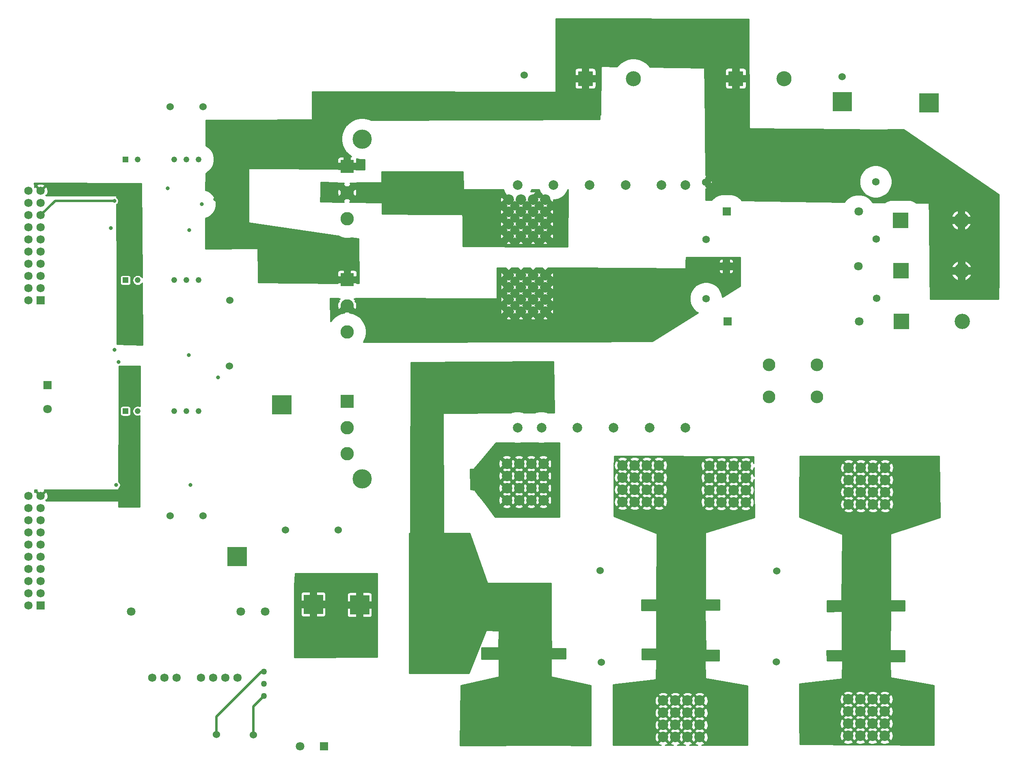
<source format=gbr>
%TF.GenerationSoftware,KiCad,Pcbnew,(5.1.12)-1*%
%TF.CreationDate,2023-12-01T15:42:45+05:30*%
%TF.ProjectId,DCCB PCB-V3,44434342-2050-4434-922d-56332e6b6963,rev?*%
%TF.SameCoordinates,Original*%
%TF.FileFunction,Copper,L2,Inr*%
%TF.FilePolarity,Positive*%
%FSLAX46Y46*%
G04 Gerber Fmt 4.6, Leading zero omitted, Abs format (unit mm)*
G04 Created by KiCad (PCBNEW (5.1.12)-1) date 2023-12-01 15:42:45*
%MOMM*%
%LPD*%
G01*
G04 APERTURE LIST*
%TA.AperFunction,ComponentPad*%
%ADD10C,1.530000*%
%TD*%
%TA.AperFunction,ComponentPad*%
%ADD11C,0.100000*%
%TD*%
%TA.AperFunction,ComponentPad*%
%ADD12C,4.005000*%
%TD*%
%TA.AperFunction,ComponentPad*%
%ADD13C,3.150000*%
%TD*%
%TA.AperFunction,ComponentPad*%
%ADD14R,3.150000X3.150000*%
%TD*%
%TA.AperFunction,ComponentPad*%
%ADD15C,1.230000*%
%TD*%
%TA.AperFunction,ComponentPad*%
%ADD16R,1.230000X1.230000*%
%TD*%
%TA.AperFunction,ComponentPad*%
%ADD17C,1.725000*%
%TD*%
%TA.AperFunction,ComponentPad*%
%ADD18R,1.725000X1.725000*%
%TD*%
%TA.AperFunction,ComponentPad*%
%ADD19C,2.200000*%
%TD*%
%TA.AperFunction,WasherPad*%
%ADD20C,2.000000*%
%TD*%
%TA.AperFunction,ComponentPad*%
%ADD21C,1.800000*%
%TD*%
%TA.AperFunction,ComponentPad*%
%ADD22R,1.800000X1.800000*%
%TD*%
%TA.AperFunction,ComponentPad*%
%ADD23R,3.200000X3.200000*%
%TD*%
%TA.AperFunction,ComponentPad*%
%ADD24O,3.200000X3.200000*%
%TD*%
%TA.AperFunction,ComponentPad*%
%ADD25C,1.269000*%
%TD*%
%TA.AperFunction,ComponentPad*%
%ADD26C,2.640000*%
%TD*%
%TA.AperFunction,ComponentPad*%
%ADD27C,1.575000*%
%TD*%
%TA.AperFunction,ComponentPad*%
%ADD28C,2.790000*%
%TD*%
%TA.AperFunction,ComponentPad*%
%ADD29R,2.790000X2.790000*%
%TD*%
%TA.AperFunction,ViaPad*%
%ADD30C,0.800000*%
%TD*%
%TA.AperFunction,Conductor*%
%ADD31C,0.500000*%
%TD*%
%TA.AperFunction,Conductor*%
%ADD32C,0.254000*%
%TD*%
%TA.AperFunction,Conductor*%
%ADD33C,0.100000*%
%TD*%
%TA.AperFunction,Conductor*%
%ADD34C,0.300000*%
%TD*%
G04 APERTURE END LIST*
D10*
%TO.N,Net-(PS5-Pad7)*%
%TO.C,TP18*%
X87250000Y-183620000D03*
%TD*%
%TO.N,Net-(IC1-Pad1)*%
%TO.C,TP17*%
X79570000Y-183590000D03*
%TD*%
%TO.N,gnd3*%
%TO.C,TP16*%
X82296000Y-92964000D03*
%TD*%
%TO.N,G4*%
%TO.C,TP15*%
X82290000Y-106660000D03*
%TD*%
%TO.N,gnd1*%
%TO.C,TP14*%
X76708000Y-137922000D03*
%TD*%
%TO.N,gnd3*%
%TO.C,TP13*%
X76708000Y-52578000D03*
%TD*%
%TO.N,G2*%
%TO.C,TP12*%
X69850000Y-52578000D03*
%TD*%
%TO.N,G1*%
%TO.C,TP11*%
X69850000Y-137922000D03*
%TD*%
%TO.N,GND*%
%TO.C,TP10*%
X196280000Y-168380000D03*
%TD*%
%TO.N,L3*%
%TO.C,TP9*%
X159830000Y-168500000D03*
%TD*%
%TO.N,Net-(C11-Pad2)*%
%TO.C,TP8*%
X210040000Y-46290000D03*
%TD*%
%TO.N,gnd3*%
%TO.C,TP7*%
X143690000Y-45970000D03*
%TD*%
%TO.N,gnd1*%
%TO.C,TP6*%
X93930000Y-140860000D03*
%TD*%
%TO.N,L1'*%
%TO.C,TP3*%
X104920000Y-140870000D03*
%TD*%
%TO.N,GND*%
%TO.C,TP2*%
X196400000Y-149440000D03*
%TD*%
%TO.N,L1*%
%TO.C,TP1*%
X159590000Y-149320000D03*
%TD*%
%TA.AperFunction,ComponentPad*%
D11*
%TO.N,gnd1*%
%TO.C,K1*%
G36*
X95180000Y-116770000D02*
G01*
X91180000Y-116770000D01*
X91180000Y-112770000D01*
X95180000Y-112770000D01*
X95180000Y-116770000D01*
G37*
%TD.AperFunction*%
%TD*%
D12*
%TO.N,Net-(H5-Pad2)*%
%TO.C,H5*%
X109960000Y-130250000D03*
%TO.N,Net-(H5-Pad1)*%
X109960000Y-59310000D03*
%TD*%
D13*
%TO.N,Net-(C11-Pad2)*%
%TO.C,C11*%
X197870000Y-46720000D03*
D14*
%TO.N,gnd3*%
X187870000Y-46720000D03*
%TD*%
D15*
%TO.N,gnd3*%
%TO.C,PS3*%
X73270000Y-88770000D03*
%TO.N,+15_3*%
X75810000Y-88770000D03*
%TO.N,-8_3*%
X70730000Y-88770000D03*
%TO.N,-12V*%
X63110000Y-88770000D03*
D16*
%TO.N,+12*%
X60570000Y-88770000D03*
%TD*%
D15*
%TO.N,gnd1*%
%TO.C,PS2*%
X73270000Y-116060000D03*
%TO.N,+15*%
X75810000Y-116060000D03*
%TO.N,-8*%
X70730000Y-116060000D03*
%TO.N,-12V*%
X63110000Y-116060000D03*
D16*
%TO.N,+12*%
X60570000Y-116060000D03*
%TD*%
D15*
%TO.N,gnd3*%
%TO.C,PS1*%
X73270000Y-63550000D03*
%TO.N,+15_2*%
X75810000Y-63550000D03*
%TO.N,-8_2*%
X70730000Y-63550000D03*
%TO.N,-12V*%
X63110000Y-63550000D03*
D16*
%TO.N,+12*%
X60570000Y-63550000D03*
%TD*%
D17*
%TO.N,Net-(J2-Pad20)*%
%TO.C,J2*%
X40360000Y-133780000D03*
%TO.N,5v1*%
X42900000Y-133780000D03*
%TO.N,Net-(J2-Pad18)*%
X40360000Y-136320000D03*
%TO.N,GND2*%
X42900000Y-136320000D03*
%TO.N,pwm1*%
X40360000Y-138860000D03*
%TO.N,Net-(J2-Pad15)*%
X42900000Y-138860000D03*
%TO.N,Net-(J2-Pad14)*%
X40360000Y-141400000D03*
%TO.N,Net-(J2-Pad13)*%
X42900000Y-141400000D03*
%TO.N,Net-(J2-Pad12)*%
X40360000Y-143940000D03*
%TO.N,Net-(J2-Pad11)*%
X42900000Y-143940000D03*
%TO.N,Net-(J2-Pad10)*%
X40360000Y-146480000D03*
%TO.N,Net-(J2-Pad9)*%
X42900000Y-146480000D03*
%TO.N,Net-(J2-Pad8)*%
X40360000Y-149020000D03*
%TO.N,Net-(J2-Pad7)*%
X42900000Y-149020000D03*
%TO.N,Net-(J2-Pad6)*%
X40360000Y-151560000D03*
%TO.N,Net-(J2-Pad5)*%
X42900000Y-151560000D03*
%TO.N,Net-(J2-Pad4)*%
X40360000Y-154100000D03*
%TO.N,Net-(J2-Pad3)*%
X42900000Y-154100000D03*
%TO.N,Net-(J2-Pad2)*%
X40360000Y-156640000D03*
D18*
%TO.N,Net-(J2-Pad1)*%
X42900000Y-156640000D03*
%TD*%
D17*
%TO.N,Net-(J1-Pad20)*%
%TO.C,J1*%
X40360000Y-70140000D03*
%TO.N,5v*%
X42900000Y-70140000D03*
%TO.N,Net-(J1-Pad18)*%
X40360000Y-72680000D03*
%TO.N,GND1*%
X42900000Y-72680000D03*
%TO.N,Net-(J1-Pad16)*%
X40360000Y-75220000D03*
%TO.N,pwm3*%
X42900000Y-75220000D03*
%TO.N,Net-(J1-Pad14)*%
X40360000Y-77760000D03*
%TO.N,pwm4*%
X42900000Y-77760000D03*
%TO.N,Net-(J1-Pad12)*%
X40360000Y-80300000D03*
%TO.N,Net-(J1-Pad11)*%
X42900000Y-80300000D03*
%TO.N,Net-(J1-Pad10)*%
X40360000Y-82840000D03*
%TO.N,Net-(J1-Pad9)*%
X42900000Y-82840000D03*
%TO.N,Net-(J1-Pad8)*%
X40360000Y-85380000D03*
%TO.N,Net-(J1-Pad7)*%
X42900000Y-85380000D03*
%TO.N,Net-(J1-Pad6)*%
X40360000Y-87920000D03*
%TO.N,Net-(J1-Pad5)*%
X42900000Y-87920000D03*
%TO.N,Net-(J1-Pad4)*%
X40360000Y-90460000D03*
%TO.N,Net-(J1-Pad3)*%
X42900000Y-90460000D03*
%TO.N,Net-(J1-Pad2)*%
X40360000Y-93000000D03*
D18*
%TO.N,Net-(J1-Pad1)*%
X42900000Y-93000000D03*
%TD*%
D19*
%TO.N,L3'*%
%TO.C,IC15*%
X148150000Y-95330000D03*
X145610000Y-95330000D03*
X143070000Y-95330000D03*
X140530000Y-95330000D03*
X148150000Y-92790000D03*
X145610000Y-92790000D03*
X143070000Y-92790000D03*
X140530000Y-92790000D03*
X148150000Y-90250000D03*
X145610000Y-90250000D03*
X143070000Y-90250000D03*
X140530000Y-90250000D03*
X148150000Y-87710000D03*
X145610000Y-87710000D03*
X143070000Y-87710000D03*
X140530000Y-87710000D03*
%TD*%
%TO.N,L3*%
%TO.C,IC14*%
X147800000Y-114790000D03*
X145260000Y-114790000D03*
X142720000Y-114790000D03*
X140180000Y-114790000D03*
X147800000Y-112250000D03*
X145260000Y-112250000D03*
X142720000Y-112250000D03*
X140180000Y-112250000D03*
X147800000Y-109710000D03*
X145260000Y-109710000D03*
X142720000Y-109710000D03*
X140180000Y-109710000D03*
X147800000Y-107170000D03*
X145260000Y-107170000D03*
X142720000Y-107170000D03*
X140180000Y-107170000D03*
%TD*%
%TO.N,L1'*%
%TO.C,IC13*%
X147750000Y-134690000D03*
X145210000Y-134690000D03*
X142670000Y-134690000D03*
X140130000Y-134690000D03*
X147750000Y-132150000D03*
X145210000Y-132150000D03*
X142670000Y-132150000D03*
X140130000Y-132150000D03*
X147750000Y-129610000D03*
X145210000Y-129610000D03*
X142670000Y-129610000D03*
X140130000Y-129610000D03*
X147750000Y-127070000D03*
X145210000Y-127070000D03*
X142670000Y-127070000D03*
X140130000Y-127070000D03*
%TD*%
%TO.N,L1*%
%TO.C,IC12*%
X171830000Y-135000000D03*
X169290000Y-135000000D03*
X166750000Y-135000000D03*
X164210000Y-135000000D03*
X171830000Y-132460000D03*
X169290000Y-132460000D03*
X166750000Y-132460000D03*
X164210000Y-132460000D03*
X171830000Y-129920000D03*
X169290000Y-129920000D03*
X166750000Y-129920000D03*
X164210000Y-129920000D03*
X171830000Y-127380000D03*
X169290000Y-127380000D03*
X166750000Y-127380000D03*
X164210000Y-127380000D03*
%TD*%
%TO.N,L2'*%
%TO.C,IC11*%
X148120000Y-79610000D03*
X145580000Y-79610000D03*
X143040000Y-79610000D03*
X140500000Y-79610000D03*
X148120000Y-77070000D03*
X145580000Y-77070000D03*
X143040000Y-77070000D03*
X140500000Y-77070000D03*
X148120000Y-74530000D03*
X145580000Y-74530000D03*
X143040000Y-74530000D03*
X140500000Y-74530000D03*
X148120000Y-71990000D03*
X145580000Y-71990000D03*
X143040000Y-71990000D03*
X140500000Y-71990000D03*
%TD*%
%TO.N,L1*%
%TO.C,IC10*%
X189910000Y-135100000D03*
X187370000Y-135100000D03*
X184830000Y-135100000D03*
X182290000Y-135100000D03*
X189910000Y-132560000D03*
X187370000Y-132560000D03*
X184830000Y-132560000D03*
X182290000Y-132560000D03*
X189910000Y-130020000D03*
X187370000Y-130020000D03*
X184830000Y-130020000D03*
X182290000Y-130020000D03*
X189910000Y-127480000D03*
X187370000Y-127480000D03*
X184830000Y-127480000D03*
X182290000Y-127480000D03*
%TD*%
%TO.N,GND*%
%TO.C,IC9*%
X218900000Y-176210000D03*
X216360000Y-176210000D03*
X213820000Y-176210000D03*
X211280000Y-176210000D03*
X218900000Y-178750000D03*
X216360000Y-178750000D03*
X213820000Y-178750000D03*
X211280000Y-178750000D03*
X218900000Y-181290000D03*
X216360000Y-181290000D03*
X213820000Y-181290000D03*
X211280000Y-181290000D03*
X218900000Y-183830000D03*
X216360000Y-183830000D03*
X213820000Y-183830000D03*
X211280000Y-183830000D03*
%TD*%
%TO.N,L3*%
%TO.C,IC8*%
X148010000Y-184060000D03*
X148010000Y-181520000D03*
X148010000Y-178980000D03*
X148010000Y-176440000D03*
X145470000Y-184060000D03*
X145470000Y-181520000D03*
X145470000Y-178980000D03*
X145470000Y-176440000D03*
X142930000Y-184060000D03*
X142930000Y-181520000D03*
X142930000Y-178980000D03*
X142930000Y-176440000D03*
X140390000Y-184060000D03*
X140390000Y-181520000D03*
X140390000Y-178980000D03*
X140390000Y-176440000D03*
%TD*%
%TO.N,GND*%
%TO.C,IC7*%
X211370000Y-135510000D03*
X211370000Y-132970000D03*
X211370000Y-130430000D03*
X211370000Y-127890000D03*
X213910000Y-135510000D03*
X213910000Y-132970000D03*
X213910000Y-130430000D03*
X213910000Y-127890000D03*
X216450000Y-135510000D03*
X216450000Y-132970000D03*
X216450000Y-130430000D03*
X216450000Y-127890000D03*
X218990000Y-135510000D03*
X218990000Y-132970000D03*
X218990000Y-130430000D03*
X218990000Y-127890000D03*
%TD*%
%TO.N,L1*%
%TO.C,IC6*%
X180310000Y-176480000D03*
X177770000Y-176480000D03*
X175230000Y-176480000D03*
X172690000Y-176480000D03*
X180310000Y-179020000D03*
X177770000Y-179020000D03*
X175230000Y-179020000D03*
X172690000Y-179020000D03*
X180310000Y-181560000D03*
X177770000Y-181560000D03*
X175230000Y-181560000D03*
X172690000Y-181560000D03*
X180310000Y-184100000D03*
X177770000Y-184100000D03*
X175230000Y-184100000D03*
X172690000Y-184100000D03*
%TD*%
D20*
%TO.N,*%
%TO.C,L1*%
X177350000Y-68910000D03*
X172350000Y-68910000D03*
X164850000Y-68910000D03*
X157350000Y-68910000D03*
X149850000Y-68910000D03*
X142350000Y-68910000D03*
X154848800Y-119506800D03*
X169848800Y-119506800D03*
X162348800Y-119506800D03*
X147348800Y-119506800D03*
X142348800Y-119506800D03*
X177348800Y-119506800D03*
%TD*%
D21*
%TO.N,Net-(C2-Pad2)*%
%TO.C,C2*%
X213610000Y-97340000D03*
D22*
%TO.N,L1'*%
X186110000Y-97340000D03*
%TD*%
D21*
%TO.N,Net-(J7-Pad2)*%
%TO.C,J7*%
X97010000Y-186030000D03*
D22*
%TO.N,Net-(J7-Pad1)*%
X102010000Y-186030000D03*
%TD*%
D17*
%TO.N,Net-(IC1-Pad2)*%
%TO.C,PS5*%
X83960000Y-171690000D03*
%TO.N,Net-(PS5-Pad7)*%
X81420000Y-171690000D03*
%TO.N,Net-(IC1-Pad3)*%
X78880000Y-171690000D03*
%TO.N,Net-(PS5-Pad5)*%
X76340000Y-171690000D03*
%TO.N,Net-(PS5-Pad3)*%
X71260000Y-171690000D03*
%TO.N,Net-(J7-Pad1)*%
X68720000Y-171690000D03*
%TO.N,Net-(J7-Pad2)*%
X66180000Y-171690000D03*
%TD*%
D23*
%TO.N,Net-(C4-Pad2)*%
%TO.C,D7*%
X222250000Y-86820000D03*
D24*
%TO.N,gnd3*%
X234950000Y-86820000D03*
%TD*%
D23*
%TO.N,Net-(C2-Pad2)*%
%TO.C,D6*%
X222390000Y-97340000D03*
D24*
%TO.N,L3*%
X235090000Y-97340000D03*
%TD*%
D23*
%TO.N,Net-(C1-Pad2)*%
%TO.C,D5*%
X222190000Y-76290000D03*
D24*
%TO.N,gnd3*%
X234890000Y-76290000D03*
%TD*%
%TA.AperFunction,ComponentPad*%
D11*
%TO.N,L3*%
%TO.C,Probe2*%
G36*
X126450000Y-158390000D02*
G01*
X122450000Y-158390000D01*
X122450000Y-154390000D01*
X126450000Y-154390000D01*
X126450000Y-158390000D01*
G37*
%TD.AperFunction*%
%TD*%
%TA.AperFunction,ComponentPad*%
%TO.N,Net-(Probe1-Pad1)*%
%TO.C,Probe1*%
G36*
X111430000Y-158530000D02*
G01*
X107430000Y-158530000D01*
X107430000Y-154530000D01*
X111430000Y-154530000D01*
X111430000Y-158530000D01*
G37*
%TD.AperFunction*%
%TD*%
D21*
%TO.N,+12*%
%TO.C,J5*%
X44350000Y-115640000D03*
D22*
%TO.N,-12V*%
X44350000Y-110640000D03*
%TD*%
D25*
%TO.N,Net-(PS5-Pad7)*%
%TO.C,VR1*%
X89480000Y-175500000D03*
X89480000Y-172960000D03*
%TO.N,Net-(IC1-Pad1)*%
X89480000Y-170420000D03*
%TD*%
%TA.AperFunction,ComponentPad*%
D11*
%TO.N,Net-(Probe1-Pad1)*%
%TO.C,Sense2*%
G36*
X101770000Y-158420000D02*
G01*
X97770000Y-158420000D01*
X97770000Y-154420000D01*
X101770000Y-154420000D01*
X101770000Y-158420000D01*
G37*
%TD.AperFunction*%
%TD*%
%TA.AperFunction,ComponentPad*%
%TO.N,GND*%
%TO.C,TP5*%
G36*
X230140000Y-53760000D02*
G01*
X226140000Y-53760000D01*
X226140000Y-49760000D01*
X230140000Y-49760000D01*
X230140000Y-53760000D01*
G37*
%TD.AperFunction*%
%TD*%
%TA.AperFunction,ComponentPad*%
%TO.N,Net-(C11-Pad2)*%
%TO.C,TP4*%
G36*
X212060000Y-53530000D02*
G01*
X208060000Y-53530000D01*
X208060000Y-49530000D01*
X212060000Y-49530000D01*
X212060000Y-53530000D01*
G37*
%TD.AperFunction*%
%TD*%
%TA.AperFunction,ComponentPad*%
%TO.N,Net-(Sense1-Pad1)*%
%TO.C,Sense1*%
G36*
X85850000Y-148450000D02*
G01*
X81850000Y-148450000D01*
X81850000Y-144450000D01*
X85850000Y-144450000D01*
X85850000Y-148450000D01*
G37*
%TD.AperFunction*%
%TD*%
D26*
%TO.N,L3*%
%TO.C,RV2*%
X204780000Y-113100000D03*
%TO.N,L1*%
X194780000Y-113100000D03*
%TD*%
%TO.N,L3*%
%TO.C,RV1*%
X204780000Y-106460000D03*
%TO.N,L1'*%
X194780000Y-106460000D03*
%TD*%
D27*
%TO.N,Net-(C4-Pad2)*%
%TO.C,R3*%
X217110000Y-80160000D03*
%TO.N,gnd3*%
X181610000Y-80240000D03*
%TD*%
%TO.N,Net-(C2-Pad2)*%
%TO.C,R2*%
X217180000Y-92540000D03*
%TO.N,L3*%
X181680000Y-92620000D03*
%TD*%
%TO.N,Net-(C1-Pad2)*%
%TO.C,R1*%
X217050000Y-68240000D03*
%TO.N,gnd3*%
X181550000Y-68320000D03*
%TD*%
D21*
%TO.N,Net-(IC1-Pad3)*%
%TO.C,IC1*%
X61770000Y-157900000D03*
%TO.N,Net-(IC1-Pad2)*%
X84630000Y-157900000D03*
%TO.N,Net-(IC1-Pad1)*%
X89710000Y-157900000D03*
%TD*%
D28*
%TO.N,G4*%
%TO.C,D3*%
X106810000Y-99566000D03*
%TO.N,L3'*%
X106810000Y-94106000D03*
D29*
%TO.N,gnd3*%
X106810000Y-88646000D03*
%TD*%
D28*
%TO.N,G1*%
%TO.C,D2*%
X106810000Y-124970000D03*
%TO.N,L1'*%
X106810000Y-119510000D03*
D29*
%TO.N,gnd1*%
X106810000Y-114050000D03*
%TD*%
D28*
%TO.N,G2*%
%TO.C,D1*%
X106810000Y-75970000D03*
%TO.N,L2'*%
X106810000Y-70510000D03*
D29*
%TO.N,gnd3*%
X106810000Y-65050000D03*
%TD*%
D21*
%TO.N,Net-(C4-Pad2)*%
%TO.C,C4*%
X213380000Y-85890000D03*
D22*
%TO.N,L3'*%
X185880000Y-85890000D03*
%TD*%
D13*
%TO.N,Net-(C11-Pad2)*%
%TO.C,C3*%
X166520000Y-46720000D03*
D14*
%TO.N,gnd3*%
X156520000Y-46720000D03*
%TD*%
D21*
%TO.N,Net-(C1-Pad2)*%
%TO.C,C1*%
X213470000Y-74460000D03*
D22*
%TO.N,L2'*%
X185970000Y-74460000D03*
%TD*%
D30*
%TO.N,GND*%
X202620000Y-129210000D03*
X204620000Y-129210000D03*
X206620000Y-129210000D03*
X208620000Y-129210000D03*
X202620000Y-131210000D03*
X204620000Y-131210000D03*
X206620000Y-131210000D03*
X208620000Y-131210000D03*
X202620000Y-133210000D03*
X204620000Y-133210000D03*
X206620000Y-133210000D03*
X208620000Y-133210000D03*
X202620000Y-135210000D03*
X204620000Y-135210000D03*
X206620000Y-135210000D03*
X208620000Y-135210000D03*
X222220000Y-135390000D03*
X228220000Y-129390000D03*
X228220000Y-131390000D03*
X224220000Y-133390000D03*
X224220000Y-135390000D03*
X228220000Y-135390000D03*
X224220000Y-129390000D03*
X224220000Y-131390000D03*
X226220000Y-133390000D03*
X226220000Y-135390000D03*
X228220000Y-133390000D03*
X222220000Y-133390000D03*
X222220000Y-131390000D03*
X226220000Y-131390000D03*
X226220000Y-129390000D03*
X222220000Y-129390000D03*
X227660000Y-178550000D03*
X225660000Y-178550000D03*
X225660000Y-180550000D03*
X221660000Y-180550000D03*
X225660000Y-182550000D03*
X221660000Y-178550000D03*
X223660000Y-176550000D03*
X227660000Y-182550000D03*
X223660000Y-178550000D03*
X227660000Y-180550000D03*
X223660000Y-182550000D03*
X223660000Y-180550000D03*
X221660000Y-182550000D03*
X227660000Y-176550000D03*
X225660000Y-176550000D03*
X221660000Y-176550000D03*
X206440000Y-182480000D03*
X202440000Y-178480000D03*
X204440000Y-176480000D03*
X204440000Y-182480000D03*
X206440000Y-176480000D03*
X202440000Y-182480000D03*
X204440000Y-178480000D03*
X208440000Y-180480000D03*
X204440000Y-180480000D03*
X208440000Y-176480000D03*
X202440000Y-176480000D03*
X208440000Y-182480000D03*
X208440000Y-178480000D03*
X206440000Y-178480000D03*
X206440000Y-180480000D03*
X202440000Y-180480000D03*
%TO.N,gnd3*%
X79800000Y-81800000D03*
X79230000Y-55800000D03*
X93930000Y-82000000D03*
X95730000Y-82000000D03*
X97530000Y-82000000D03*
X99330000Y-82000000D03*
X93930000Y-83800000D03*
X95730000Y-83800000D03*
X97530000Y-83800000D03*
X99330000Y-83800000D03*
X93930000Y-85600000D03*
X95730000Y-85600000D03*
X97530000Y-85600000D03*
X99330000Y-85600000D03*
X93930000Y-87400000D03*
X95730000Y-87400000D03*
X97530000Y-87400000D03*
X99330000Y-87400000D03*
X81050000Y-68250000D03*
X79250000Y-68250000D03*
X84650000Y-68250000D03*
X82850000Y-71850000D03*
X84650000Y-71850000D03*
X79250000Y-70050000D03*
X81050000Y-70050000D03*
X82850000Y-70050000D03*
X84650000Y-70050000D03*
X79250000Y-71850000D03*
X82850000Y-68250000D03*
X81050000Y-71850000D03*
X84650000Y-66450000D03*
X81050000Y-66450000D03*
X82850000Y-66450000D03*
X79250000Y-66450000D03*
X93470000Y-57500000D03*
X89870000Y-59300000D03*
X91670000Y-59300000D03*
X93470000Y-59300000D03*
X89870000Y-57500000D03*
X88070000Y-61100000D03*
X88070000Y-59300000D03*
X89870000Y-61100000D03*
X91670000Y-61100000D03*
X93470000Y-61100000D03*
X88070000Y-62900000D03*
X89870000Y-62900000D03*
X88070000Y-57500000D03*
X91670000Y-57500000D03*
X93470000Y-62900000D03*
X91670000Y-62900000D03*
%TO.N,-8_2*%
X73840000Y-78330000D03*
%TO.N,-8*%
X74100000Y-131450000D03*
%TO.N,-8_3*%
X73820000Y-104420000D03*
%TO.N,pwm3*%
X58260001Y-72229999D03*
%TO.N,pwm4*%
X59150000Y-105830000D03*
%TO.N,GND1*%
X57540000Y-77890000D03*
X58270000Y-103290000D03*
%TO.N,G2*%
X69342000Y-69596000D03*
X76454000Y-72898000D03*
%TO.N,Net-(Probe1-Pad1)*%
X98490000Y-160840000D03*
X101030000Y-160840000D03*
X103570000Y-160840000D03*
X106110000Y-160840000D03*
X108650000Y-160840000D03*
X111190000Y-160840000D03*
X98490000Y-163380000D03*
X101030000Y-163380000D03*
X103570000Y-163380000D03*
X106110000Y-163380000D03*
X108650000Y-163380000D03*
X111190000Y-163380000D03*
X98490000Y-165920000D03*
X101030000Y-165920000D03*
X103570000Y-165920000D03*
X106110000Y-165920000D03*
X108650000Y-165920000D03*
X111190000Y-165920000D03*
%TO.N,L3*%
X127450000Y-151870000D03*
X129990000Y-151870000D03*
X132530000Y-151870000D03*
X135070000Y-151870000D03*
X127450000Y-154410000D03*
X129990000Y-154410000D03*
X132530000Y-154410000D03*
X135070000Y-154410000D03*
X127450000Y-156950000D03*
X129990000Y-156950000D03*
X132530000Y-156950000D03*
X135070000Y-156950000D03*
X127450000Y-159490000D03*
X129990000Y-159490000D03*
X132530000Y-159490000D03*
X135070000Y-159490000D03*
X127450000Y-162030000D03*
X129990000Y-162030000D03*
X132530000Y-162030000D03*
X135070000Y-162030000D03*
%TO.N,L1*%
X186870000Y-182550000D03*
X182870000Y-178550000D03*
X184870000Y-176550000D03*
X184870000Y-182550000D03*
X186870000Y-176550000D03*
X182870000Y-182550000D03*
X184870000Y-178550000D03*
X188870000Y-180550000D03*
X184870000Y-180550000D03*
X188870000Y-176550000D03*
X182870000Y-176550000D03*
X188870000Y-182550000D03*
X188870000Y-178550000D03*
X186870000Y-178550000D03*
X186870000Y-180550000D03*
X182870000Y-180550000D03*
X173990000Y-135190000D03*
X175990000Y-135190000D03*
X177990000Y-135190000D03*
X179990000Y-135190000D03*
X173990000Y-137190000D03*
X175990000Y-137190000D03*
X177990000Y-137190000D03*
X179990000Y-137190000D03*
X173990000Y-139190000D03*
X175990000Y-139190000D03*
X177990000Y-139190000D03*
X179990000Y-139190000D03*
X173990000Y-141190000D03*
X175990000Y-141190000D03*
X177990000Y-141190000D03*
X179990000Y-141190000D03*
X168150000Y-176500000D03*
X166150000Y-182500000D03*
X168150000Y-182500000D03*
X170150000Y-180500000D03*
X166150000Y-176500000D03*
X164150000Y-182500000D03*
X166150000Y-180500000D03*
X170150000Y-176500000D03*
X164150000Y-178500000D03*
X166150000Y-178500000D03*
X164150000Y-176500000D03*
X170150000Y-182500000D03*
X170150000Y-178500000D03*
X168150000Y-178500000D03*
X168150000Y-180500000D03*
X164150000Y-180500000D03*
%TO.N,5v*%
X59470000Y-73080000D03*
X60060000Y-99500000D03*
%TO.N,gnd1*%
X79880000Y-109090000D03*
%TO.N,5v1*%
X60970000Y-126060000D03*
%TO.N,GND2*%
X58660000Y-131520000D03*
%TD*%
D31*
%TO.N,Net-(IC1-Pad1)*%
X79570000Y-183590000D02*
X79570000Y-179820000D01*
X88970000Y-170420000D02*
X89480000Y-170420000D01*
X79570000Y-179820000D02*
X88970000Y-170420000D01*
%TO.N,pwm3*%
X45890001Y-72229999D02*
X58260001Y-72229999D01*
X42900000Y-75220000D02*
X45890001Y-72229999D01*
%TO.N,Net-(PS5-Pad7)*%
X87250000Y-177730000D02*
X89480000Y-175500000D01*
X87250000Y-183620000D02*
X87250000Y-177730000D01*
%TD*%
D32*
%TO.N,5v*%
X63836984Y-68600920D02*
X64018739Y-88200475D01*
X63942677Y-88086640D01*
X63793360Y-87937323D01*
X63617782Y-87820006D01*
X63422691Y-87739196D01*
X63215583Y-87698000D01*
X63004417Y-87698000D01*
X62797309Y-87739196D01*
X62602218Y-87820006D01*
X62426640Y-87937323D01*
X62277323Y-88086640D01*
X62160006Y-88262218D01*
X62079196Y-88457309D01*
X62038000Y-88664417D01*
X62038000Y-88875583D01*
X62079196Y-89082691D01*
X62160006Y-89277782D01*
X62277323Y-89453360D01*
X62426640Y-89602677D01*
X62602218Y-89719994D01*
X62797309Y-89800804D01*
X63004417Y-89842000D01*
X63215583Y-89842000D01*
X63422691Y-89800804D01*
X63617782Y-89719994D01*
X63793360Y-89602677D01*
X63942677Y-89453360D01*
X64029157Y-89323933D01*
X64148878Y-102234011D01*
X58772033Y-102089447D01*
X58758347Y-88155000D01*
X59495789Y-88155000D01*
X59495789Y-89385000D01*
X59504613Y-89474588D01*
X59530744Y-89560732D01*
X59573180Y-89640124D01*
X59630289Y-89709711D01*
X59699876Y-89766820D01*
X59779268Y-89809256D01*
X59865412Y-89835387D01*
X59955000Y-89844211D01*
X61185000Y-89844211D01*
X61274588Y-89835387D01*
X61360732Y-89809256D01*
X61440124Y-89766820D01*
X61509711Y-89709711D01*
X61566820Y-89640124D01*
X61609256Y-89560732D01*
X61635387Y-89474588D01*
X61644211Y-89385000D01*
X61644211Y-88155000D01*
X61635387Y-88065412D01*
X61609256Y-87979268D01*
X61566820Y-87899876D01*
X61509711Y-87830289D01*
X61440124Y-87773180D01*
X61360732Y-87730744D01*
X61274588Y-87704613D01*
X61185000Y-87695789D01*
X59955000Y-87695789D01*
X59865412Y-87704613D01*
X59779268Y-87730744D01*
X59699876Y-87773180D01*
X59630289Y-87830289D01*
X59573180Y-87899876D01*
X59530744Y-87979268D01*
X59504613Y-88065412D01*
X59495789Y-88155000D01*
X58758347Y-88155000D01*
X58743401Y-72937707D01*
X58806307Y-72895675D01*
X58925677Y-72776305D01*
X59019465Y-72635941D01*
X59084067Y-72479977D01*
X59117001Y-72314406D01*
X59117001Y-72145592D01*
X59084067Y-71980021D01*
X59019465Y-71824057D01*
X58925677Y-71683693D01*
X58806307Y-71564323D01*
X58742010Y-71521361D01*
X58741759Y-71265802D01*
X58739294Y-71241028D01*
X58732044Y-71217211D01*
X58720286Y-71195266D01*
X58704473Y-71176036D01*
X58685213Y-71160261D01*
X58663245Y-71148547D01*
X58639413Y-71141343D01*
X58614955Y-71138927D01*
X44050747Y-71116415D01*
X44053385Y-71113777D01*
X43937321Y-70997713D01*
X44187670Y-70918566D01*
X44314820Y-70652394D01*
X44387597Y-70366532D01*
X44403208Y-70071963D01*
X44361051Y-69780009D01*
X44262747Y-69501889D01*
X44187670Y-69361434D01*
X43937319Y-69282286D01*
X43079605Y-70140000D01*
X43093748Y-70154143D01*
X42914143Y-70333748D01*
X42900000Y-70319605D01*
X42885858Y-70333748D01*
X42706253Y-70154143D01*
X42720395Y-70140000D01*
X41862681Y-69282286D01*
X41612330Y-69361434D01*
X41586351Y-69415818D01*
X41575863Y-69102681D01*
X42042286Y-69102681D01*
X42900000Y-69960395D01*
X43757714Y-69102681D01*
X43678566Y-68852330D01*
X43412394Y-68725180D01*
X43126532Y-68652403D01*
X42831963Y-68636792D01*
X42540009Y-68678949D01*
X42261889Y-68777253D01*
X42121434Y-68852330D01*
X42042286Y-69102681D01*
X41575863Y-69102681D01*
X41555579Y-68497118D01*
X63836984Y-68600920D01*
%TA.AperFunction,Conductor*%
D33*
G36*
X63836984Y-68600920D02*
G01*
X64018739Y-88200475D01*
X63942677Y-88086640D01*
X63793360Y-87937323D01*
X63617782Y-87820006D01*
X63422691Y-87739196D01*
X63215583Y-87698000D01*
X63004417Y-87698000D01*
X62797309Y-87739196D01*
X62602218Y-87820006D01*
X62426640Y-87937323D01*
X62277323Y-88086640D01*
X62160006Y-88262218D01*
X62079196Y-88457309D01*
X62038000Y-88664417D01*
X62038000Y-88875583D01*
X62079196Y-89082691D01*
X62160006Y-89277782D01*
X62277323Y-89453360D01*
X62426640Y-89602677D01*
X62602218Y-89719994D01*
X62797309Y-89800804D01*
X63004417Y-89842000D01*
X63215583Y-89842000D01*
X63422691Y-89800804D01*
X63617782Y-89719994D01*
X63793360Y-89602677D01*
X63942677Y-89453360D01*
X64029157Y-89323933D01*
X64148878Y-102234011D01*
X58772033Y-102089447D01*
X58758347Y-88155000D01*
X59495789Y-88155000D01*
X59495789Y-89385000D01*
X59504613Y-89474588D01*
X59530744Y-89560732D01*
X59573180Y-89640124D01*
X59630289Y-89709711D01*
X59699876Y-89766820D01*
X59779268Y-89809256D01*
X59865412Y-89835387D01*
X59955000Y-89844211D01*
X61185000Y-89844211D01*
X61274588Y-89835387D01*
X61360732Y-89809256D01*
X61440124Y-89766820D01*
X61509711Y-89709711D01*
X61566820Y-89640124D01*
X61609256Y-89560732D01*
X61635387Y-89474588D01*
X61644211Y-89385000D01*
X61644211Y-88155000D01*
X61635387Y-88065412D01*
X61609256Y-87979268D01*
X61566820Y-87899876D01*
X61509711Y-87830289D01*
X61440124Y-87773180D01*
X61360732Y-87730744D01*
X61274588Y-87704613D01*
X61185000Y-87695789D01*
X59955000Y-87695789D01*
X59865412Y-87704613D01*
X59779268Y-87730744D01*
X59699876Y-87773180D01*
X59630289Y-87830289D01*
X59573180Y-87899876D01*
X59530744Y-87979268D01*
X59504613Y-88065412D01*
X59495789Y-88155000D01*
X58758347Y-88155000D01*
X58743401Y-72937707D01*
X58806307Y-72895675D01*
X58925677Y-72776305D01*
X59019465Y-72635941D01*
X59084067Y-72479977D01*
X59117001Y-72314406D01*
X59117001Y-72145592D01*
X59084067Y-71980021D01*
X59019465Y-71824057D01*
X58925677Y-71683693D01*
X58806307Y-71564323D01*
X58742010Y-71521361D01*
X58741759Y-71265802D01*
X58739294Y-71241028D01*
X58732044Y-71217211D01*
X58720286Y-71195266D01*
X58704473Y-71176036D01*
X58685213Y-71160261D01*
X58663245Y-71148547D01*
X58639413Y-71141343D01*
X58614955Y-71138927D01*
X44050747Y-71116415D01*
X44053385Y-71113777D01*
X43937321Y-70997713D01*
X44187670Y-70918566D01*
X44314820Y-70652394D01*
X44387597Y-70366532D01*
X44403208Y-70071963D01*
X44361051Y-69780009D01*
X44262747Y-69501889D01*
X44187670Y-69361434D01*
X43937319Y-69282286D01*
X43079605Y-70140000D01*
X43093748Y-70154143D01*
X42914143Y-70333748D01*
X42900000Y-70319605D01*
X42885858Y-70333748D01*
X42706253Y-70154143D01*
X42720395Y-70140000D01*
X41862681Y-69282286D01*
X41612330Y-69361434D01*
X41586351Y-69415818D01*
X41575863Y-69102681D01*
X42042286Y-69102681D01*
X42900000Y-69960395D01*
X43757714Y-69102681D01*
X43678566Y-68852330D01*
X43412394Y-68725180D01*
X43126532Y-68652403D01*
X42831963Y-68636792D01*
X42540009Y-68678949D01*
X42261889Y-68777253D01*
X42121434Y-68852330D01*
X42042286Y-69102681D01*
X41575863Y-69102681D01*
X41555579Y-68497118D01*
X63836984Y-68600920D01*
G37*
%TD.AperFunction*%
%TD*%
D32*
%TO.N,5v1*%
X63582970Y-115095586D02*
X63422691Y-115029196D01*
X63215583Y-114988000D01*
X63004417Y-114988000D01*
X62797309Y-115029196D01*
X62602218Y-115110006D01*
X62426640Y-115227323D01*
X62277323Y-115376640D01*
X62160006Y-115552218D01*
X62079196Y-115747309D01*
X62038000Y-115954417D01*
X62038000Y-116165583D01*
X62079196Y-116372691D01*
X62160006Y-116567782D01*
X62277323Y-116743360D01*
X62426640Y-116892677D01*
X62602218Y-117009994D01*
X62797309Y-117090804D01*
X63004417Y-117132000D01*
X63215583Y-117132000D01*
X63422691Y-117090804D01*
X63575646Y-117027447D01*
X63503483Y-136062454D01*
X59108382Y-136043541D01*
X59099402Y-134938968D01*
X59096760Y-134914212D01*
X59089340Y-134890447D01*
X59077426Y-134868586D01*
X59061476Y-134849470D01*
X59042103Y-134833833D01*
X59020051Y-134822276D01*
X58996169Y-134815243D01*
X58972406Y-134813000D01*
X43994162Y-134813000D01*
X44053385Y-134753777D01*
X43937321Y-134637713D01*
X44187670Y-134558566D01*
X44314820Y-134292394D01*
X44387597Y-134006532D01*
X44403208Y-133711963D01*
X44361051Y-133420009D01*
X44262747Y-133141889D01*
X44187670Y-133001434D01*
X43937319Y-132922286D01*
X43079605Y-133780000D01*
X43093748Y-133794143D01*
X42914143Y-133973748D01*
X42900000Y-133959605D01*
X42885858Y-133973748D01*
X42706253Y-133794143D01*
X42720395Y-133780000D01*
X41862681Y-132922286D01*
X41619406Y-132999197D01*
X41619406Y-132497000D01*
X42119958Y-132497000D01*
X42042286Y-132742681D01*
X42900000Y-133600395D01*
X43757714Y-132742681D01*
X43680042Y-132497000D01*
X59042406Y-132497000D01*
X59067182Y-132494560D01*
X59091007Y-132487333D01*
X59112963Y-132475597D01*
X59132209Y-132459803D01*
X59148003Y-132440557D01*
X59159739Y-132418601D01*
X59166966Y-132394776D01*
X59169406Y-132370088D01*
X59169517Y-132210257D01*
X59206306Y-132185676D01*
X59325676Y-132066306D01*
X59419464Y-131925942D01*
X59484066Y-131769978D01*
X59517000Y-131604407D01*
X59517000Y-131435593D01*
X59484066Y-131270022D01*
X59419464Y-131114058D01*
X59325676Y-130973694D01*
X59206306Y-130854324D01*
X59170478Y-130830384D01*
X59181186Y-115445000D01*
X59495789Y-115445000D01*
X59495789Y-116675000D01*
X59504613Y-116764588D01*
X59530744Y-116850732D01*
X59573180Y-116930124D01*
X59630289Y-116999711D01*
X59699876Y-117056820D01*
X59779268Y-117099256D01*
X59865412Y-117125387D01*
X59955000Y-117134211D01*
X61185000Y-117134211D01*
X61274588Y-117125387D01*
X61360732Y-117099256D01*
X61440124Y-117056820D01*
X61509711Y-116999711D01*
X61566820Y-116930124D01*
X61609256Y-116850732D01*
X61635387Y-116764588D01*
X61644211Y-116675000D01*
X61644211Y-115445000D01*
X61635387Y-115355412D01*
X61609256Y-115269268D01*
X61566820Y-115189876D01*
X61509711Y-115120289D01*
X61440124Y-115063180D01*
X61360732Y-115020744D01*
X61274588Y-114994613D01*
X61185000Y-114985789D01*
X59955000Y-114985789D01*
X59865412Y-114994613D01*
X59779268Y-115020744D01*
X59699876Y-115063180D01*
X59630289Y-115120289D01*
X59573180Y-115189876D01*
X59530744Y-115269268D01*
X59504613Y-115355412D01*
X59495789Y-115445000D01*
X59181186Y-115445000D01*
X59187279Y-106691590D01*
X63614921Y-106667690D01*
X63582970Y-115095586D01*
%TA.AperFunction,Conductor*%
D33*
G36*
X63582970Y-115095586D02*
G01*
X63422691Y-115029196D01*
X63215583Y-114988000D01*
X63004417Y-114988000D01*
X62797309Y-115029196D01*
X62602218Y-115110006D01*
X62426640Y-115227323D01*
X62277323Y-115376640D01*
X62160006Y-115552218D01*
X62079196Y-115747309D01*
X62038000Y-115954417D01*
X62038000Y-116165583D01*
X62079196Y-116372691D01*
X62160006Y-116567782D01*
X62277323Y-116743360D01*
X62426640Y-116892677D01*
X62602218Y-117009994D01*
X62797309Y-117090804D01*
X63004417Y-117132000D01*
X63215583Y-117132000D01*
X63422691Y-117090804D01*
X63575646Y-117027447D01*
X63503483Y-136062454D01*
X59108382Y-136043541D01*
X59099402Y-134938968D01*
X59096760Y-134914212D01*
X59089340Y-134890447D01*
X59077426Y-134868586D01*
X59061476Y-134849470D01*
X59042103Y-134833833D01*
X59020051Y-134822276D01*
X58996169Y-134815243D01*
X58972406Y-134813000D01*
X43994162Y-134813000D01*
X44053385Y-134753777D01*
X43937321Y-134637713D01*
X44187670Y-134558566D01*
X44314820Y-134292394D01*
X44387597Y-134006532D01*
X44403208Y-133711963D01*
X44361051Y-133420009D01*
X44262747Y-133141889D01*
X44187670Y-133001434D01*
X43937319Y-132922286D01*
X43079605Y-133780000D01*
X43093748Y-133794143D01*
X42914143Y-133973748D01*
X42900000Y-133959605D01*
X42885858Y-133973748D01*
X42706253Y-133794143D01*
X42720395Y-133780000D01*
X41862681Y-132922286D01*
X41619406Y-132999197D01*
X41619406Y-132497000D01*
X42119958Y-132497000D01*
X42042286Y-132742681D01*
X42900000Y-133600395D01*
X43757714Y-132742681D01*
X43680042Y-132497000D01*
X59042406Y-132497000D01*
X59067182Y-132494560D01*
X59091007Y-132487333D01*
X59112963Y-132475597D01*
X59132209Y-132459803D01*
X59148003Y-132440557D01*
X59159739Y-132418601D01*
X59166966Y-132394776D01*
X59169406Y-132370088D01*
X59169517Y-132210257D01*
X59206306Y-132185676D01*
X59325676Y-132066306D01*
X59419464Y-131925942D01*
X59484066Y-131769978D01*
X59517000Y-131604407D01*
X59517000Y-131435593D01*
X59484066Y-131270022D01*
X59419464Y-131114058D01*
X59325676Y-130973694D01*
X59206306Y-130854324D01*
X59170478Y-130830384D01*
X59181186Y-115445000D01*
X59495789Y-115445000D01*
X59495789Y-116675000D01*
X59504613Y-116764588D01*
X59530744Y-116850732D01*
X59573180Y-116930124D01*
X59630289Y-116999711D01*
X59699876Y-117056820D01*
X59779268Y-117099256D01*
X59865412Y-117125387D01*
X59955000Y-117134211D01*
X61185000Y-117134211D01*
X61274588Y-117125387D01*
X61360732Y-117099256D01*
X61440124Y-117056820D01*
X61509711Y-116999711D01*
X61566820Y-116930124D01*
X61609256Y-116850732D01*
X61635387Y-116764588D01*
X61644211Y-116675000D01*
X61644211Y-115445000D01*
X61635387Y-115355412D01*
X61609256Y-115269268D01*
X61566820Y-115189876D01*
X61509711Y-115120289D01*
X61440124Y-115063180D01*
X61360732Y-115020744D01*
X61274588Y-114994613D01*
X61185000Y-114985789D01*
X59955000Y-114985789D01*
X59865412Y-114994613D01*
X59779268Y-115020744D01*
X59699876Y-115063180D01*
X59630289Y-115120289D01*
X59573180Y-115189876D01*
X59530744Y-115269268D01*
X59504613Y-115355412D01*
X59495789Y-115445000D01*
X59181186Y-115445000D01*
X59187279Y-106691590D01*
X63614921Y-106667690D01*
X63582970Y-115095586D01*
G37*
%TD.AperFunction*%
%TD*%
D34*
%TO.N,gnd3*%
X190540022Y-34349618D02*
X190660002Y-57040793D01*
X190663039Y-57070041D01*
X190671724Y-57098134D01*
X190685722Y-57123994D01*
X190704496Y-57146625D01*
X190727325Y-57165159D01*
X190753331Y-57178884D01*
X190781515Y-57187270D01*
X190808175Y-57189989D01*
X211358175Y-57439989D01*
X216128113Y-57499988D01*
X216131322Y-57499994D01*
X222894377Y-57440408D01*
X242700000Y-70927374D01*
X242700000Y-88204944D01*
X242603209Y-92680000D01*
X228478211Y-92680000D01*
X228419119Y-87753143D01*
X232893837Y-87753143D01*
X233031766Y-88011222D01*
X233301020Y-88362562D01*
X233633644Y-88654622D01*
X234016854Y-88876179D01*
X234350000Y-88832340D01*
X234350000Y-87420000D01*
X235550000Y-87420000D01*
X235550000Y-88832340D01*
X235883146Y-88876179D01*
X236266356Y-88654622D01*
X236598980Y-88362562D01*
X236868234Y-88011222D01*
X237006163Y-87753143D01*
X236955678Y-87420000D01*
X235550000Y-87420000D01*
X234350000Y-87420000D01*
X232944322Y-87420000D01*
X232893837Y-87753143D01*
X228419119Y-87753143D01*
X228396735Y-85886857D01*
X232893837Y-85886857D01*
X232944322Y-86220000D01*
X234350000Y-86220000D01*
X234350000Y-84807660D01*
X235550000Y-84807660D01*
X235550000Y-86220000D01*
X236955678Y-86220000D01*
X237006163Y-85886857D01*
X236868234Y-85628778D01*
X236598980Y-85277438D01*
X236266356Y-84985378D01*
X235883146Y-84763821D01*
X235550000Y-84807660D01*
X234350000Y-84807660D01*
X234016854Y-84763821D01*
X233633644Y-84985378D01*
X233301020Y-85277438D01*
X233031766Y-85628778D01*
X232893837Y-85886857D01*
X228396735Y-85886857D01*
X228292822Y-77223143D01*
X232833837Y-77223143D01*
X232971766Y-77481222D01*
X233241020Y-77832562D01*
X233573644Y-78124622D01*
X233956854Y-78346179D01*
X234290000Y-78302340D01*
X234290000Y-76890000D01*
X235490000Y-76890000D01*
X235490000Y-78302340D01*
X235823146Y-78346179D01*
X236206356Y-78124622D01*
X236538980Y-77832562D01*
X236808234Y-77481222D01*
X236946163Y-77223143D01*
X236895678Y-76890000D01*
X235490000Y-76890000D01*
X234290000Y-76890000D01*
X232884322Y-76890000D01*
X232833837Y-77223143D01*
X228292822Y-77223143D01*
X228270438Y-75356857D01*
X232833837Y-75356857D01*
X232884322Y-75690000D01*
X234290000Y-75690000D01*
X234290000Y-74277660D01*
X235490000Y-74277660D01*
X235490000Y-75690000D01*
X236895678Y-75690000D01*
X236946163Y-75356857D01*
X236808234Y-75098778D01*
X236538980Y-74747438D01*
X236206356Y-74455378D01*
X235823146Y-74233821D01*
X235490000Y-74277660D01*
X234290000Y-74277660D01*
X233956854Y-74233821D01*
X233573644Y-74455378D01*
X233241020Y-74747438D01*
X232971766Y-75098778D01*
X232833837Y-75356857D01*
X228270438Y-75356857D01*
X228239989Y-72818201D01*
X228236756Y-72788974D01*
X228227884Y-72760940D01*
X228213712Y-72735175D01*
X228194786Y-72712670D01*
X228171834Y-72694289D01*
X228145736Y-72680740D01*
X228117497Y-72672542D01*
X228091932Y-72670012D01*
X225464610Y-72636162D01*
X225269385Y-72475944D01*
X224809018Y-72229873D01*
X224309491Y-72078343D01*
X223790000Y-72027178D01*
X220590000Y-72027178D01*
X220070509Y-72078343D01*
X219570982Y-72229873D01*
X219110615Y-72475944D01*
X219016616Y-72553087D01*
X216443237Y-72519932D01*
X216227465Y-72197007D01*
X215732993Y-71702535D01*
X215151556Y-71314031D01*
X214505497Y-71046424D01*
X213819644Y-70910000D01*
X213120356Y-70910000D01*
X212434503Y-71046424D01*
X211788444Y-71314031D01*
X211207007Y-71702535D01*
X210712535Y-72197007D01*
X210547518Y-72443973D01*
X189130787Y-72168043D01*
X189084056Y-72080615D01*
X188752899Y-71677101D01*
X188349385Y-71345944D01*
X187889018Y-71099873D01*
X187389491Y-70948343D01*
X186870000Y-70897178D01*
X185070000Y-70897178D01*
X184550509Y-70948343D01*
X184050982Y-71099873D01*
X183590615Y-71345944D01*
X183187101Y-71677101D01*
X182855944Y-72080615D01*
X182852449Y-72087154D01*
X181668666Y-72071902D01*
X181647771Y-69762621D01*
X181824626Y-69746297D01*
X181842099Y-69742820D01*
X181931629Y-69550157D01*
X181643240Y-69261768D01*
X181634719Y-68320000D01*
X182398528Y-68320000D01*
X182780157Y-68701629D01*
X182972820Y-68612099D01*
X183002467Y-68328907D01*
X182976297Y-68045374D01*
X182972820Y-68027901D01*
X182780157Y-67938371D01*
X182398528Y-68320000D01*
X181634719Y-68320000D01*
X181630932Y-67901436D01*
X213612500Y-67901436D01*
X213612500Y-68578564D01*
X213744601Y-69242682D01*
X214003727Y-69868267D01*
X214379919Y-70431279D01*
X214858721Y-70910081D01*
X215421733Y-71286273D01*
X216047318Y-71545399D01*
X216711436Y-71677500D01*
X217388564Y-71677500D01*
X218052682Y-71545399D01*
X218678267Y-71286273D01*
X219241279Y-70910081D01*
X219720081Y-70431279D01*
X220096273Y-69868267D01*
X220355399Y-69242682D01*
X220487500Y-68578564D01*
X220487500Y-67901436D01*
X220355399Y-67237318D01*
X220096273Y-66611733D01*
X219720081Y-66048721D01*
X219241279Y-65569919D01*
X218678267Y-65193727D01*
X218052682Y-64934601D01*
X217388564Y-64802500D01*
X216711436Y-64802500D01*
X216047318Y-64934601D01*
X215421733Y-65193727D01*
X214858721Y-65569919D01*
X214379919Y-66048721D01*
X214003727Y-66611733D01*
X213744601Y-67237318D01*
X213612500Y-67901436D01*
X181630932Y-67901436D01*
X181626350Y-67395122D01*
X181931629Y-67089843D01*
X181842099Y-66897180D01*
X181621636Y-66874100D01*
X181453530Y-48295000D01*
X185633816Y-48295000D01*
X185646520Y-48423991D01*
X185684146Y-48548024D01*
X185745246Y-48662334D01*
X185827472Y-48762528D01*
X185927666Y-48844754D01*
X186041976Y-48905854D01*
X186166009Y-48943480D01*
X186295000Y-48956184D01*
X187105500Y-48953000D01*
X187270000Y-48788500D01*
X187270000Y-47320000D01*
X188470000Y-47320000D01*
X188470000Y-48788500D01*
X188634500Y-48953000D01*
X189445000Y-48956184D01*
X189573991Y-48943480D01*
X189698024Y-48905854D01*
X189812334Y-48844754D01*
X189912528Y-48762528D01*
X189994754Y-48662334D01*
X190055854Y-48548024D01*
X190093480Y-48423991D01*
X190106184Y-48295000D01*
X190103000Y-47484500D01*
X189938500Y-47320000D01*
X188470000Y-47320000D01*
X187270000Y-47320000D01*
X185801500Y-47320000D01*
X185637000Y-47484500D01*
X185633816Y-48295000D01*
X181453530Y-48295000D01*
X181425029Y-45145000D01*
X185633816Y-45145000D01*
X185637000Y-45955500D01*
X185801500Y-46120000D01*
X187270000Y-46120000D01*
X187270000Y-44651500D01*
X188470000Y-44651500D01*
X188470000Y-46120000D01*
X189938500Y-46120000D01*
X190103000Y-45955500D01*
X190106184Y-45145000D01*
X190093480Y-45016009D01*
X190055854Y-44891976D01*
X189994754Y-44777666D01*
X189912528Y-44677472D01*
X189812334Y-44595246D01*
X189698024Y-44534146D01*
X189573991Y-44496520D01*
X189445000Y-44483816D01*
X188634500Y-44487000D01*
X188470000Y-44651500D01*
X187270000Y-44651500D01*
X187105500Y-44487000D01*
X186295000Y-44483816D01*
X186166009Y-44496520D01*
X186041976Y-44534146D01*
X185927666Y-44595246D01*
X185827472Y-44677472D01*
X185745246Y-44777666D01*
X185684146Y-44891976D01*
X185646520Y-45016009D01*
X185633816Y-45145000D01*
X181425029Y-45145000D01*
X181419994Y-44588643D01*
X181416847Y-44559407D01*
X181408057Y-44531346D01*
X181393961Y-44505539D01*
X181375102Y-44482979D01*
X181352204Y-44464531D01*
X181326146Y-44450904D01*
X181297931Y-44442623D01*
X181272034Y-44440014D01*
X169975544Y-44286788D01*
X169801772Y-44026719D01*
X169213281Y-43438228D01*
X168521288Y-42975854D01*
X167752387Y-42657364D01*
X166936126Y-42495000D01*
X166103874Y-42495000D01*
X165287613Y-42657364D01*
X164518712Y-42975854D01*
X163826719Y-43438228D01*
X163238228Y-44026719D01*
X163126530Y-44193887D01*
X159892034Y-44150014D01*
X159862734Y-44152499D01*
X159834482Y-44160652D01*
X159808364Y-44174161D01*
X159785382Y-44192505D01*
X159766421Y-44214981D01*
X159752209Y-44240723D01*
X159743293Y-44268744D01*
X159740009Y-44298318D01*
X159627713Y-54310317D01*
X150393860Y-54329679D01*
X150389955Y-48295000D01*
X154283816Y-48295000D01*
X154296520Y-48423991D01*
X154334146Y-48548024D01*
X154395246Y-48662334D01*
X154477472Y-48762528D01*
X154577666Y-48844754D01*
X154691976Y-48905854D01*
X154816009Y-48943480D01*
X154945000Y-48956184D01*
X155755500Y-48953000D01*
X155920000Y-48788500D01*
X155920000Y-47320000D01*
X157120000Y-47320000D01*
X157120000Y-48788500D01*
X157284500Y-48953000D01*
X158095000Y-48956184D01*
X158223991Y-48943480D01*
X158348024Y-48905854D01*
X158462334Y-48844754D01*
X158562528Y-48762528D01*
X158644754Y-48662334D01*
X158705854Y-48548024D01*
X158743480Y-48423991D01*
X158756184Y-48295000D01*
X158753000Y-47484500D01*
X158588500Y-47320000D01*
X157120000Y-47320000D01*
X155920000Y-47320000D01*
X154451500Y-47320000D01*
X154287000Y-47484500D01*
X154283816Y-48295000D01*
X150389955Y-48295000D01*
X150387917Y-45145000D01*
X154283816Y-45145000D01*
X154287000Y-45955500D01*
X154451500Y-46120000D01*
X155920000Y-46120000D01*
X155920000Y-44651500D01*
X157120000Y-44651500D01*
X157120000Y-46120000D01*
X158588500Y-46120000D01*
X158753000Y-45955500D01*
X158756184Y-45145000D01*
X158743480Y-45016009D01*
X158705854Y-44891976D01*
X158644754Y-44777666D01*
X158562528Y-44677472D01*
X158462334Y-44595246D01*
X158348024Y-44534146D01*
X158223991Y-44496520D01*
X158095000Y-44483816D01*
X157284500Y-44487000D01*
X157120000Y-44651500D01*
X155920000Y-44651500D01*
X155755500Y-44487000D01*
X154945000Y-44483816D01*
X154816009Y-44496520D01*
X154691976Y-44534146D01*
X154577666Y-44595246D01*
X154477472Y-44677472D01*
X154395246Y-44777666D01*
X154334146Y-44891976D01*
X154296520Y-45016009D01*
X154283816Y-45145000D01*
X150387917Y-45145000D01*
X150380864Y-34250387D01*
X190540022Y-34349618D01*
%TA.AperFunction,Conductor*%
D33*
G36*
X190540022Y-34349618D02*
G01*
X190660002Y-57040793D01*
X190663039Y-57070041D01*
X190671724Y-57098134D01*
X190685722Y-57123994D01*
X190704496Y-57146625D01*
X190727325Y-57165159D01*
X190753331Y-57178884D01*
X190781515Y-57187270D01*
X190808175Y-57189989D01*
X211358175Y-57439989D01*
X216128113Y-57499988D01*
X216131322Y-57499994D01*
X222894377Y-57440408D01*
X242700000Y-70927374D01*
X242700000Y-88204944D01*
X242603209Y-92680000D01*
X228478211Y-92680000D01*
X228419119Y-87753143D01*
X232893837Y-87753143D01*
X233031766Y-88011222D01*
X233301020Y-88362562D01*
X233633644Y-88654622D01*
X234016854Y-88876179D01*
X234350000Y-88832340D01*
X234350000Y-87420000D01*
X235550000Y-87420000D01*
X235550000Y-88832340D01*
X235883146Y-88876179D01*
X236266356Y-88654622D01*
X236598980Y-88362562D01*
X236868234Y-88011222D01*
X237006163Y-87753143D01*
X236955678Y-87420000D01*
X235550000Y-87420000D01*
X234350000Y-87420000D01*
X232944322Y-87420000D01*
X232893837Y-87753143D01*
X228419119Y-87753143D01*
X228396735Y-85886857D01*
X232893837Y-85886857D01*
X232944322Y-86220000D01*
X234350000Y-86220000D01*
X234350000Y-84807660D01*
X235550000Y-84807660D01*
X235550000Y-86220000D01*
X236955678Y-86220000D01*
X237006163Y-85886857D01*
X236868234Y-85628778D01*
X236598980Y-85277438D01*
X236266356Y-84985378D01*
X235883146Y-84763821D01*
X235550000Y-84807660D01*
X234350000Y-84807660D01*
X234016854Y-84763821D01*
X233633644Y-84985378D01*
X233301020Y-85277438D01*
X233031766Y-85628778D01*
X232893837Y-85886857D01*
X228396735Y-85886857D01*
X228292822Y-77223143D01*
X232833837Y-77223143D01*
X232971766Y-77481222D01*
X233241020Y-77832562D01*
X233573644Y-78124622D01*
X233956854Y-78346179D01*
X234290000Y-78302340D01*
X234290000Y-76890000D01*
X235490000Y-76890000D01*
X235490000Y-78302340D01*
X235823146Y-78346179D01*
X236206356Y-78124622D01*
X236538980Y-77832562D01*
X236808234Y-77481222D01*
X236946163Y-77223143D01*
X236895678Y-76890000D01*
X235490000Y-76890000D01*
X234290000Y-76890000D01*
X232884322Y-76890000D01*
X232833837Y-77223143D01*
X228292822Y-77223143D01*
X228270438Y-75356857D01*
X232833837Y-75356857D01*
X232884322Y-75690000D01*
X234290000Y-75690000D01*
X234290000Y-74277660D01*
X235490000Y-74277660D01*
X235490000Y-75690000D01*
X236895678Y-75690000D01*
X236946163Y-75356857D01*
X236808234Y-75098778D01*
X236538980Y-74747438D01*
X236206356Y-74455378D01*
X235823146Y-74233821D01*
X235490000Y-74277660D01*
X234290000Y-74277660D01*
X233956854Y-74233821D01*
X233573644Y-74455378D01*
X233241020Y-74747438D01*
X232971766Y-75098778D01*
X232833837Y-75356857D01*
X228270438Y-75356857D01*
X228239989Y-72818201D01*
X228236756Y-72788974D01*
X228227884Y-72760940D01*
X228213712Y-72735175D01*
X228194786Y-72712670D01*
X228171834Y-72694289D01*
X228145736Y-72680740D01*
X228117497Y-72672542D01*
X228091932Y-72670012D01*
X225464610Y-72636162D01*
X225269385Y-72475944D01*
X224809018Y-72229873D01*
X224309491Y-72078343D01*
X223790000Y-72027178D01*
X220590000Y-72027178D01*
X220070509Y-72078343D01*
X219570982Y-72229873D01*
X219110615Y-72475944D01*
X219016616Y-72553087D01*
X216443237Y-72519932D01*
X216227465Y-72197007D01*
X215732993Y-71702535D01*
X215151556Y-71314031D01*
X214505497Y-71046424D01*
X213819644Y-70910000D01*
X213120356Y-70910000D01*
X212434503Y-71046424D01*
X211788444Y-71314031D01*
X211207007Y-71702535D01*
X210712535Y-72197007D01*
X210547518Y-72443973D01*
X189130787Y-72168043D01*
X189084056Y-72080615D01*
X188752899Y-71677101D01*
X188349385Y-71345944D01*
X187889018Y-71099873D01*
X187389491Y-70948343D01*
X186870000Y-70897178D01*
X185070000Y-70897178D01*
X184550509Y-70948343D01*
X184050982Y-71099873D01*
X183590615Y-71345944D01*
X183187101Y-71677101D01*
X182855944Y-72080615D01*
X182852449Y-72087154D01*
X181668666Y-72071902D01*
X181647771Y-69762621D01*
X181824626Y-69746297D01*
X181842099Y-69742820D01*
X181931629Y-69550157D01*
X181643240Y-69261768D01*
X181634719Y-68320000D01*
X182398528Y-68320000D01*
X182780157Y-68701629D01*
X182972820Y-68612099D01*
X183002467Y-68328907D01*
X182976297Y-68045374D01*
X182972820Y-68027901D01*
X182780157Y-67938371D01*
X182398528Y-68320000D01*
X181634719Y-68320000D01*
X181630932Y-67901436D01*
X213612500Y-67901436D01*
X213612500Y-68578564D01*
X213744601Y-69242682D01*
X214003727Y-69868267D01*
X214379919Y-70431279D01*
X214858721Y-70910081D01*
X215421733Y-71286273D01*
X216047318Y-71545399D01*
X216711436Y-71677500D01*
X217388564Y-71677500D01*
X218052682Y-71545399D01*
X218678267Y-71286273D01*
X219241279Y-70910081D01*
X219720081Y-70431279D01*
X220096273Y-69868267D01*
X220355399Y-69242682D01*
X220487500Y-68578564D01*
X220487500Y-67901436D01*
X220355399Y-67237318D01*
X220096273Y-66611733D01*
X219720081Y-66048721D01*
X219241279Y-65569919D01*
X218678267Y-65193727D01*
X218052682Y-64934601D01*
X217388564Y-64802500D01*
X216711436Y-64802500D01*
X216047318Y-64934601D01*
X215421733Y-65193727D01*
X214858721Y-65569919D01*
X214379919Y-66048721D01*
X214003727Y-66611733D01*
X213744601Y-67237318D01*
X213612500Y-67901436D01*
X181630932Y-67901436D01*
X181626350Y-67395122D01*
X181931629Y-67089843D01*
X181842099Y-66897180D01*
X181621636Y-66874100D01*
X181453530Y-48295000D01*
X185633816Y-48295000D01*
X185646520Y-48423991D01*
X185684146Y-48548024D01*
X185745246Y-48662334D01*
X185827472Y-48762528D01*
X185927666Y-48844754D01*
X186041976Y-48905854D01*
X186166009Y-48943480D01*
X186295000Y-48956184D01*
X187105500Y-48953000D01*
X187270000Y-48788500D01*
X187270000Y-47320000D01*
X188470000Y-47320000D01*
X188470000Y-48788500D01*
X188634500Y-48953000D01*
X189445000Y-48956184D01*
X189573991Y-48943480D01*
X189698024Y-48905854D01*
X189812334Y-48844754D01*
X189912528Y-48762528D01*
X189994754Y-48662334D01*
X190055854Y-48548024D01*
X190093480Y-48423991D01*
X190106184Y-48295000D01*
X190103000Y-47484500D01*
X189938500Y-47320000D01*
X188470000Y-47320000D01*
X187270000Y-47320000D01*
X185801500Y-47320000D01*
X185637000Y-47484500D01*
X185633816Y-48295000D01*
X181453530Y-48295000D01*
X181425029Y-45145000D01*
X185633816Y-45145000D01*
X185637000Y-45955500D01*
X185801500Y-46120000D01*
X187270000Y-46120000D01*
X187270000Y-44651500D01*
X188470000Y-44651500D01*
X188470000Y-46120000D01*
X189938500Y-46120000D01*
X190103000Y-45955500D01*
X190106184Y-45145000D01*
X190093480Y-45016009D01*
X190055854Y-44891976D01*
X189994754Y-44777666D01*
X189912528Y-44677472D01*
X189812334Y-44595246D01*
X189698024Y-44534146D01*
X189573991Y-44496520D01*
X189445000Y-44483816D01*
X188634500Y-44487000D01*
X188470000Y-44651500D01*
X187270000Y-44651500D01*
X187105500Y-44487000D01*
X186295000Y-44483816D01*
X186166009Y-44496520D01*
X186041976Y-44534146D01*
X185927666Y-44595246D01*
X185827472Y-44677472D01*
X185745246Y-44777666D01*
X185684146Y-44891976D01*
X185646520Y-45016009D01*
X185633816Y-45145000D01*
X181425029Y-45145000D01*
X181419994Y-44588643D01*
X181416847Y-44559407D01*
X181408057Y-44531346D01*
X181393961Y-44505539D01*
X181375102Y-44482979D01*
X181352204Y-44464531D01*
X181326146Y-44450904D01*
X181297931Y-44442623D01*
X181272034Y-44440014D01*
X169975544Y-44286788D01*
X169801772Y-44026719D01*
X169213281Y-43438228D01*
X168521288Y-42975854D01*
X167752387Y-42657364D01*
X166936126Y-42495000D01*
X166103874Y-42495000D01*
X165287613Y-42657364D01*
X164518712Y-42975854D01*
X163826719Y-43438228D01*
X163238228Y-44026719D01*
X163126530Y-44193887D01*
X159892034Y-44150014D01*
X159862734Y-44152499D01*
X159834482Y-44160652D01*
X159808364Y-44174161D01*
X159785382Y-44192505D01*
X159766421Y-44214981D01*
X159752209Y-44240723D01*
X159743293Y-44268744D01*
X159740009Y-44298318D01*
X159627713Y-54310317D01*
X150393860Y-54329679D01*
X150389955Y-48295000D01*
X154283816Y-48295000D01*
X154296520Y-48423991D01*
X154334146Y-48548024D01*
X154395246Y-48662334D01*
X154477472Y-48762528D01*
X154577666Y-48844754D01*
X154691976Y-48905854D01*
X154816009Y-48943480D01*
X154945000Y-48956184D01*
X155755500Y-48953000D01*
X155920000Y-48788500D01*
X155920000Y-47320000D01*
X157120000Y-47320000D01*
X157120000Y-48788500D01*
X157284500Y-48953000D01*
X158095000Y-48956184D01*
X158223991Y-48943480D01*
X158348024Y-48905854D01*
X158462334Y-48844754D01*
X158562528Y-48762528D01*
X158644754Y-48662334D01*
X158705854Y-48548024D01*
X158743480Y-48423991D01*
X158756184Y-48295000D01*
X158753000Y-47484500D01*
X158588500Y-47320000D01*
X157120000Y-47320000D01*
X155920000Y-47320000D01*
X154451500Y-47320000D01*
X154287000Y-47484500D01*
X154283816Y-48295000D01*
X150389955Y-48295000D01*
X150387917Y-45145000D01*
X154283816Y-45145000D01*
X154287000Y-45955500D01*
X154451500Y-46120000D01*
X155920000Y-46120000D01*
X155920000Y-44651500D01*
X157120000Y-44651500D01*
X157120000Y-46120000D01*
X158588500Y-46120000D01*
X158753000Y-45955500D01*
X158756184Y-45145000D01*
X158743480Y-45016009D01*
X158705854Y-44891976D01*
X158644754Y-44777666D01*
X158562528Y-44677472D01*
X158462334Y-44595246D01*
X158348024Y-44534146D01*
X158223991Y-44496520D01*
X158095000Y-44483816D01*
X157284500Y-44487000D01*
X157120000Y-44651500D01*
X155920000Y-44651500D01*
X155755500Y-44487000D01*
X154945000Y-44483816D01*
X154816009Y-44496520D01*
X154691976Y-44534146D01*
X154577666Y-44595246D01*
X154477472Y-44677472D01*
X154395246Y-44777666D01*
X154334146Y-44891976D01*
X154296520Y-45016009D01*
X154283816Y-45145000D01*
X150387917Y-45145000D01*
X150380864Y-34250387D01*
X190540022Y-34349618D01*
G37*
%TD.AperFunction*%
%TD*%
D34*
%TO.N,L3'*%
X188739730Y-89987625D02*
X185117500Y-92282099D01*
X185117500Y-92281436D01*
X184985399Y-91617318D01*
X184726273Y-90991733D01*
X184350081Y-90428721D01*
X183871279Y-89949919D01*
X183308267Y-89573727D01*
X182682682Y-89314601D01*
X182018564Y-89182500D01*
X181341436Y-89182500D01*
X180677318Y-89314601D01*
X180051733Y-89573727D01*
X179488721Y-89949919D01*
X179009919Y-90428721D01*
X178633727Y-90991733D01*
X178374601Y-91617318D01*
X178242500Y-92281436D01*
X178242500Y-92958564D01*
X178374601Y-93622682D01*
X178633727Y-94248267D01*
X179009919Y-94811279D01*
X179488721Y-95290081D01*
X179917052Y-95576282D01*
X170486288Y-101550127D01*
X153309669Y-101600001D01*
X153309669Y-101600000D01*
X110252409Y-101694878D01*
X110394632Y-101482026D01*
X110699553Y-100745883D01*
X110855000Y-99964398D01*
X110855000Y-99167602D01*
X110699553Y-98386117D01*
X110394632Y-97649974D01*
X109951957Y-96987463D01*
X109769097Y-96804603D01*
X139903926Y-96804603D01*
X140038812Y-97026843D01*
X140379287Y-97090065D01*
X140725555Y-97085649D01*
X141021188Y-97026843D01*
X141156074Y-96804603D01*
X142443926Y-96804603D01*
X142578812Y-97026843D01*
X142919287Y-97090065D01*
X143265555Y-97085649D01*
X143561188Y-97026843D01*
X143696074Y-96804603D01*
X144983926Y-96804603D01*
X145118812Y-97026843D01*
X145459287Y-97090065D01*
X145805555Y-97085649D01*
X146101188Y-97026843D01*
X146236074Y-96804603D01*
X147523926Y-96804603D01*
X147658812Y-97026843D01*
X147999287Y-97090065D01*
X148345555Y-97085649D01*
X148641188Y-97026843D01*
X148776074Y-96804603D01*
X148150000Y-96178528D01*
X147523926Y-96804603D01*
X146236074Y-96804603D01*
X145610000Y-96178528D01*
X144983926Y-96804603D01*
X143696074Y-96804603D01*
X143070000Y-96178528D01*
X142443926Y-96804603D01*
X141156074Y-96804603D01*
X140530000Y-96178528D01*
X139903926Y-96804603D01*
X109769097Y-96804603D01*
X109388537Y-96424043D01*
X108726026Y-95981368D01*
X107989883Y-95676447D01*
X107418205Y-95562733D01*
X107034759Y-95179287D01*
X138769935Y-95179287D01*
X138774351Y-95525555D01*
X138833157Y-95821188D01*
X139055397Y-95956074D01*
X139681472Y-95330000D01*
X139530759Y-95179287D01*
X141309935Y-95179287D01*
X141314351Y-95525555D01*
X141373157Y-95821188D01*
X141595397Y-95956074D01*
X141800000Y-95751471D01*
X142004603Y-95956074D01*
X142226843Y-95821188D01*
X142290065Y-95480713D01*
X142286221Y-95179287D01*
X143849935Y-95179287D01*
X143854351Y-95525555D01*
X143913157Y-95821188D01*
X144135397Y-95956074D01*
X144340000Y-95751471D01*
X144544603Y-95956074D01*
X144766843Y-95821188D01*
X144830065Y-95480713D01*
X144826221Y-95179287D01*
X146389935Y-95179287D01*
X146394351Y-95525555D01*
X146453157Y-95821188D01*
X146675397Y-95956074D01*
X146880000Y-95751471D01*
X147084603Y-95956074D01*
X147306843Y-95821188D01*
X147370065Y-95480713D01*
X147368143Y-95330000D01*
X148998528Y-95330000D01*
X149624603Y-95956074D01*
X149846843Y-95821188D01*
X149910065Y-95480713D01*
X149905649Y-95134445D01*
X149846843Y-94838812D01*
X149624603Y-94703926D01*
X148998528Y-95330000D01*
X147368143Y-95330000D01*
X147365649Y-95134445D01*
X147306843Y-94838812D01*
X147084603Y-94703926D01*
X146880000Y-94908529D01*
X146675397Y-94703926D01*
X146453157Y-94838812D01*
X146389935Y-95179287D01*
X144826221Y-95179287D01*
X144825649Y-95134445D01*
X144766843Y-94838812D01*
X144544603Y-94703926D01*
X144340000Y-94908529D01*
X144135397Y-94703926D01*
X143913157Y-94838812D01*
X143849935Y-95179287D01*
X142286221Y-95179287D01*
X142285649Y-95134445D01*
X142226843Y-94838812D01*
X142004603Y-94703926D01*
X141800000Y-94908529D01*
X141595397Y-94703926D01*
X141373157Y-94838812D01*
X141309935Y-95179287D01*
X139530759Y-95179287D01*
X139055397Y-94703926D01*
X138833157Y-94838812D01*
X138769935Y-95179287D01*
X107034759Y-95179287D01*
X106810000Y-94954528D01*
X106201795Y-95562733D01*
X105630117Y-95676447D01*
X104893974Y-95981368D01*
X104231463Y-96424043D01*
X103668043Y-96987463D01*
X103423167Y-97353947D01*
X103347944Y-92655110D01*
X104931967Y-92656248D01*
X105306465Y-92693132D01*
X104927533Y-93072064D01*
X105112146Y-93256677D01*
X104860530Y-93431268D01*
X104766355Y-93824555D01*
X104750716Y-94228659D01*
X104814214Y-94628048D01*
X104860530Y-94780732D01*
X105112148Y-94955324D01*
X105961472Y-94106000D01*
X105947330Y-94091858D01*
X106795858Y-93243330D01*
X106810000Y-93257472D01*
X106824143Y-93243330D01*
X107672671Y-94091858D01*
X107658528Y-94106000D01*
X108507852Y-94955324D01*
X108759470Y-94780732D01*
X108853645Y-94387445D01*
X108869284Y-93983341D01*
X108848943Y-93855397D01*
X139903926Y-93855397D01*
X140108529Y-94060000D01*
X139903926Y-94264603D01*
X140038812Y-94486843D01*
X140379287Y-94550065D01*
X140725555Y-94545649D01*
X141021188Y-94486843D01*
X141156074Y-94264603D01*
X140951471Y-94060000D01*
X141156074Y-93855397D01*
X142443926Y-93855397D01*
X142648529Y-94060000D01*
X142443926Y-94264603D01*
X142578812Y-94486843D01*
X142919287Y-94550065D01*
X143265555Y-94545649D01*
X143561188Y-94486843D01*
X143696074Y-94264603D01*
X143491471Y-94060000D01*
X143696074Y-93855397D01*
X144983926Y-93855397D01*
X145188529Y-94060000D01*
X144983926Y-94264603D01*
X145118812Y-94486843D01*
X145459287Y-94550065D01*
X145805555Y-94545649D01*
X146101188Y-94486843D01*
X146236074Y-94264603D01*
X146031471Y-94060000D01*
X146236074Y-93855397D01*
X147523926Y-93855397D01*
X147728529Y-94060000D01*
X147523926Y-94264603D01*
X147658812Y-94486843D01*
X147999287Y-94550065D01*
X148345555Y-94545649D01*
X148641188Y-94486843D01*
X148776074Y-94264603D01*
X148571471Y-94060000D01*
X148776074Y-93855397D01*
X148641188Y-93633157D01*
X148300713Y-93569935D01*
X147954445Y-93574351D01*
X147658812Y-93633157D01*
X147523926Y-93855397D01*
X146236074Y-93855397D01*
X146101188Y-93633157D01*
X145760713Y-93569935D01*
X145414445Y-93574351D01*
X145118812Y-93633157D01*
X144983926Y-93855397D01*
X143696074Y-93855397D01*
X143561188Y-93633157D01*
X143220713Y-93569935D01*
X142874445Y-93574351D01*
X142578812Y-93633157D01*
X142443926Y-93855397D01*
X141156074Y-93855397D01*
X141021188Y-93633157D01*
X140680713Y-93569935D01*
X140334445Y-93574351D01*
X140038812Y-93633157D01*
X139903926Y-93855397D01*
X108848943Y-93855397D01*
X108805786Y-93583952D01*
X108759470Y-93431268D01*
X108507854Y-93256677D01*
X108692467Y-93072064D01*
X108313535Y-92693132D01*
X108660837Y-92658926D01*
X137998850Y-92680000D01*
X138028116Y-92677139D01*
X138056261Y-92668623D01*
X138082204Y-92654780D01*
X138101110Y-92639287D01*
X138769935Y-92639287D01*
X138774351Y-92985555D01*
X138833157Y-93281188D01*
X139055397Y-93416074D01*
X139681472Y-92790000D01*
X139530759Y-92639287D01*
X141309935Y-92639287D01*
X141314351Y-92985555D01*
X141373157Y-93281188D01*
X141595397Y-93416074D01*
X141800000Y-93211471D01*
X142004603Y-93416074D01*
X142226843Y-93281188D01*
X142290065Y-92940713D01*
X142286221Y-92639287D01*
X143849935Y-92639287D01*
X143854351Y-92985555D01*
X143913157Y-93281188D01*
X144135397Y-93416074D01*
X144340000Y-93211471D01*
X144544603Y-93416074D01*
X144766843Y-93281188D01*
X144830065Y-92940713D01*
X144826221Y-92639287D01*
X146389935Y-92639287D01*
X146394351Y-92985555D01*
X146453157Y-93281188D01*
X146675397Y-93416074D01*
X146880000Y-93211471D01*
X147084603Y-93416074D01*
X147306843Y-93281188D01*
X147370065Y-92940713D01*
X147368143Y-92790000D01*
X148998528Y-92790000D01*
X149624603Y-93416074D01*
X149846843Y-93281188D01*
X149910065Y-92940713D01*
X149905649Y-92594445D01*
X149846843Y-92298812D01*
X149624603Y-92163926D01*
X148998528Y-92790000D01*
X147368143Y-92790000D01*
X147365649Y-92594445D01*
X147306843Y-92298812D01*
X147084603Y-92163926D01*
X146880000Y-92368529D01*
X146675397Y-92163926D01*
X146453157Y-92298812D01*
X146389935Y-92639287D01*
X144826221Y-92639287D01*
X144825649Y-92594445D01*
X144766843Y-92298812D01*
X144544603Y-92163926D01*
X144340000Y-92368529D01*
X144135397Y-92163926D01*
X143913157Y-92298812D01*
X143849935Y-92639287D01*
X142286221Y-92639287D01*
X142285649Y-92594445D01*
X142226843Y-92298812D01*
X142004603Y-92163926D01*
X141800000Y-92368529D01*
X141595397Y-92163926D01*
X141373157Y-92298812D01*
X141309935Y-92639287D01*
X139530759Y-92639287D01*
X139055397Y-92163926D01*
X138833157Y-92298812D01*
X138769935Y-92639287D01*
X138101110Y-92639287D01*
X138104948Y-92636142D01*
X138123619Y-92613425D01*
X138137499Y-92587502D01*
X138146055Y-92559369D01*
X138148958Y-92529790D01*
X138147259Y-91315397D01*
X139903926Y-91315397D01*
X140108529Y-91520000D01*
X139903926Y-91724603D01*
X140038812Y-91946843D01*
X140379287Y-92010065D01*
X140725555Y-92005649D01*
X141021188Y-91946843D01*
X141156074Y-91724603D01*
X140951471Y-91520000D01*
X141156074Y-91315397D01*
X142443926Y-91315397D01*
X142648529Y-91520000D01*
X142443926Y-91724603D01*
X142578812Y-91946843D01*
X142919287Y-92010065D01*
X143265555Y-92005649D01*
X143561188Y-91946843D01*
X143696074Y-91724603D01*
X143491471Y-91520000D01*
X143696074Y-91315397D01*
X144983926Y-91315397D01*
X145188529Y-91520000D01*
X144983926Y-91724603D01*
X145118812Y-91946843D01*
X145459287Y-92010065D01*
X145805555Y-92005649D01*
X146101188Y-91946843D01*
X146236074Y-91724603D01*
X146031471Y-91520000D01*
X146236074Y-91315397D01*
X147523926Y-91315397D01*
X147728529Y-91520000D01*
X147523926Y-91724603D01*
X147658812Y-91946843D01*
X147999287Y-92010065D01*
X148345555Y-92005649D01*
X148641188Y-91946843D01*
X148776074Y-91724603D01*
X148571471Y-91520000D01*
X148776074Y-91315397D01*
X148641188Y-91093157D01*
X148300713Y-91029935D01*
X147954445Y-91034351D01*
X147658812Y-91093157D01*
X147523926Y-91315397D01*
X146236074Y-91315397D01*
X146101188Y-91093157D01*
X145760713Y-91029935D01*
X145414445Y-91034351D01*
X145118812Y-91093157D01*
X144983926Y-91315397D01*
X143696074Y-91315397D01*
X143561188Y-91093157D01*
X143220713Y-91029935D01*
X142874445Y-91034351D01*
X142578812Y-91093157D01*
X142443926Y-91315397D01*
X141156074Y-91315397D01*
X141021188Y-91093157D01*
X140680713Y-91029935D01*
X140334445Y-91034351D01*
X140038812Y-91093157D01*
X139903926Y-91315397D01*
X138147259Y-91315397D01*
X138145556Y-90099287D01*
X138769935Y-90099287D01*
X138774351Y-90445555D01*
X138833157Y-90741188D01*
X139055397Y-90876074D01*
X139681472Y-90250000D01*
X139530759Y-90099287D01*
X141309935Y-90099287D01*
X141314351Y-90445555D01*
X141373157Y-90741188D01*
X141595397Y-90876074D01*
X141800000Y-90671471D01*
X142004603Y-90876074D01*
X142226843Y-90741188D01*
X142290065Y-90400713D01*
X142286221Y-90099287D01*
X143849935Y-90099287D01*
X143854351Y-90445555D01*
X143913157Y-90741188D01*
X144135397Y-90876074D01*
X144340000Y-90671471D01*
X144544603Y-90876074D01*
X144766843Y-90741188D01*
X144830065Y-90400713D01*
X144826221Y-90099287D01*
X146389935Y-90099287D01*
X146394351Y-90445555D01*
X146453157Y-90741188D01*
X146675397Y-90876074D01*
X146880000Y-90671471D01*
X147084603Y-90876074D01*
X147306843Y-90741188D01*
X147370065Y-90400713D01*
X147368143Y-90250000D01*
X148998528Y-90250000D01*
X149624603Y-90876074D01*
X149846843Y-90741188D01*
X149910065Y-90400713D01*
X149905649Y-90054445D01*
X149846843Y-89758812D01*
X149624603Y-89623926D01*
X148998528Y-90250000D01*
X147368143Y-90250000D01*
X147365649Y-90054445D01*
X147306843Y-89758812D01*
X147084603Y-89623926D01*
X146880000Y-89828529D01*
X146675397Y-89623926D01*
X146453157Y-89758812D01*
X146389935Y-90099287D01*
X144826221Y-90099287D01*
X144825649Y-90054445D01*
X144766843Y-89758812D01*
X144544603Y-89623926D01*
X144340000Y-89828529D01*
X144135397Y-89623926D01*
X143913157Y-89758812D01*
X143849935Y-90099287D01*
X142286221Y-90099287D01*
X142285649Y-90054445D01*
X142226843Y-89758812D01*
X142004603Y-89623926D01*
X141800000Y-89828529D01*
X141595397Y-89623926D01*
X141373157Y-89758812D01*
X141309935Y-90099287D01*
X139530759Y-90099287D01*
X139055397Y-89623926D01*
X138833157Y-89758812D01*
X138769935Y-90099287D01*
X138145556Y-90099287D01*
X138143704Y-88775397D01*
X139903926Y-88775397D01*
X140108529Y-88980000D01*
X139903926Y-89184603D01*
X140038812Y-89406843D01*
X140379287Y-89470065D01*
X140725555Y-89465649D01*
X141021188Y-89406843D01*
X141156074Y-89184603D01*
X140951471Y-88980000D01*
X141156074Y-88775397D01*
X142443926Y-88775397D01*
X142648529Y-88980000D01*
X142443926Y-89184603D01*
X142578812Y-89406843D01*
X142919287Y-89470065D01*
X143265555Y-89465649D01*
X143561188Y-89406843D01*
X143696074Y-89184603D01*
X143491471Y-88980000D01*
X143696074Y-88775397D01*
X144983926Y-88775397D01*
X145188529Y-88980000D01*
X144983926Y-89184603D01*
X145118812Y-89406843D01*
X145459287Y-89470065D01*
X145805555Y-89465649D01*
X146101188Y-89406843D01*
X146236074Y-89184603D01*
X146031471Y-88980000D01*
X146236074Y-88775397D01*
X147523926Y-88775397D01*
X147728529Y-88980000D01*
X147523926Y-89184603D01*
X147658812Y-89406843D01*
X147999287Y-89470065D01*
X148345555Y-89465649D01*
X148641188Y-89406843D01*
X148776074Y-89184603D01*
X148571471Y-88980000D01*
X148776074Y-88775397D01*
X148641188Y-88553157D01*
X148300713Y-88489935D01*
X147954445Y-88494351D01*
X147658812Y-88553157D01*
X147523926Y-88775397D01*
X146236074Y-88775397D01*
X146101188Y-88553157D01*
X145760713Y-88489935D01*
X145414445Y-88494351D01*
X145118812Y-88553157D01*
X144983926Y-88775397D01*
X143696074Y-88775397D01*
X143561188Y-88553157D01*
X143220713Y-88489935D01*
X142874445Y-88494351D01*
X142578812Y-88553157D01*
X142443926Y-88775397D01*
X141156074Y-88775397D01*
X141021188Y-88553157D01*
X140680713Y-88489935D01*
X140334445Y-88494351D01*
X140038812Y-88553157D01*
X139903926Y-88775397D01*
X138143704Y-88775397D01*
X138142001Y-87559287D01*
X138769935Y-87559287D01*
X138774351Y-87905555D01*
X138833157Y-88201188D01*
X139055397Y-88336074D01*
X139681472Y-87710000D01*
X139530759Y-87559287D01*
X141309935Y-87559287D01*
X141314351Y-87905555D01*
X141373157Y-88201188D01*
X141595397Y-88336074D01*
X141800000Y-88131471D01*
X142004603Y-88336074D01*
X142226843Y-88201188D01*
X142290065Y-87860713D01*
X142286221Y-87559287D01*
X143849935Y-87559287D01*
X143854351Y-87905555D01*
X143913157Y-88201188D01*
X144135397Y-88336074D01*
X144340000Y-88131471D01*
X144544603Y-88336074D01*
X144766843Y-88201188D01*
X144830065Y-87860713D01*
X144826221Y-87559287D01*
X146389935Y-87559287D01*
X146394351Y-87905555D01*
X146453157Y-88201188D01*
X146675397Y-88336074D01*
X146880000Y-88131471D01*
X147084603Y-88336074D01*
X147306843Y-88201188D01*
X147370065Y-87860713D01*
X147368143Y-87710000D01*
X148998528Y-87710000D01*
X149624603Y-88336074D01*
X149846843Y-88201188D01*
X149910065Y-87860713D01*
X149905649Y-87514445D01*
X149846843Y-87218812D01*
X149624603Y-87083926D01*
X148998528Y-87710000D01*
X147368143Y-87710000D01*
X147365649Y-87514445D01*
X147306843Y-87218812D01*
X147084603Y-87083926D01*
X146880000Y-87288529D01*
X146675397Y-87083926D01*
X146453157Y-87218812D01*
X146389935Y-87559287D01*
X144826221Y-87559287D01*
X144825649Y-87514445D01*
X144766843Y-87218812D01*
X144544603Y-87083926D01*
X144340000Y-87288529D01*
X144135397Y-87083926D01*
X143913157Y-87218812D01*
X143849935Y-87559287D01*
X142286221Y-87559287D01*
X142285649Y-87514445D01*
X142226843Y-87218812D01*
X142004603Y-87083926D01*
X141800000Y-87288529D01*
X141595397Y-87083926D01*
X141373157Y-87218812D01*
X141309935Y-87559287D01*
X139530759Y-87559287D01*
X139055397Y-87083926D01*
X138833157Y-87218812D01*
X138769935Y-87559287D01*
X138142001Y-87559287D01*
X138140210Y-86280000D01*
X139948529Y-86280000D01*
X140530000Y-86861472D01*
X141111471Y-86280000D01*
X142488529Y-86280000D01*
X143070000Y-86861472D01*
X143651471Y-86280000D01*
X145028529Y-86280000D01*
X145610000Y-86861472D01*
X146191471Y-86280000D01*
X147568529Y-86280000D01*
X148150000Y-86861472D01*
X148221471Y-86790000D01*
X184318816Y-86790000D01*
X184331520Y-86918991D01*
X184369146Y-87043024D01*
X184430246Y-87157334D01*
X184512472Y-87257528D01*
X184612666Y-87339754D01*
X184726976Y-87400854D01*
X184851009Y-87438480D01*
X184980000Y-87451184D01*
X185115500Y-87448000D01*
X185280000Y-87283500D01*
X185280000Y-86490000D01*
X186480000Y-86490000D01*
X186480000Y-87283500D01*
X186644500Y-87448000D01*
X186780000Y-87451184D01*
X186908991Y-87438480D01*
X187033024Y-87400854D01*
X187147334Y-87339754D01*
X187247528Y-87257528D01*
X187329754Y-87157334D01*
X187390854Y-87043024D01*
X187428480Y-86918991D01*
X187441184Y-86790000D01*
X187438000Y-86654500D01*
X187273500Y-86490000D01*
X186480000Y-86490000D01*
X185280000Y-86490000D01*
X184486500Y-86490000D01*
X184322000Y-86654500D01*
X184318816Y-86790000D01*
X148221471Y-86790000D01*
X148731471Y-86280000D01*
X153139425Y-86280000D01*
X177378886Y-86459996D01*
X177408170Y-86457331D01*
X177436372Y-86449004D01*
X177462407Y-86435336D01*
X177485275Y-86416851D01*
X177504098Y-86394259D01*
X177518152Y-86368430D01*
X177526896Y-86340355D01*
X177529997Y-86310953D01*
X177538393Y-84990000D01*
X184318816Y-84990000D01*
X184322000Y-85125500D01*
X184486500Y-85290000D01*
X185280000Y-85290000D01*
X185280000Y-84496500D01*
X186480000Y-84496500D01*
X186480000Y-85290000D01*
X187273500Y-85290000D01*
X187438000Y-85125500D01*
X187441184Y-84990000D01*
X187428480Y-84861009D01*
X187390854Y-84736976D01*
X187329754Y-84622666D01*
X187247528Y-84522472D01*
X187147334Y-84440246D01*
X187033024Y-84379146D01*
X186908991Y-84341520D01*
X186780000Y-84328816D01*
X186644500Y-84332000D01*
X186480000Y-84496500D01*
X185280000Y-84496500D01*
X185115500Y-84332000D01*
X184980000Y-84328816D01*
X184851009Y-84341520D01*
X184726976Y-84379146D01*
X184612666Y-84440246D01*
X184512472Y-84522472D01*
X184430246Y-84622666D01*
X184369146Y-84736976D01*
X184331520Y-84861009D01*
X184318816Y-84990000D01*
X177538393Y-84990000D01*
X177544050Y-84100000D01*
X188720490Y-84100000D01*
X188739730Y-89987625D01*
%TA.AperFunction,Conductor*%
D33*
G36*
X188739730Y-89987625D02*
G01*
X185117500Y-92282099D01*
X185117500Y-92281436D01*
X184985399Y-91617318D01*
X184726273Y-90991733D01*
X184350081Y-90428721D01*
X183871279Y-89949919D01*
X183308267Y-89573727D01*
X182682682Y-89314601D01*
X182018564Y-89182500D01*
X181341436Y-89182500D01*
X180677318Y-89314601D01*
X180051733Y-89573727D01*
X179488721Y-89949919D01*
X179009919Y-90428721D01*
X178633727Y-90991733D01*
X178374601Y-91617318D01*
X178242500Y-92281436D01*
X178242500Y-92958564D01*
X178374601Y-93622682D01*
X178633727Y-94248267D01*
X179009919Y-94811279D01*
X179488721Y-95290081D01*
X179917052Y-95576282D01*
X170486288Y-101550127D01*
X153309669Y-101600001D01*
X153309669Y-101600000D01*
X110252409Y-101694878D01*
X110394632Y-101482026D01*
X110699553Y-100745883D01*
X110855000Y-99964398D01*
X110855000Y-99167602D01*
X110699553Y-98386117D01*
X110394632Y-97649974D01*
X109951957Y-96987463D01*
X109769097Y-96804603D01*
X139903926Y-96804603D01*
X140038812Y-97026843D01*
X140379287Y-97090065D01*
X140725555Y-97085649D01*
X141021188Y-97026843D01*
X141156074Y-96804603D01*
X142443926Y-96804603D01*
X142578812Y-97026843D01*
X142919287Y-97090065D01*
X143265555Y-97085649D01*
X143561188Y-97026843D01*
X143696074Y-96804603D01*
X144983926Y-96804603D01*
X145118812Y-97026843D01*
X145459287Y-97090065D01*
X145805555Y-97085649D01*
X146101188Y-97026843D01*
X146236074Y-96804603D01*
X147523926Y-96804603D01*
X147658812Y-97026843D01*
X147999287Y-97090065D01*
X148345555Y-97085649D01*
X148641188Y-97026843D01*
X148776074Y-96804603D01*
X148150000Y-96178528D01*
X147523926Y-96804603D01*
X146236074Y-96804603D01*
X145610000Y-96178528D01*
X144983926Y-96804603D01*
X143696074Y-96804603D01*
X143070000Y-96178528D01*
X142443926Y-96804603D01*
X141156074Y-96804603D01*
X140530000Y-96178528D01*
X139903926Y-96804603D01*
X109769097Y-96804603D01*
X109388537Y-96424043D01*
X108726026Y-95981368D01*
X107989883Y-95676447D01*
X107418205Y-95562733D01*
X107034759Y-95179287D01*
X138769935Y-95179287D01*
X138774351Y-95525555D01*
X138833157Y-95821188D01*
X139055397Y-95956074D01*
X139681472Y-95330000D01*
X139530759Y-95179287D01*
X141309935Y-95179287D01*
X141314351Y-95525555D01*
X141373157Y-95821188D01*
X141595397Y-95956074D01*
X141800000Y-95751471D01*
X142004603Y-95956074D01*
X142226843Y-95821188D01*
X142290065Y-95480713D01*
X142286221Y-95179287D01*
X143849935Y-95179287D01*
X143854351Y-95525555D01*
X143913157Y-95821188D01*
X144135397Y-95956074D01*
X144340000Y-95751471D01*
X144544603Y-95956074D01*
X144766843Y-95821188D01*
X144830065Y-95480713D01*
X144826221Y-95179287D01*
X146389935Y-95179287D01*
X146394351Y-95525555D01*
X146453157Y-95821188D01*
X146675397Y-95956074D01*
X146880000Y-95751471D01*
X147084603Y-95956074D01*
X147306843Y-95821188D01*
X147370065Y-95480713D01*
X147368143Y-95330000D01*
X148998528Y-95330000D01*
X149624603Y-95956074D01*
X149846843Y-95821188D01*
X149910065Y-95480713D01*
X149905649Y-95134445D01*
X149846843Y-94838812D01*
X149624603Y-94703926D01*
X148998528Y-95330000D01*
X147368143Y-95330000D01*
X147365649Y-95134445D01*
X147306843Y-94838812D01*
X147084603Y-94703926D01*
X146880000Y-94908529D01*
X146675397Y-94703926D01*
X146453157Y-94838812D01*
X146389935Y-95179287D01*
X144826221Y-95179287D01*
X144825649Y-95134445D01*
X144766843Y-94838812D01*
X144544603Y-94703926D01*
X144340000Y-94908529D01*
X144135397Y-94703926D01*
X143913157Y-94838812D01*
X143849935Y-95179287D01*
X142286221Y-95179287D01*
X142285649Y-95134445D01*
X142226843Y-94838812D01*
X142004603Y-94703926D01*
X141800000Y-94908529D01*
X141595397Y-94703926D01*
X141373157Y-94838812D01*
X141309935Y-95179287D01*
X139530759Y-95179287D01*
X139055397Y-94703926D01*
X138833157Y-94838812D01*
X138769935Y-95179287D01*
X107034759Y-95179287D01*
X106810000Y-94954528D01*
X106201795Y-95562733D01*
X105630117Y-95676447D01*
X104893974Y-95981368D01*
X104231463Y-96424043D01*
X103668043Y-96987463D01*
X103423167Y-97353947D01*
X103347944Y-92655110D01*
X104931967Y-92656248D01*
X105306465Y-92693132D01*
X104927533Y-93072064D01*
X105112146Y-93256677D01*
X104860530Y-93431268D01*
X104766355Y-93824555D01*
X104750716Y-94228659D01*
X104814214Y-94628048D01*
X104860530Y-94780732D01*
X105112148Y-94955324D01*
X105961472Y-94106000D01*
X105947330Y-94091858D01*
X106795858Y-93243330D01*
X106810000Y-93257472D01*
X106824143Y-93243330D01*
X107672671Y-94091858D01*
X107658528Y-94106000D01*
X108507852Y-94955324D01*
X108759470Y-94780732D01*
X108853645Y-94387445D01*
X108869284Y-93983341D01*
X108848943Y-93855397D01*
X139903926Y-93855397D01*
X140108529Y-94060000D01*
X139903926Y-94264603D01*
X140038812Y-94486843D01*
X140379287Y-94550065D01*
X140725555Y-94545649D01*
X141021188Y-94486843D01*
X141156074Y-94264603D01*
X140951471Y-94060000D01*
X141156074Y-93855397D01*
X142443926Y-93855397D01*
X142648529Y-94060000D01*
X142443926Y-94264603D01*
X142578812Y-94486843D01*
X142919287Y-94550065D01*
X143265555Y-94545649D01*
X143561188Y-94486843D01*
X143696074Y-94264603D01*
X143491471Y-94060000D01*
X143696074Y-93855397D01*
X144983926Y-93855397D01*
X145188529Y-94060000D01*
X144983926Y-94264603D01*
X145118812Y-94486843D01*
X145459287Y-94550065D01*
X145805555Y-94545649D01*
X146101188Y-94486843D01*
X146236074Y-94264603D01*
X146031471Y-94060000D01*
X146236074Y-93855397D01*
X147523926Y-93855397D01*
X147728529Y-94060000D01*
X147523926Y-94264603D01*
X147658812Y-94486843D01*
X147999287Y-94550065D01*
X148345555Y-94545649D01*
X148641188Y-94486843D01*
X148776074Y-94264603D01*
X148571471Y-94060000D01*
X148776074Y-93855397D01*
X148641188Y-93633157D01*
X148300713Y-93569935D01*
X147954445Y-93574351D01*
X147658812Y-93633157D01*
X147523926Y-93855397D01*
X146236074Y-93855397D01*
X146101188Y-93633157D01*
X145760713Y-93569935D01*
X145414445Y-93574351D01*
X145118812Y-93633157D01*
X144983926Y-93855397D01*
X143696074Y-93855397D01*
X143561188Y-93633157D01*
X143220713Y-93569935D01*
X142874445Y-93574351D01*
X142578812Y-93633157D01*
X142443926Y-93855397D01*
X141156074Y-93855397D01*
X141021188Y-93633157D01*
X140680713Y-93569935D01*
X140334445Y-93574351D01*
X140038812Y-93633157D01*
X139903926Y-93855397D01*
X108848943Y-93855397D01*
X108805786Y-93583952D01*
X108759470Y-93431268D01*
X108507854Y-93256677D01*
X108692467Y-93072064D01*
X108313535Y-92693132D01*
X108660837Y-92658926D01*
X137998850Y-92680000D01*
X138028116Y-92677139D01*
X138056261Y-92668623D01*
X138082204Y-92654780D01*
X138101110Y-92639287D01*
X138769935Y-92639287D01*
X138774351Y-92985555D01*
X138833157Y-93281188D01*
X139055397Y-93416074D01*
X139681472Y-92790000D01*
X139530759Y-92639287D01*
X141309935Y-92639287D01*
X141314351Y-92985555D01*
X141373157Y-93281188D01*
X141595397Y-93416074D01*
X141800000Y-93211471D01*
X142004603Y-93416074D01*
X142226843Y-93281188D01*
X142290065Y-92940713D01*
X142286221Y-92639287D01*
X143849935Y-92639287D01*
X143854351Y-92985555D01*
X143913157Y-93281188D01*
X144135397Y-93416074D01*
X144340000Y-93211471D01*
X144544603Y-93416074D01*
X144766843Y-93281188D01*
X144830065Y-92940713D01*
X144826221Y-92639287D01*
X146389935Y-92639287D01*
X146394351Y-92985555D01*
X146453157Y-93281188D01*
X146675397Y-93416074D01*
X146880000Y-93211471D01*
X147084603Y-93416074D01*
X147306843Y-93281188D01*
X147370065Y-92940713D01*
X147368143Y-92790000D01*
X148998528Y-92790000D01*
X149624603Y-93416074D01*
X149846843Y-93281188D01*
X149910065Y-92940713D01*
X149905649Y-92594445D01*
X149846843Y-92298812D01*
X149624603Y-92163926D01*
X148998528Y-92790000D01*
X147368143Y-92790000D01*
X147365649Y-92594445D01*
X147306843Y-92298812D01*
X147084603Y-92163926D01*
X146880000Y-92368529D01*
X146675397Y-92163926D01*
X146453157Y-92298812D01*
X146389935Y-92639287D01*
X144826221Y-92639287D01*
X144825649Y-92594445D01*
X144766843Y-92298812D01*
X144544603Y-92163926D01*
X144340000Y-92368529D01*
X144135397Y-92163926D01*
X143913157Y-92298812D01*
X143849935Y-92639287D01*
X142286221Y-92639287D01*
X142285649Y-92594445D01*
X142226843Y-92298812D01*
X142004603Y-92163926D01*
X141800000Y-92368529D01*
X141595397Y-92163926D01*
X141373157Y-92298812D01*
X141309935Y-92639287D01*
X139530759Y-92639287D01*
X139055397Y-92163926D01*
X138833157Y-92298812D01*
X138769935Y-92639287D01*
X138101110Y-92639287D01*
X138104948Y-92636142D01*
X138123619Y-92613425D01*
X138137499Y-92587502D01*
X138146055Y-92559369D01*
X138148958Y-92529790D01*
X138147259Y-91315397D01*
X139903926Y-91315397D01*
X140108529Y-91520000D01*
X139903926Y-91724603D01*
X140038812Y-91946843D01*
X140379287Y-92010065D01*
X140725555Y-92005649D01*
X141021188Y-91946843D01*
X141156074Y-91724603D01*
X140951471Y-91520000D01*
X141156074Y-91315397D01*
X142443926Y-91315397D01*
X142648529Y-91520000D01*
X142443926Y-91724603D01*
X142578812Y-91946843D01*
X142919287Y-92010065D01*
X143265555Y-92005649D01*
X143561188Y-91946843D01*
X143696074Y-91724603D01*
X143491471Y-91520000D01*
X143696074Y-91315397D01*
X144983926Y-91315397D01*
X145188529Y-91520000D01*
X144983926Y-91724603D01*
X145118812Y-91946843D01*
X145459287Y-92010065D01*
X145805555Y-92005649D01*
X146101188Y-91946843D01*
X146236074Y-91724603D01*
X146031471Y-91520000D01*
X146236074Y-91315397D01*
X147523926Y-91315397D01*
X147728529Y-91520000D01*
X147523926Y-91724603D01*
X147658812Y-91946843D01*
X147999287Y-92010065D01*
X148345555Y-92005649D01*
X148641188Y-91946843D01*
X148776074Y-91724603D01*
X148571471Y-91520000D01*
X148776074Y-91315397D01*
X148641188Y-91093157D01*
X148300713Y-91029935D01*
X147954445Y-91034351D01*
X147658812Y-91093157D01*
X147523926Y-91315397D01*
X146236074Y-91315397D01*
X146101188Y-91093157D01*
X145760713Y-91029935D01*
X145414445Y-91034351D01*
X145118812Y-91093157D01*
X144983926Y-91315397D01*
X143696074Y-91315397D01*
X143561188Y-91093157D01*
X143220713Y-91029935D01*
X142874445Y-91034351D01*
X142578812Y-91093157D01*
X142443926Y-91315397D01*
X141156074Y-91315397D01*
X141021188Y-91093157D01*
X140680713Y-91029935D01*
X140334445Y-91034351D01*
X140038812Y-91093157D01*
X139903926Y-91315397D01*
X138147259Y-91315397D01*
X138145556Y-90099287D01*
X138769935Y-90099287D01*
X138774351Y-90445555D01*
X138833157Y-90741188D01*
X139055397Y-90876074D01*
X139681472Y-90250000D01*
X139530759Y-90099287D01*
X141309935Y-90099287D01*
X141314351Y-90445555D01*
X141373157Y-90741188D01*
X141595397Y-90876074D01*
X141800000Y-90671471D01*
X142004603Y-90876074D01*
X142226843Y-90741188D01*
X142290065Y-90400713D01*
X142286221Y-90099287D01*
X143849935Y-90099287D01*
X143854351Y-90445555D01*
X143913157Y-90741188D01*
X144135397Y-90876074D01*
X144340000Y-90671471D01*
X144544603Y-90876074D01*
X144766843Y-90741188D01*
X144830065Y-90400713D01*
X144826221Y-90099287D01*
X146389935Y-90099287D01*
X146394351Y-90445555D01*
X146453157Y-90741188D01*
X146675397Y-90876074D01*
X146880000Y-90671471D01*
X147084603Y-90876074D01*
X147306843Y-90741188D01*
X147370065Y-90400713D01*
X147368143Y-90250000D01*
X148998528Y-90250000D01*
X149624603Y-90876074D01*
X149846843Y-90741188D01*
X149910065Y-90400713D01*
X149905649Y-90054445D01*
X149846843Y-89758812D01*
X149624603Y-89623926D01*
X148998528Y-90250000D01*
X147368143Y-90250000D01*
X147365649Y-90054445D01*
X147306843Y-89758812D01*
X147084603Y-89623926D01*
X146880000Y-89828529D01*
X146675397Y-89623926D01*
X146453157Y-89758812D01*
X146389935Y-90099287D01*
X144826221Y-90099287D01*
X144825649Y-90054445D01*
X144766843Y-89758812D01*
X144544603Y-89623926D01*
X144340000Y-89828529D01*
X144135397Y-89623926D01*
X143913157Y-89758812D01*
X143849935Y-90099287D01*
X142286221Y-90099287D01*
X142285649Y-90054445D01*
X142226843Y-89758812D01*
X142004603Y-89623926D01*
X141800000Y-89828529D01*
X141595397Y-89623926D01*
X141373157Y-89758812D01*
X141309935Y-90099287D01*
X139530759Y-90099287D01*
X139055397Y-89623926D01*
X138833157Y-89758812D01*
X138769935Y-90099287D01*
X138145556Y-90099287D01*
X138143704Y-88775397D01*
X139903926Y-88775397D01*
X140108529Y-88980000D01*
X139903926Y-89184603D01*
X140038812Y-89406843D01*
X140379287Y-89470065D01*
X140725555Y-89465649D01*
X141021188Y-89406843D01*
X141156074Y-89184603D01*
X140951471Y-88980000D01*
X141156074Y-88775397D01*
X142443926Y-88775397D01*
X142648529Y-88980000D01*
X142443926Y-89184603D01*
X142578812Y-89406843D01*
X142919287Y-89470065D01*
X143265555Y-89465649D01*
X143561188Y-89406843D01*
X143696074Y-89184603D01*
X143491471Y-88980000D01*
X143696074Y-88775397D01*
X144983926Y-88775397D01*
X145188529Y-88980000D01*
X144983926Y-89184603D01*
X145118812Y-89406843D01*
X145459287Y-89470065D01*
X145805555Y-89465649D01*
X146101188Y-89406843D01*
X146236074Y-89184603D01*
X146031471Y-88980000D01*
X146236074Y-88775397D01*
X147523926Y-88775397D01*
X147728529Y-88980000D01*
X147523926Y-89184603D01*
X147658812Y-89406843D01*
X147999287Y-89470065D01*
X148345555Y-89465649D01*
X148641188Y-89406843D01*
X148776074Y-89184603D01*
X148571471Y-88980000D01*
X148776074Y-88775397D01*
X148641188Y-88553157D01*
X148300713Y-88489935D01*
X147954445Y-88494351D01*
X147658812Y-88553157D01*
X147523926Y-88775397D01*
X146236074Y-88775397D01*
X146101188Y-88553157D01*
X145760713Y-88489935D01*
X145414445Y-88494351D01*
X145118812Y-88553157D01*
X144983926Y-88775397D01*
X143696074Y-88775397D01*
X143561188Y-88553157D01*
X143220713Y-88489935D01*
X142874445Y-88494351D01*
X142578812Y-88553157D01*
X142443926Y-88775397D01*
X141156074Y-88775397D01*
X141021188Y-88553157D01*
X140680713Y-88489935D01*
X140334445Y-88494351D01*
X140038812Y-88553157D01*
X139903926Y-88775397D01*
X138143704Y-88775397D01*
X138142001Y-87559287D01*
X138769935Y-87559287D01*
X138774351Y-87905555D01*
X138833157Y-88201188D01*
X139055397Y-88336074D01*
X139681472Y-87710000D01*
X139530759Y-87559287D01*
X141309935Y-87559287D01*
X141314351Y-87905555D01*
X141373157Y-88201188D01*
X141595397Y-88336074D01*
X141800000Y-88131471D01*
X142004603Y-88336074D01*
X142226843Y-88201188D01*
X142290065Y-87860713D01*
X142286221Y-87559287D01*
X143849935Y-87559287D01*
X143854351Y-87905555D01*
X143913157Y-88201188D01*
X144135397Y-88336074D01*
X144340000Y-88131471D01*
X144544603Y-88336074D01*
X144766843Y-88201188D01*
X144830065Y-87860713D01*
X144826221Y-87559287D01*
X146389935Y-87559287D01*
X146394351Y-87905555D01*
X146453157Y-88201188D01*
X146675397Y-88336074D01*
X146880000Y-88131471D01*
X147084603Y-88336074D01*
X147306843Y-88201188D01*
X147370065Y-87860713D01*
X147368143Y-87710000D01*
X148998528Y-87710000D01*
X149624603Y-88336074D01*
X149846843Y-88201188D01*
X149910065Y-87860713D01*
X149905649Y-87514445D01*
X149846843Y-87218812D01*
X149624603Y-87083926D01*
X148998528Y-87710000D01*
X147368143Y-87710000D01*
X147365649Y-87514445D01*
X147306843Y-87218812D01*
X147084603Y-87083926D01*
X146880000Y-87288529D01*
X146675397Y-87083926D01*
X146453157Y-87218812D01*
X146389935Y-87559287D01*
X144826221Y-87559287D01*
X144825649Y-87514445D01*
X144766843Y-87218812D01*
X144544603Y-87083926D01*
X144340000Y-87288529D01*
X144135397Y-87083926D01*
X143913157Y-87218812D01*
X143849935Y-87559287D01*
X142286221Y-87559287D01*
X142285649Y-87514445D01*
X142226843Y-87218812D01*
X142004603Y-87083926D01*
X141800000Y-87288529D01*
X141595397Y-87083926D01*
X141373157Y-87218812D01*
X141309935Y-87559287D01*
X139530759Y-87559287D01*
X139055397Y-87083926D01*
X138833157Y-87218812D01*
X138769935Y-87559287D01*
X138142001Y-87559287D01*
X138140210Y-86280000D01*
X139948529Y-86280000D01*
X140530000Y-86861472D01*
X141111471Y-86280000D01*
X142488529Y-86280000D01*
X143070000Y-86861472D01*
X143651471Y-86280000D01*
X145028529Y-86280000D01*
X145610000Y-86861472D01*
X146191471Y-86280000D01*
X147568529Y-86280000D01*
X148150000Y-86861472D01*
X148221471Y-86790000D01*
X184318816Y-86790000D01*
X184331520Y-86918991D01*
X184369146Y-87043024D01*
X184430246Y-87157334D01*
X184512472Y-87257528D01*
X184612666Y-87339754D01*
X184726976Y-87400854D01*
X184851009Y-87438480D01*
X184980000Y-87451184D01*
X185115500Y-87448000D01*
X185280000Y-87283500D01*
X185280000Y-86490000D01*
X186480000Y-86490000D01*
X186480000Y-87283500D01*
X186644500Y-87448000D01*
X186780000Y-87451184D01*
X186908991Y-87438480D01*
X187033024Y-87400854D01*
X187147334Y-87339754D01*
X187247528Y-87257528D01*
X187329754Y-87157334D01*
X187390854Y-87043024D01*
X187428480Y-86918991D01*
X187441184Y-86790000D01*
X187438000Y-86654500D01*
X187273500Y-86490000D01*
X186480000Y-86490000D01*
X185280000Y-86490000D01*
X184486500Y-86490000D01*
X184322000Y-86654500D01*
X184318816Y-86790000D01*
X148221471Y-86790000D01*
X148731471Y-86280000D01*
X153139425Y-86280000D01*
X177378886Y-86459996D01*
X177408170Y-86457331D01*
X177436372Y-86449004D01*
X177462407Y-86435336D01*
X177485275Y-86416851D01*
X177504098Y-86394259D01*
X177518152Y-86368430D01*
X177526896Y-86340355D01*
X177529997Y-86310953D01*
X177538393Y-84990000D01*
X184318816Y-84990000D01*
X184322000Y-85125500D01*
X184486500Y-85290000D01*
X185280000Y-85290000D01*
X185280000Y-84496500D01*
X186480000Y-84496500D01*
X186480000Y-85290000D01*
X187273500Y-85290000D01*
X187438000Y-85125500D01*
X187441184Y-84990000D01*
X187428480Y-84861009D01*
X187390854Y-84736976D01*
X187329754Y-84622666D01*
X187247528Y-84522472D01*
X187147334Y-84440246D01*
X187033024Y-84379146D01*
X186908991Y-84341520D01*
X186780000Y-84328816D01*
X186644500Y-84332000D01*
X186480000Y-84496500D01*
X185280000Y-84496500D01*
X185115500Y-84332000D01*
X184980000Y-84328816D01*
X184851009Y-84341520D01*
X184726976Y-84379146D01*
X184612666Y-84440246D01*
X184512472Y-84522472D01*
X184430246Y-84622666D01*
X184369146Y-84736976D01*
X184331520Y-84861009D01*
X184318816Y-84990000D01*
X177538393Y-84990000D01*
X177544050Y-84100000D01*
X188720490Y-84100000D01*
X188739730Y-89987625D01*
G37*
%TD.AperFunction*%
%TD*%
D34*
%TO.N,L1'*%
X141456567Y-122744954D02*
X142018854Y-122856800D01*
X142678746Y-122856800D01*
X143214766Y-122750179D01*
X146532398Y-122760038D01*
X147018854Y-122856800D01*
X147678746Y-122856800D01*
X148141168Y-122764818D01*
X151067343Y-122773514D01*
X151112649Y-138193402D01*
X137707757Y-138134393D01*
X136075201Y-135985688D01*
X139187866Y-135985688D01*
X139304379Y-136251696D01*
X139624914Y-136382759D01*
X139964860Y-136448770D01*
X140311152Y-136447193D01*
X140650483Y-136378087D01*
X140955621Y-136251696D01*
X141072134Y-135985688D01*
X141727866Y-135985688D01*
X141844379Y-136251696D01*
X142164914Y-136382759D01*
X142504860Y-136448770D01*
X142851152Y-136447193D01*
X143190483Y-136378087D01*
X143495621Y-136251696D01*
X143612134Y-135985688D01*
X144267866Y-135985688D01*
X144384379Y-136251696D01*
X144704914Y-136382759D01*
X145044860Y-136448770D01*
X145391152Y-136447193D01*
X145730483Y-136378087D01*
X146035621Y-136251696D01*
X146152134Y-135985688D01*
X146807866Y-135985688D01*
X146924379Y-136251696D01*
X147244914Y-136382759D01*
X147584860Y-136448770D01*
X147931152Y-136447193D01*
X148270483Y-136378087D01*
X148575621Y-136251696D01*
X148692134Y-135985688D01*
X147750000Y-135043553D01*
X146807866Y-135985688D01*
X146152134Y-135985688D01*
X145210000Y-135043553D01*
X144267866Y-135985688D01*
X143612134Y-135985688D01*
X142670000Y-135043553D01*
X141727866Y-135985688D01*
X141072134Y-135985688D01*
X140130000Y-135043553D01*
X139187866Y-135985688D01*
X136075201Y-135985688D01*
X134965283Y-134524860D01*
X138371230Y-134524860D01*
X138372807Y-134871152D01*
X138441913Y-135210483D01*
X138568304Y-135515621D01*
X138834312Y-135632134D01*
X139776447Y-134690000D01*
X140483553Y-134690000D01*
X140976255Y-135182702D01*
X140981913Y-135210483D01*
X141108304Y-135515621D01*
X141374312Y-135632134D01*
X141400000Y-135606446D01*
X141425688Y-135632134D01*
X141691696Y-135515621D01*
X141822759Y-135195086D01*
X141825506Y-135180941D01*
X142316447Y-134690000D01*
X143023553Y-134690000D01*
X143516255Y-135182702D01*
X143521913Y-135210483D01*
X143648304Y-135515621D01*
X143914312Y-135632134D01*
X143940000Y-135606446D01*
X143965688Y-135632134D01*
X144231696Y-135515621D01*
X144362759Y-135195086D01*
X144365506Y-135180941D01*
X144856447Y-134690000D01*
X145563553Y-134690000D01*
X146056255Y-135182702D01*
X146061913Y-135210483D01*
X146188304Y-135515621D01*
X146454312Y-135632134D01*
X146480000Y-135606446D01*
X146505688Y-135632134D01*
X146771696Y-135515621D01*
X146902759Y-135195086D01*
X146905506Y-135180941D01*
X147396447Y-134690000D01*
X148103553Y-134690000D01*
X149045688Y-135632134D01*
X149311696Y-135515621D01*
X149442759Y-135195086D01*
X149508770Y-134855140D01*
X149507193Y-134508848D01*
X149438087Y-134169517D01*
X149311696Y-133864379D01*
X149045688Y-133747866D01*
X148103553Y-134690000D01*
X147396447Y-134690000D01*
X146903745Y-134197298D01*
X146898087Y-134169517D01*
X146771696Y-133864379D01*
X146505688Y-133747866D01*
X146480000Y-133773554D01*
X146454312Y-133747866D01*
X146188304Y-133864379D01*
X146057241Y-134184914D01*
X146054494Y-134199059D01*
X145563553Y-134690000D01*
X144856447Y-134690000D01*
X144363745Y-134197298D01*
X144358087Y-134169517D01*
X144231696Y-133864379D01*
X143965688Y-133747866D01*
X143940000Y-133773554D01*
X143914312Y-133747866D01*
X143648304Y-133864379D01*
X143517241Y-134184914D01*
X143514494Y-134199059D01*
X143023553Y-134690000D01*
X142316447Y-134690000D01*
X141823745Y-134197298D01*
X141818087Y-134169517D01*
X141691696Y-133864379D01*
X141425688Y-133747866D01*
X141400000Y-133773554D01*
X141374312Y-133747866D01*
X141108304Y-133864379D01*
X140977241Y-134184914D01*
X140974494Y-134199059D01*
X140483553Y-134690000D01*
X139776447Y-134690000D01*
X138834312Y-133747866D01*
X138568304Y-133864379D01*
X138437241Y-134184914D01*
X138371230Y-134524860D01*
X134965283Y-134524860D01*
X134106308Y-133394312D01*
X139187866Y-133394312D01*
X139213554Y-133420000D01*
X139187866Y-133445688D01*
X139304379Y-133711696D01*
X139624914Y-133842759D01*
X139639059Y-133845506D01*
X140130000Y-134336447D01*
X140622702Y-133843745D01*
X140650483Y-133838087D01*
X140955621Y-133711696D01*
X141072134Y-133445688D01*
X141046446Y-133420000D01*
X141072134Y-133394312D01*
X141727866Y-133394312D01*
X141753554Y-133420000D01*
X141727866Y-133445688D01*
X141844379Y-133711696D01*
X142164914Y-133842759D01*
X142179059Y-133845506D01*
X142670000Y-134336447D01*
X143162702Y-133843745D01*
X143190483Y-133838087D01*
X143495621Y-133711696D01*
X143612134Y-133445688D01*
X143586446Y-133420000D01*
X143612134Y-133394312D01*
X144267866Y-133394312D01*
X144293554Y-133420000D01*
X144267866Y-133445688D01*
X144384379Y-133711696D01*
X144704914Y-133842759D01*
X144719059Y-133845506D01*
X145210000Y-134336447D01*
X145702702Y-133843745D01*
X145730483Y-133838087D01*
X146035621Y-133711696D01*
X146152134Y-133445688D01*
X146126446Y-133420000D01*
X146152134Y-133394312D01*
X146807866Y-133394312D01*
X146833554Y-133420000D01*
X146807866Y-133445688D01*
X146924379Y-133711696D01*
X147244914Y-133842759D01*
X147259059Y-133845506D01*
X147750000Y-134336447D01*
X148242702Y-133843745D01*
X148270483Y-133838087D01*
X148575621Y-133711696D01*
X148692134Y-133445688D01*
X148666446Y-133420000D01*
X148692134Y-133394312D01*
X148575621Y-133128304D01*
X148255086Y-132997241D01*
X148240941Y-132994494D01*
X147750000Y-132503553D01*
X147257298Y-132996255D01*
X147229517Y-133001913D01*
X146924379Y-133128304D01*
X146807866Y-133394312D01*
X146152134Y-133394312D01*
X146035621Y-133128304D01*
X145715086Y-132997241D01*
X145700941Y-132994494D01*
X145210000Y-132503553D01*
X144717298Y-132996255D01*
X144689517Y-133001913D01*
X144384379Y-133128304D01*
X144267866Y-133394312D01*
X143612134Y-133394312D01*
X143495621Y-133128304D01*
X143175086Y-132997241D01*
X143160941Y-132994494D01*
X142670000Y-132503553D01*
X142177298Y-132996255D01*
X142149517Y-133001913D01*
X141844379Y-133128304D01*
X141727866Y-133394312D01*
X141072134Y-133394312D01*
X140955621Y-133128304D01*
X140635086Y-132997241D01*
X140620941Y-132994494D01*
X140130000Y-132503553D01*
X139637298Y-132996255D01*
X139609517Y-133001913D01*
X139304379Y-133128304D01*
X139187866Y-133394312D01*
X134106308Y-133394312D01*
X133482529Y-132573320D01*
X133462530Y-132551762D01*
X133438710Y-132534521D01*
X133411984Y-132522258D01*
X133382493Y-132515326D01*
X132592501Y-132412284D01*
X132590580Y-131984860D01*
X138371230Y-131984860D01*
X138372807Y-132331152D01*
X138441913Y-132670483D01*
X138568304Y-132975621D01*
X138834312Y-133092134D01*
X139776447Y-132150000D01*
X140483553Y-132150000D01*
X140976255Y-132642702D01*
X140981913Y-132670483D01*
X141108304Y-132975621D01*
X141374312Y-133092134D01*
X141400000Y-133066446D01*
X141425688Y-133092134D01*
X141691696Y-132975621D01*
X141822759Y-132655086D01*
X141825506Y-132640941D01*
X142316447Y-132150000D01*
X143023553Y-132150000D01*
X143516255Y-132642702D01*
X143521913Y-132670483D01*
X143648304Y-132975621D01*
X143914312Y-133092134D01*
X143940000Y-133066446D01*
X143965688Y-133092134D01*
X144231696Y-132975621D01*
X144362759Y-132655086D01*
X144365506Y-132640941D01*
X144856447Y-132150000D01*
X145563553Y-132150000D01*
X146056255Y-132642702D01*
X146061913Y-132670483D01*
X146188304Y-132975621D01*
X146454312Y-133092134D01*
X146480000Y-133066446D01*
X146505688Y-133092134D01*
X146771696Y-132975621D01*
X146902759Y-132655086D01*
X146905506Y-132640941D01*
X147396447Y-132150000D01*
X148103553Y-132150000D01*
X149045688Y-133092134D01*
X149311696Y-132975621D01*
X149442759Y-132655086D01*
X149508770Y-132315140D01*
X149507193Y-131968848D01*
X149438087Y-131629517D01*
X149311696Y-131324379D01*
X149045688Y-131207866D01*
X148103553Y-132150000D01*
X147396447Y-132150000D01*
X146903745Y-131657298D01*
X146898087Y-131629517D01*
X146771696Y-131324379D01*
X146505688Y-131207866D01*
X146480000Y-131233554D01*
X146454312Y-131207866D01*
X146188304Y-131324379D01*
X146057241Y-131644914D01*
X146054494Y-131659059D01*
X145563553Y-132150000D01*
X144856447Y-132150000D01*
X144363745Y-131657298D01*
X144358087Y-131629517D01*
X144231696Y-131324379D01*
X143965688Y-131207866D01*
X143940000Y-131233554D01*
X143914312Y-131207866D01*
X143648304Y-131324379D01*
X143517241Y-131644914D01*
X143514494Y-131659059D01*
X143023553Y-132150000D01*
X142316447Y-132150000D01*
X141823745Y-131657298D01*
X141818087Y-131629517D01*
X141691696Y-131324379D01*
X141425688Y-131207866D01*
X141400000Y-131233554D01*
X141374312Y-131207866D01*
X141108304Y-131324379D01*
X140977241Y-131644914D01*
X140974494Y-131659059D01*
X140483553Y-132150000D01*
X139776447Y-132150000D01*
X138834312Y-131207866D01*
X138568304Y-131324379D01*
X138437241Y-131644914D01*
X138371230Y-131984860D01*
X132590580Y-131984860D01*
X132585499Y-130854312D01*
X139187866Y-130854312D01*
X139213554Y-130880000D01*
X139187866Y-130905688D01*
X139304379Y-131171696D01*
X139624914Y-131302759D01*
X139639059Y-131305506D01*
X140130000Y-131796447D01*
X140622702Y-131303745D01*
X140650483Y-131298087D01*
X140955621Y-131171696D01*
X141072134Y-130905688D01*
X141046446Y-130880000D01*
X141072134Y-130854312D01*
X141727866Y-130854312D01*
X141753554Y-130880000D01*
X141727866Y-130905688D01*
X141844379Y-131171696D01*
X142164914Y-131302759D01*
X142179059Y-131305506D01*
X142670000Y-131796447D01*
X143162702Y-131303745D01*
X143190483Y-131298087D01*
X143495621Y-131171696D01*
X143612134Y-130905688D01*
X143586446Y-130880000D01*
X143612134Y-130854312D01*
X144267866Y-130854312D01*
X144293554Y-130880000D01*
X144267866Y-130905688D01*
X144384379Y-131171696D01*
X144704914Y-131302759D01*
X144719059Y-131305506D01*
X145210000Y-131796447D01*
X145702702Y-131303745D01*
X145730483Y-131298087D01*
X146035621Y-131171696D01*
X146152134Y-130905688D01*
X146126446Y-130880000D01*
X146152134Y-130854312D01*
X146807866Y-130854312D01*
X146833554Y-130880000D01*
X146807866Y-130905688D01*
X146924379Y-131171696D01*
X147244914Y-131302759D01*
X147259059Y-131305506D01*
X147750000Y-131796447D01*
X148242702Y-131303745D01*
X148270483Y-131298087D01*
X148575621Y-131171696D01*
X148692134Y-130905688D01*
X148666446Y-130880000D01*
X148692134Y-130854312D01*
X148575621Y-130588304D01*
X148255086Y-130457241D01*
X148240941Y-130454494D01*
X147750000Y-129963553D01*
X147257298Y-130456255D01*
X147229517Y-130461913D01*
X146924379Y-130588304D01*
X146807866Y-130854312D01*
X146152134Y-130854312D01*
X146035621Y-130588304D01*
X145715086Y-130457241D01*
X145700941Y-130454494D01*
X145210000Y-129963553D01*
X144717298Y-130456255D01*
X144689517Y-130461913D01*
X144384379Y-130588304D01*
X144267866Y-130854312D01*
X143612134Y-130854312D01*
X143495621Y-130588304D01*
X143175086Y-130457241D01*
X143160941Y-130454494D01*
X142670000Y-129963553D01*
X142177298Y-130456255D01*
X142149517Y-130461913D01*
X141844379Y-130588304D01*
X141727866Y-130854312D01*
X141072134Y-130854312D01*
X140955621Y-130588304D01*
X140635086Y-130457241D01*
X140620941Y-130454494D01*
X140130000Y-129963553D01*
X139637298Y-130456255D01*
X139609517Y-130461913D01*
X139304379Y-130588304D01*
X139187866Y-130854312D01*
X132585499Y-130854312D01*
X132579164Y-129444860D01*
X138371230Y-129444860D01*
X138372807Y-129791152D01*
X138441913Y-130130483D01*
X138568304Y-130435621D01*
X138834312Y-130552134D01*
X139776447Y-129610000D01*
X140483553Y-129610000D01*
X140976255Y-130102702D01*
X140981913Y-130130483D01*
X141108304Y-130435621D01*
X141374312Y-130552134D01*
X141400000Y-130526446D01*
X141425688Y-130552134D01*
X141691696Y-130435621D01*
X141822759Y-130115086D01*
X141825506Y-130100941D01*
X142316447Y-129610000D01*
X143023553Y-129610000D01*
X143516255Y-130102702D01*
X143521913Y-130130483D01*
X143648304Y-130435621D01*
X143914312Y-130552134D01*
X143940000Y-130526446D01*
X143965688Y-130552134D01*
X144231696Y-130435621D01*
X144362759Y-130115086D01*
X144365506Y-130100941D01*
X144856447Y-129610000D01*
X145563553Y-129610000D01*
X146056255Y-130102702D01*
X146061913Y-130130483D01*
X146188304Y-130435621D01*
X146454312Y-130552134D01*
X146480000Y-130526446D01*
X146505688Y-130552134D01*
X146771696Y-130435621D01*
X146902759Y-130115086D01*
X146905506Y-130100941D01*
X147396447Y-129610000D01*
X148103553Y-129610000D01*
X149045688Y-130552134D01*
X149311696Y-130435621D01*
X149442759Y-130115086D01*
X149508770Y-129775140D01*
X149507193Y-129428848D01*
X149438087Y-129089517D01*
X149311696Y-128784379D01*
X149045688Y-128667866D01*
X148103553Y-129610000D01*
X147396447Y-129610000D01*
X146903745Y-129117298D01*
X146898087Y-129089517D01*
X146771696Y-128784379D01*
X146505688Y-128667866D01*
X146480000Y-128693554D01*
X146454312Y-128667866D01*
X146188304Y-128784379D01*
X146057241Y-129104914D01*
X146054494Y-129119059D01*
X145563553Y-129610000D01*
X144856447Y-129610000D01*
X144363745Y-129117298D01*
X144358087Y-129089517D01*
X144231696Y-128784379D01*
X143965688Y-128667866D01*
X143940000Y-128693554D01*
X143914312Y-128667866D01*
X143648304Y-128784379D01*
X143517241Y-129104914D01*
X143514494Y-129119059D01*
X143023553Y-129610000D01*
X142316447Y-129610000D01*
X141823745Y-129117298D01*
X141818087Y-129089517D01*
X141691696Y-128784379D01*
X141425688Y-128667866D01*
X141400000Y-128693554D01*
X141374312Y-128667866D01*
X141108304Y-128784379D01*
X140977241Y-129104914D01*
X140974494Y-129119059D01*
X140483553Y-129610000D01*
X139776447Y-129610000D01*
X138834312Y-128667866D01*
X138568304Y-128784379D01*
X138437241Y-129104914D01*
X138371230Y-129444860D01*
X132579164Y-129444860D01*
X132574083Y-128314312D01*
X139187866Y-128314312D01*
X139213554Y-128340000D01*
X139187866Y-128365688D01*
X139304379Y-128631696D01*
X139624914Y-128762759D01*
X139639059Y-128765506D01*
X140130000Y-129256447D01*
X140622702Y-128763745D01*
X140650483Y-128758087D01*
X140955621Y-128631696D01*
X141072134Y-128365688D01*
X141046446Y-128340000D01*
X141072134Y-128314312D01*
X141727866Y-128314312D01*
X141753554Y-128340000D01*
X141727866Y-128365688D01*
X141844379Y-128631696D01*
X142164914Y-128762759D01*
X142179059Y-128765506D01*
X142670000Y-129256447D01*
X143162702Y-128763745D01*
X143190483Y-128758087D01*
X143495621Y-128631696D01*
X143612134Y-128365688D01*
X143586446Y-128340000D01*
X143612134Y-128314312D01*
X144267866Y-128314312D01*
X144293554Y-128340000D01*
X144267866Y-128365688D01*
X144384379Y-128631696D01*
X144704914Y-128762759D01*
X144719059Y-128765506D01*
X145210000Y-129256447D01*
X145702702Y-128763745D01*
X145730483Y-128758087D01*
X146035621Y-128631696D01*
X146152134Y-128365688D01*
X146126446Y-128340000D01*
X146152134Y-128314312D01*
X146807866Y-128314312D01*
X146833554Y-128340000D01*
X146807866Y-128365688D01*
X146924379Y-128631696D01*
X147244914Y-128762759D01*
X147259059Y-128765506D01*
X147750000Y-129256447D01*
X148242702Y-128763745D01*
X148270483Y-128758087D01*
X148575621Y-128631696D01*
X148692134Y-128365688D01*
X148666446Y-128340000D01*
X148692134Y-128314312D01*
X148575621Y-128048304D01*
X148255086Y-127917241D01*
X148240941Y-127914494D01*
X147750000Y-127423553D01*
X147257298Y-127916255D01*
X147229517Y-127921913D01*
X146924379Y-128048304D01*
X146807866Y-128314312D01*
X146152134Y-128314312D01*
X146035621Y-128048304D01*
X145715086Y-127917241D01*
X145700941Y-127914494D01*
X145210000Y-127423553D01*
X144717298Y-127916255D01*
X144689517Y-127921913D01*
X144384379Y-128048304D01*
X144267866Y-128314312D01*
X143612134Y-128314312D01*
X143495621Y-128048304D01*
X143175086Y-127917241D01*
X143160941Y-127914494D01*
X142670000Y-127423553D01*
X142177298Y-127916255D01*
X142149517Y-127921913D01*
X141844379Y-128048304D01*
X141727866Y-128314312D01*
X141072134Y-128314312D01*
X140955621Y-128048304D01*
X140635086Y-127917241D01*
X140620941Y-127914494D01*
X140130000Y-127423553D01*
X139637298Y-127916255D01*
X139609517Y-127921913D01*
X139304379Y-128048304D01*
X139187866Y-128314312D01*
X132574083Y-128314312D01*
X132573767Y-128244066D01*
X133203092Y-128244066D01*
X133232356Y-128241184D01*
X133260495Y-128232648D01*
X133286428Y-128218786D01*
X133318274Y-128190155D01*
X134390511Y-126904860D01*
X138371230Y-126904860D01*
X138372807Y-127251152D01*
X138441913Y-127590483D01*
X138568304Y-127895621D01*
X138834312Y-128012134D01*
X139776447Y-127070000D01*
X140483553Y-127070000D01*
X140976255Y-127562702D01*
X140981913Y-127590483D01*
X141108304Y-127895621D01*
X141374312Y-128012134D01*
X141400000Y-127986446D01*
X141425688Y-128012134D01*
X141691696Y-127895621D01*
X141822759Y-127575086D01*
X141825506Y-127560941D01*
X142316447Y-127070000D01*
X143023553Y-127070000D01*
X143516255Y-127562702D01*
X143521913Y-127590483D01*
X143648304Y-127895621D01*
X143914312Y-128012134D01*
X143940000Y-127986446D01*
X143965688Y-128012134D01*
X144231696Y-127895621D01*
X144362759Y-127575086D01*
X144365506Y-127560941D01*
X144856447Y-127070000D01*
X145563553Y-127070000D01*
X146056255Y-127562702D01*
X146061913Y-127590483D01*
X146188304Y-127895621D01*
X146454312Y-128012134D01*
X146480000Y-127986446D01*
X146505688Y-128012134D01*
X146771696Y-127895621D01*
X146902759Y-127575086D01*
X146905506Y-127560941D01*
X147396447Y-127070000D01*
X148103553Y-127070000D01*
X149045688Y-128012134D01*
X149311696Y-127895621D01*
X149442759Y-127575086D01*
X149508770Y-127235140D01*
X149507193Y-126888848D01*
X149438087Y-126549517D01*
X149311696Y-126244379D01*
X149045688Y-126127866D01*
X148103553Y-127070000D01*
X147396447Y-127070000D01*
X146903745Y-126577298D01*
X146898087Y-126549517D01*
X146771696Y-126244379D01*
X146505688Y-126127866D01*
X146480000Y-126153554D01*
X146454312Y-126127866D01*
X146188304Y-126244379D01*
X146057241Y-126564914D01*
X146054494Y-126579059D01*
X145563553Y-127070000D01*
X144856447Y-127070000D01*
X144363745Y-126577298D01*
X144358087Y-126549517D01*
X144231696Y-126244379D01*
X143965688Y-126127866D01*
X143940000Y-126153554D01*
X143914312Y-126127866D01*
X143648304Y-126244379D01*
X143517241Y-126564914D01*
X143514494Y-126579059D01*
X143023553Y-127070000D01*
X142316447Y-127070000D01*
X141823745Y-126577298D01*
X141818087Y-126549517D01*
X141691696Y-126244379D01*
X141425688Y-126127866D01*
X141400000Y-126153554D01*
X141374312Y-126127866D01*
X141108304Y-126244379D01*
X140977241Y-126564914D01*
X140974494Y-126579059D01*
X140483553Y-127070000D01*
X139776447Y-127070000D01*
X138834312Y-126127866D01*
X138568304Y-126244379D01*
X138437241Y-126564914D01*
X138371230Y-126904860D01*
X134390511Y-126904860D01*
X135333653Y-125774312D01*
X139187866Y-125774312D01*
X140130000Y-126716447D01*
X141072134Y-125774312D01*
X141727866Y-125774312D01*
X142670000Y-126716447D01*
X143612134Y-125774312D01*
X144267866Y-125774312D01*
X145210000Y-126716447D01*
X146152134Y-125774312D01*
X146807866Y-125774312D01*
X147750000Y-126716447D01*
X148692134Y-125774312D01*
X148575621Y-125508304D01*
X148255086Y-125377241D01*
X147915140Y-125311230D01*
X147568848Y-125312807D01*
X147229517Y-125381913D01*
X146924379Y-125508304D01*
X146807866Y-125774312D01*
X146152134Y-125774312D01*
X146035621Y-125508304D01*
X145715086Y-125377241D01*
X145375140Y-125311230D01*
X145028848Y-125312807D01*
X144689517Y-125381913D01*
X144384379Y-125508304D01*
X144267866Y-125774312D01*
X143612134Y-125774312D01*
X143495621Y-125508304D01*
X143175086Y-125377241D01*
X142835140Y-125311230D01*
X142488848Y-125312807D01*
X142149517Y-125381913D01*
X141844379Y-125508304D01*
X141727866Y-125774312D01*
X141072134Y-125774312D01*
X140955621Y-125508304D01*
X140635086Y-125377241D01*
X140295140Y-125311230D01*
X139948848Y-125312807D01*
X139609517Y-125381913D01*
X139304379Y-125508304D01*
X139187866Y-125774312D01*
X135333653Y-125774312D01*
X137869740Y-122734295D01*
X141456567Y-122744954D01*
%TA.AperFunction,Conductor*%
D33*
G36*
X141456567Y-122744954D02*
G01*
X142018854Y-122856800D01*
X142678746Y-122856800D01*
X143214766Y-122750179D01*
X146532398Y-122760038D01*
X147018854Y-122856800D01*
X147678746Y-122856800D01*
X148141168Y-122764818D01*
X151067343Y-122773514D01*
X151112649Y-138193402D01*
X137707757Y-138134393D01*
X136075201Y-135985688D01*
X139187866Y-135985688D01*
X139304379Y-136251696D01*
X139624914Y-136382759D01*
X139964860Y-136448770D01*
X140311152Y-136447193D01*
X140650483Y-136378087D01*
X140955621Y-136251696D01*
X141072134Y-135985688D01*
X141727866Y-135985688D01*
X141844379Y-136251696D01*
X142164914Y-136382759D01*
X142504860Y-136448770D01*
X142851152Y-136447193D01*
X143190483Y-136378087D01*
X143495621Y-136251696D01*
X143612134Y-135985688D01*
X144267866Y-135985688D01*
X144384379Y-136251696D01*
X144704914Y-136382759D01*
X145044860Y-136448770D01*
X145391152Y-136447193D01*
X145730483Y-136378087D01*
X146035621Y-136251696D01*
X146152134Y-135985688D01*
X146807866Y-135985688D01*
X146924379Y-136251696D01*
X147244914Y-136382759D01*
X147584860Y-136448770D01*
X147931152Y-136447193D01*
X148270483Y-136378087D01*
X148575621Y-136251696D01*
X148692134Y-135985688D01*
X147750000Y-135043553D01*
X146807866Y-135985688D01*
X146152134Y-135985688D01*
X145210000Y-135043553D01*
X144267866Y-135985688D01*
X143612134Y-135985688D01*
X142670000Y-135043553D01*
X141727866Y-135985688D01*
X141072134Y-135985688D01*
X140130000Y-135043553D01*
X139187866Y-135985688D01*
X136075201Y-135985688D01*
X134965283Y-134524860D01*
X138371230Y-134524860D01*
X138372807Y-134871152D01*
X138441913Y-135210483D01*
X138568304Y-135515621D01*
X138834312Y-135632134D01*
X139776447Y-134690000D01*
X140483553Y-134690000D01*
X140976255Y-135182702D01*
X140981913Y-135210483D01*
X141108304Y-135515621D01*
X141374312Y-135632134D01*
X141400000Y-135606446D01*
X141425688Y-135632134D01*
X141691696Y-135515621D01*
X141822759Y-135195086D01*
X141825506Y-135180941D01*
X142316447Y-134690000D01*
X143023553Y-134690000D01*
X143516255Y-135182702D01*
X143521913Y-135210483D01*
X143648304Y-135515621D01*
X143914312Y-135632134D01*
X143940000Y-135606446D01*
X143965688Y-135632134D01*
X144231696Y-135515621D01*
X144362759Y-135195086D01*
X144365506Y-135180941D01*
X144856447Y-134690000D01*
X145563553Y-134690000D01*
X146056255Y-135182702D01*
X146061913Y-135210483D01*
X146188304Y-135515621D01*
X146454312Y-135632134D01*
X146480000Y-135606446D01*
X146505688Y-135632134D01*
X146771696Y-135515621D01*
X146902759Y-135195086D01*
X146905506Y-135180941D01*
X147396447Y-134690000D01*
X148103553Y-134690000D01*
X149045688Y-135632134D01*
X149311696Y-135515621D01*
X149442759Y-135195086D01*
X149508770Y-134855140D01*
X149507193Y-134508848D01*
X149438087Y-134169517D01*
X149311696Y-133864379D01*
X149045688Y-133747866D01*
X148103553Y-134690000D01*
X147396447Y-134690000D01*
X146903745Y-134197298D01*
X146898087Y-134169517D01*
X146771696Y-133864379D01*
X146505688Y-133747866D01*
X146480000Y-133773554D01*
X146454312Y-133747866D01*
X146188304Y-133864379D01*
X146057241Y-134184914D01*
X146054494Y-134199059D01*
X145563553Y-134690000D01*
X144856447Y-134690000D01*
X144363745Y-134197298D01*
X144358087Y-134169517D01*
X144231696Y-133864379D01*
X143965688Y-133747866D01*
X143940000Y-133773554D01*
X143914312Y-133747866D01*
X143648304Y-133864379D01*
X143517241Y-134184914D01*
X143514494Y-134199059D01*
X143023553Y-134690000D01*
X142316447Y-134690000D01*
X141823745Y-134197298D01*
X141818087Y-134169517D01*
X141691696Y-133864379D01*
X141425688Y-133747866D01*
X141400000Y-133773554D01*
X141374312Y-133747866D01*
X141108304Y-133864379D01*
X140977241Y-134184914D01*
X140974494Y-134199059D01*
X140483553Y-134690000D01*
X139776447Y-134690000D01*
X138834312Y-133747866D01*
X138568304Y-133864379D01*
X138437241Y-134184914D01*
X138371230Y-134524860D01*
X134965283Y-134524860D01*
X134106308Y-133394312D01*
X139187866Y-133394312D01*
X139213554Y-133420000D01*
X139187866Y-133445688D01*
X139304379Y-133711696D01*
X139624914Y-133842759D01*
X139639059Y-133845506D01*
X140130000Y-134336447D01*
X140622702Y-133843745D01*
X140650483Y-133838087D01*
X140955621Y-133711696D01*
X141072134Y-133445688D01*
X141046446Y-133420000D01*
X141072134Y-133394312D01*
X141727866Y-133394312D01*
X141753554Y-133420000D01*
X141727866Y-133445688D01*
X141844379Y-133711696D01*
X142164914Y-133842759D01*
X142179059Y-133845506D01*
X142670000Y-134336447D01*
X143162702Y-133843745D01*
X143190483Y-133838087D01*
X143495621Y-133711696D01*
X143612134Y-133445688D01*
X143586446Y-133420000D01*
X143612134Y-133394312D01*
X144267866Y-133394312D01*
X144293554Y-133420000D01*
X144267866Y-133445688D01*
X144384379Y-133711696D01*
X144704914Y-133842759D01*
X144719059Y-133845506D01*
X145210000Y-134336447D01*
X145702702Y-133843745D01*
X145730483Y-133838087D01*
X146035621Y-133711696D01*
X146152134Y-133445688D01*
X146126446Y-133420000D01*
X146152134Y-133394312D01*
X146807866Y-133394312D01*
X146833554Y-133420000D01*
X146807866Y-133445688D01*
X146924379Y-133711696D01*
X147244914Y-133842759D01*
X147259059Y-133845506D01*
X147750000Y-134336447D01*
X148242702Y-133843745D01*
X148270483Y-133838087D01*
X148575621Y-133711696D01*
X148692134Y-133445688D01*
X148666446Y-133420000D01*
X148692134Y-133394312D01*
X148575621Y-133128304D01*
X148255086Y-132997241D01*
X148240941Y-132994494D01*
X147750000Y-132503553D01*
X147257298Y-132996255D01*
X147229517Y-133001913D01*
X146924379Y-133128304D01*
X146807866Y-133394312D01*
X146152134Y-133394312D01*
X146035621Y-133128304D01*
X145715086Y-132997241D01*
X145700941Y-132994494D01*
X145210000Y-132503553D01*
X144717298Y-132996255D01*
X144689517Y-133001913D01*
X144384379Y-133128304D01*
X144267866Y-133394312D01*
X143612134Y-133394312D01*
X143495621Y-133128304D01*
X143175086Y-132997241D01*
X143160941Y-132994494D01*
X142670000Y-132503553D01*
X142177298Y-132996255D01*
X142149517Y-133001913D01*
X141844379Y-133128304D01*
X141727866Y-133394312D01*
X141072134Y-133394312D01*
X140955621Y-133128304D01*
X140635086Y-132997241D01*
X140620941Y-132994494D01*
X140130000Y-132503553D01*
X139637298Y-132996255D01*
X139609517Y-133001913D01*
X139304379Y-133128304D01*
X139187866Y-133394312D01*
X134106308Y-133394312D01*
X133482529Y-132573320D01*
X133462530Y-132551762D01*
X133438710Y-132534521D01*
X133411984Y-132522258D01*
X133382493Y-132515326D01*
X132592501Y-132412284D01*
X132590580Y-131984860D01*
X138371230Y-131984860D01*
X138372807Y-132331152D01*
X138441913Y-132670483D01*
X138568304Y-132975621D01*
X138834312Y-133092134D01*
X139776447Y-132150000D01*
X140483553Y-132150000D01*
X140976255Y-132642702D01*
X140981913Y-132670483D01*
X141108304Y-132975621D01*
X141374312Y-133092134D01*
X141400000Y-133066446D01*
X141425688Y-133092134D01*
X141691696Y-132975621D01*
X141822759Y-132655086D01*
X141825506Y-132640941D01*
X142316447Y-132150000D01*
X143023553Y-132150000D01*
X143516255Y-132642702D01*
X143521913Y-132670483D01*
X143648304Y-132975621D01*
X143914312Y-133092134D01*
X143940000Y-133066446D01*
X143965688Y-133092134D01*
X144231696Y-132975621D01*
X144362759Y-132655086D01*
X144365506Y-132640941D01*
X144856447Y-132150000D01*
X145563553Y-132150000D01*
X146056255Y-132642702D01*
X146061913Y-132670483D01*
X146188304Y-132975621D01*
X146454312Y-133092134D01*
X146480000Y-133066446D01*
X146505688Y-133092134D01*
X146771696Y-132975621D01*
X146902759Y-132655086D01*
X146905506Y-132640941D01*
X147396447Y-132150000D01*
X148103553Y-132150000D01*
X149045688Y-133092134D01*
X149311696Y-132975621D01*
X149442759Y-132655086D01*
X149508770Y-132315140D01*
X149507193Y-131968848D01*
X149438087Y-131629517D01*
X149311696Y-131324379D01*
X149045688Y-131207866D01*
X148103553Y-132150000D01*
X147396447Y-132150000D01*
X146903745Y-131657298D01*
X146898087Y-131629517D01*
X146771696Y-131324379D01*
X146505688Y-131207866D01*
X146480000Y-131233554D01*
X146454312Y-131207866D01*
X146188304Y-131324379D01*
X146057241Y-131644914D01*
X146054494Y-131659059D01*
X145563553Y-132150000D01*
X144856447Y-132150000D01*
X144363745Y-131657298D01*
X144358087Y-131629517D01*
X144231696Y-131324379D01*
X143965688Y-131207866D01*
X143940000Y-131233554D01*
X143914312Y-131207866D01*
X143648304Y-131324379D01*
X143517241Y-131644914D01*
X143514494Y-131659059D01*
X143023553Y-132150000D01*
X142316447Y-132150000D01*
X141823745Y-131657298D01*
X141818087Y-131629517D01*
X141691696Y-131324379D01*
X141425688Y-131207866D01*
X141400000Y-131233554D01*
X141374312Y-131207866D01*
X141108304Y-131324379D01*
X140977241Y-131644914D01*
X140974494Y-131659059D01*
X140483553Y-132150000D01*
X139776447Y-132150000D01*
X138834312Y-131207866D01*
X138568304Y-131324379D01*
X138437241Y-131644914D01*
X138371230Y-131984860D01*
X132590580Y-131984860D01*
X132585499Y-130854312D01*
X139187866Y-130854312D01*
X139213554Y-130880000D01*
X139187866Y-130905688D01*
X139304379Y-131171696D01*
X139624914Y-131302759D01*
X139639059Y-131305506D01*
X140130000Y-131796447D01*
X140622702Y-131303745D01*
X140650483Y-131298087D01*
X140955621Y-131171696D01*
X141072134Y-130905688D01*
X141046446Y-130880000D01*
X141072134Y-130854312D01*
X141727866Y-130854312D01*
X141753554Y-130880000D01*
X141727866Y-130905688D01*
X141844379Y-131171696D01*
X142164914Y-131302759D01*
X142179059Y-131305506D01*
X142670000Y-131796447D01*
X143162702Y-131303745D01*
X143190483Y-131298087D01*
X143495621Y-131171696D01*
X143612134Y-130905688D01*
X143586446Y-130880000D01*
X143612134Y-130854312D01*
X144267866Y-130854312D01*
X144293554Y-130880000D01*
X144267866Y-130905688D01*
X144384379Y-131171696D01*
X144704914Y-131302759D01*
X144719059Y-131305506D01*
X145210000Y-131796447D01*
X145702702Y-131303745D01*
X145730483Y-131298087D01*
X146035621Y-131171696D01*
X146152134Y-130905688D01*
X146126446Y-130880000D01*
X146152134Y-130854312D01*
X146807866Y-130854312D01*
X146833554Y-130880000D01*
X146807866Y-130905688D01*
X146924379Y-131171696D01*
X147244914Y-131302759D01*
X147259059Y-131305506D01*
X147750000Y-131796447D01*
X148242702Y-131303745D01*
X148270483Y-131298087D01*
X148575621Y-131171696D01*
X148692134Y-130905688D01*
X148666446Y-130880000D01*
X148692134Y-130854312D01*
X148575621Y-130588304D01*
X148255086Y-130457241D01*
X148240941Y-130454494D01*
X147750000Y-129963553D01*
X147257298Y-130456255D01*
X147229517Y-130461913D01*
X146924379Y-130588304D01*
X146807866Y-130854312D01*
X146152134Y-130854312D01*
X146035621Y-130588304D01*
X145715086Y-130457241D01*
X145700941Y-130454494D01*
X145210000Y-129963553D01*
X144717298Y-130456255D01*
X144689517Y-130461913D01*
X144384379Y-130588304D01*
X144267866Y-130854312D01*
X143612134Y-130854312D01*
X143495621Y-130588304D01*
X143175086Y-130457241D01*
X143160941Y-130454494D01*
X142670000Y-129963553D01*
X142177298Y-130456255D01*
X142149517Y-130461913D01*
X141844379Y-130588304D01*
X141727866Y-130854312D01*
X141072134Y-130854312D01*
X140955621Y-130588304D01*
X140635086Y-130457241D01*
X140620941Y-130454494D01*
X140130000Y-129963553D01*
X139637298Y-130456255D01*
X139609517Y-130461913D01*
X139304379Y-130588304D01*
X139187866Y-130854312D01*
X132585499Y-130854312D01*
X132579164Y-129444860D01*
X138371230Y-129444860D01*
X138372807Y-129791152D01*
X138441913Y-130130483D01*
X138568304Y-130435621D01*
X138834312Y-130552134D01*
X139776447Y-129610000D01*
X140483553Y-129610000D01*
X140976255Y-130102702D01*
X140981913Y-130130483D01*
X141108304Y-130435621D01*
X141374312Y-130552134D01*
X141400000Y-130526446D01*
X141425688Y-130552134D01*
X141691696Y-130435621D01*
X141822759Y-130115086D01*
X141825506Y-130100941D01*
X142316447Y-129610000D01*
X143023553Y-129610000D01*
X143516255Y-130102702D01*
X143521913Y-130130483D01*
X143648304Y-130435621D01*
X143914312Y-130552134D01*
X143940000Y-130526446D01*
X143965688Y-130552134D01*
X144231696Y-130435621D01*
X144362759Y-130115086D01*
X144365506Y-130100941D01*
X144856447Y-129610000D01*
X145563553Y-129610000D01*
X146056255Y-130102702D01*
X146061913Y-130130483D01*
X146188304Y-130435621D01*
X146454312Y-130552134D01*
X146480000Y-130526446D01*
X146505688Y-130552134D01*
X146771696Y-130435621D01*
X146902759Y-130115086D01*
X146905506Y-130100941D01*
X147396447Y-129610000D01*
X148103553Y-129610000D01*
X149045688Y-130552134D01*
X149311696Y-130435621D01*
X149442759Y-130115086D01*
X149508770Y-129775140D01*
X149507193Y-129428848D01*
X149438087Y-129089517D01*
X149311696Y-128784379D01*
X149045688Y-128667866D01*
X148103553Y-129610000D01*
X147396447Y-129610000D01*
X146903745Y-129117298D01*
X146898087Y-129089517D01*
X146771696Y-128784379D01*
X146505688Y-128667866D01*
X146480000Y-128693554D01*
X146454312Y-128667866D01*
X146188304Y-128784379D01*
X146057241Y-129104914D01*
X146054494Y-129119059D01*
X145563553Y-129610000D01*
X144856447Y-129610000D01*
X144363745Y-129117298D01*
X144358087Y-129089517D01*
X144231696Y-128784379D01*
X143965688Y-128667866D01*
X143940000Y-128693554D01*
X143914312Y-128667866D01*
X143648304Y-128784379D01*
X143517241Y-129104914D01*
X143514494Y-129119059D01*
X143023553Y-129610000D01*
X142316447Y-129610000D01*
X141823745Y-129117298D01*
X141818087Y-129089517D01*
X141691696Y-128784379D01*
X141425688Y-128667866D01*
X141400000Y-128693554D01*
X141374312Y-128667866D01*
X141108304Y-128784379D01*
X140977241Y-129104914D01*
X140974494Y-129119059D01*
X140483553Y-129610000D01*
X139776447Y-129610000D01*
X138834312Y-128667866D01*
X138568304Y-128784379D01*
X138437241Y-129104914D01*
X138371230Y-129444860D01*
X132579164Y-129444860D01*
X132574083Y-128314312D01*
X139187866Y-128314312D01*
X139213554Y-128340000D01*
X139187866Y-128365688D01*
X139304379Y-128631696D01*
X139624914Y-128762759D01*
X139639059Y-128765506D01*
X140130000Y-129256447D01*
X140622702Y-128763745D01*
X140650483Y-128758087D01*
X140955621Y-128631696D01*
X141072134Y-128365688D01*
X141046446Y-128340000D01*
X141072134Y-128314312D01*
X141727866Y-128314312D01*
X141753554Y-128340000D01*
X141727866Y-128365688D01*
X141844379Y-128631696D01*
X142164914Y-128762759D01*
X142179059Y-128765506D01*
X142670000Y-129256447D01*
X143162702Y-128763745D01*
X143190483Y-128758087D01*
X143495621Y-128631696D01*
X143612134Y-128365688D01*
X143586446Y-128340000D01*
X143612134Y-128314312D01*
X144267866Y-128314312D01*
X144293554Y-128340000D01*
X144267866Y-128365688D01*
X144384379Y-128631696D01*
X144704914Y-128762759D01*
X144719059Y-128765506D01*
X145210000Y-129256447D01*
X145702702Y-128763745D01*
X145730483Y-128758087D01*
X146035621Y-128631696D01*
X146152134Y-128365688D01*
X146126446Y-128340000D01*
X146152134Y-128314312D01*
X146807866Y-128314312D01*
X146833554Y-128340000D01*
X146807866Y-128365688D01*
X146924379Y-128631696D01*
X147244914Y-128762759D01*
X147259059Y-128765506D01*
X147750000Y-129256447D01*
X148242702Y-128763745D01*
X148270483Y-128758087D01*
X148575621Y-128631696D01*
X148692134Y-128365688D01*
X148666446Y-128340000D01*
X148692134Y-128314312D01*
X148575621Y-128048304D01*
X148255086Y-127917241D01*
X148240941Y-127914494D01*
X147750000Y-127423553D01*
X147257298Y-127916255D01*
X147229517Y-127921913D01*
X146924379Y-128048304D01*
X146807866Y-128314312D01*
X146152134Y-128314312D01*
X146035621Y-128048304D01*
X145715086Y-127917241D01*
X145700941Y-127914494D01*
X145210000Y-127423553D01*
X144717298Y-127916255D01*
X144689517Y-127921913D01*
X144384379Y-128048304D01*
X144267866Y-128314312D01*
X143612134Y-128314312D01*
X143495621Y-128048304D01*
X143175086Y-127917241D01*
X143160941Y-127914494D01*
X142670000Y-127423553D01*
X142177298Y-127916255D01*
X142149517Y-127921913D01*
X141844379Y-128048304D01*
X141727866Y-128314312D01*
X141072134Y-128314312D01*
X140955621Y-128048304D01*
X140635086Y-127917241D01*
X140620941Y-127914494D01*
X140130000Y-127423553D01*
X139637298Y-127916255D01*
X139609517Y-127921913D01*
X139304379Y-128048304D01*
X139187866Y-128314312D01*
X132574083Y-128314312D01*
X132573767Y-128244066D01*
X133203092Y-128244066D01*
X133232356Y-128241184D01*
X133260495Y-128232648D01*
X133286428Y-128218786D01*
X133318274Y-128190155D01*
X134390511Y-126904860D01*
X138371230Y-126904860D01*
X138372807Y-127251152D01*
X138441913Y-127590483D01*
X138568304Y-127895621D01*
X138834312Y-128012134D01*
X139776447Y-127070000D01*
X140483553Y-127070000D01*
X140976255Y-127562702D01*
X140981913Y-127590483D01*
X141108304Y-127895621D01*
X141374312Y-128012134D01*
X141400000Y-127986446D01*
X141425688Y-128012134D01*
X141691696Y-127895621D01*
X141822759Y-127575086D01*
X141825506Y-127560941D01*
X142316447Y-127070000D01*
X143023553Y-127070000D01*
X143516255Y-127562702D01*
X143521913Y-127590483D01*
X143648304Y-127895621D01*
X143914312Y-128012134D01*
X143940000Y-127986446D01*
X143965688Y-128012134D01*
X144231696Y-127895621D01*
X144362759Y-127575086D01*
X144365506Y-127560941D01*
X144856447Y-127070000D01*
X145563553Y-127070000D01*
X146056255Y-127562702D01*
X146061913Y-127590483D01*
X146188304Y-127895621D01*
X146454312Y-128012134D01*
X146480000Y-127986446D01*
X146505688Y-128012134D01*
X146771696Y-127895621D01*
X146902759Y-127575086D01*
X146905506Y-127560941D01*
X147396447Y-127070000D01*
X148103553Y-127070000D01*
X149045688Y-128012134D01*
X149311696Y-127895621D01*
X149442759Y-127575086D01*
X149508770Y-127235140D01*
X149507193Y-126888848D01*
X149438087Y-126549517D01*
X149311696Y-126244379D01*
X149045688Y-126127866D01*
X148103553Y-127070000D01*
X147396447Y-127070000D01*
X146903745Y-126577298D01*
X146898087Y-126549517D01*
X146771696Y-126244379D01*
X146505688Y-126127866D01*
X146480000Y-126153554D01*
X146454312Y-126127866D01*
X146188304Y-126244379D01*
X146057241Y-126564914D01*
X146054494Y-126579059D01*
X145563553Y-127070000D01*
X144856447Y-127070000D01*
X144363745Y-126577298D01*
X144358087Y-126549517D01*
X144231696Y-126244379D01*
X143965688Y-126127866D01*
X143940000Y-126153554D01*
X143914312Y-126127866D01*
X143648304Y-126244379D01*
X143517241Y-126564914D01*
X143514494Y-126579059D01*
X143023553Y-127070000D01*
X142316447Y-127070000D01*
X141823745Y-126577298D01*
X141818087Y-126549517D01*
X141691696Y-126244379D01*
X141425688Y-126127866D01*
X141400000Y-126153554D01*
X141374312Y-126127866D01*
X141108304Y-126244379D01*
X140977241Y-126564914D01*
X140974494Y-126579059D01*
X140483553Y-127070000D01*
X139776447Y-127070000D01*
X138834312Y-126127866D01*
X138568304Y-126244379D01*
X138437241Y-126564914D01*
X138371230Y-126904860D01*
X134390511Y-126904860D01*
X135333653Y-125774312D01*
X139187866Y-125774312D01*
X140130000Y-126716447D01*
X141072134Y-125774312D01*
X141727866Y-125774312D01*
X142670000Y-126716447D01*
X143612134Y-125774312D01*
X144267866Y-125774312D01*
X145210000Y-126716447D01*
X146152134Y-125774312D01*
X146807866Y-125774312D01*
X147750000Y-126716447D01*
X148692134Y-125774312D01*
X148575621Y-125508304D01*
X148255086Y-125377241D01*
X147915140Y-125311230D01*
X147568848Y-125312807D01*
X147229517Y-125381913D01*
X146924379Y-125508304D01*
X146807866Y-125774312D01*
X146152134Y-125774312D01*
X146035621Y-125508304D01*
X145715086Y-125377241D01*
X145375140Y-125311230D01*
X145028848Y-125312807D01*
X144689517Y-125381913D01*
X144384379Y-125508304D01*
X144267866Y-125774312D01*
X143612134Y-125774312D01*
X143495621Y-125508304D01*
X143175086Y-125377241D01*
X142835140Y-125311230D01*
X142488848Y-125312807D01*
X142149517Y-125381913D01*
X141844379Y-125508304D01*
X141727866Y-125774312D01*
X141072134Y-125774312D01*
X140955621Y-125508304D01*
X140635086Y-125377241D01*
X140295140Y-125311230D01*
X139948848Y-125312807D01*
X139609517Y-125381913D01*
X139304379Y-125508304D01*
X139187866Y-125774312D01*
X135333653Y-125774312D01*
X137869740Y-122734295D01*
X141456567Y-122744954D01*
G37*
%TD.AperFunction*%
%TD*%
D34*
%TO.N,L3*%
X149808027Y-105814970D02*
X149983114Y-116436919D01*
X148696781Y-116439139D01*
X148325959Y-116285539D01*
X147678746Y-116156800D01*
X147018854Y-116156800D01*
X146371641Y-116285539D01*
X145989540Y-116443810D01*
X143717525Y-116447731D01*
X143325959Y-116285539D01*
X142678746Y-116156800D01*
X142018854Y-116156800D01*
X141371641Y-116285539D01*
X140968623Y-116452475D01*
X126955344Y-116476656D01*
X126926086Y-116479589D01*
X126897961Y-116488173D01*
X126872052Y-116502080D01*
X126849354Y-116520773D01*
X126830739Y-116543536D01*
X126816922Y-116569493D01*
X126808435Y-116597646D01*
X126805603Y-116627043D01*
X126915217Y-159087492D01*
X120046083Y-159125814D01*
X120215129Y-105975703D01*
X148215229Y-105796662D01*
X149808027Y-105814970D01*
%TA.AperFunction,Conductor*%
D33*
G36*
X149808027Y-105814970D02*
G01*
X149983114Y-116436919D01*
X148696781Y-116439139D01*
X148325959Y-116285539D01*
X147678746Y-116156800D01*
X147018854Y-116156800D01*
X146371641Y-116285539D01*
X145989540Y-116443810D01*
X143717525Y-116447731D01*
X143325959Y-116285539D01*
X142678746Y-116156800D01*
X142018854Y-116156800D01*
X141371641Y-116285539D01*
X140968623Y-116452475D01*
X126955344Y-116476656D01*
X126926086Y-116479589D01*
X126897961Y-116488173D01*
X126872052Y-116502080D01*
X126849354Y-116520773D01*
X126830739Y-116543536D01*
X126816922Y-116569493D01*
X126808435Y-116597646D01*
X126805603Y-116627043D01*
X126915217Y-159087492D01*
X120046083Y-159125814D01*
X120215129Y-105975703D01*
X148215229Y-105796662D01*
X149808027Y-105814970D01*
G37*
%TD.AperFunction*%
%TD*%
D32*
%TO.N,L1*%
X191574271Y-125566658D02*
X191589024Y-127028328D01*
X191497336Y-126759034D01*
X191391338Y-126560726D01*
X191116712Y-126452893D01*
X190089605Y-127480000D01*
X191116712Y-128507107D01*
X191391338Y-128399274D01*
X191542216Y-128092616D01*
X191597669Y-127884900D01*
X191615844Y-129685577D01*
X191607489Y-129622561D01*
X191497336Y-129299034D01*
X191391338Y-129100726D01*
X191116712Y-128992893D01*
X190089605Y-130020000D01*
X191116712Y-131047107D01*
X191391338Y-130939274D01*
X191542216Y-130632616D01*
X191622372Y-130332369D01*
X191643593Y-132434870D01*
X191607489Y-132162561D01*
X191497336Y-131839034D01*
X191391338Y-131640726D01*
X191116712Y-131532893D01*
X190089605Y-132560000D01*
X191116712Y-133587107D01*
X191391338Y-133479274D01*
X191542216Y-133172616D01*
X191630369Y-132842415D01*
X191645365Y-132610369D01*
X191702056Y-138227162D01*
X181541830Y-141428872D01*
X181518932Y-141438646D01*
X181498382Y-141452699D01*
X181480967Y-141470492D01*
X181467359Y-141491340D01*
X181458079Y-141514442D01*
X181453000Y-141550000D01*
X181453000Y-155330000D01*
X181455440Y-155354776D01*
X181462667Y-155378601D01*
X181474403Y-155400557D01*
X181490197Y-155419803D01*
X181509443Y-155435597D01*
X181531399Y-155447333D01*
X181555224Y-155454560D01*
X181580000Y-155457000D01*
X184441928Y-155457000D01*
X184424066Y-157582585D01*
X181510418Y-157573001D01*
X181485633Y-157575359D01*
X181461785Y-157582508D01*
X181439790Y-157594172D01*
X181420493Y-157609903D01*
X181404636Y-157629096D01*
X181392828Y-157651014D01*
X181385522Y-157674814D01*
X181383019Y-157702189D01*
X181523019Y-165822189D01*
X181525886Y-165846920D01*
X181533523Y-165870616D01*
X181545635Y-165892367D01*
X181561759Y-165911337D01*
X181581273Y-165926797D01*
X181603429Y-165938153D01*
X181627374Y-165944968D01*
X181650000Y-165947000D01*
X184362472Y-165947000D01*
X184353524Y-168103421D01*
X181479577Y-168113001D01*
X181454808Y-168115524D01*
X181431008Y-168122830D01*
X181409091Y-168134639D01*
X181389899Y-168150497D01*
X181374169Y-168169795D01*
X181362506Y-168191791D01*
X181355358Y-168215639D01*
X181353063Y-168244001D01*
X181463063Y-171734001D01*
X181466283Y-171758688D01*
X181474257Y-171782273D01*
X181486679Y-171803849D01*
X181503071Y-171822587D01*
X181522804Y-171837767D01*
X181545120Y-171848806D01*
X181567743Y-171855035D01*
X190283168Y-173406420D01*
X190302798Y-185783045D01*
X180739924Y-185786429D01*
X181030966Y-185687336D01*
X181229274Y-185581338D01*
X181337107Y-185306712D01*
X180310000Y-184279605D01*
X179282893Y-185306712D01*
X179390726Y-185581338D01*
X179697384Y-185732216D01*
X179901564Y-185786725D01*
X178197281Y-185787329D01*
X178490966Y-185687336D01*
X178689274Y-185581338D01*
X178797107Y-185306712D01*
X177770000Y-184279605D01*
X176742893Y-185306712D01*
X176850726Y-185581338D01*
X177157384Y-185732216D01*
X177364926Y-185787623D01*
X175654639Y-185788228D01*
X175950966Y-185687336D01*
X176149274Y-185581338D01*
X176257107Y-185306712D01*
X175230000Y-184279605D01*
X174202893Y-185306712D01*
X174310726Y-185581338D01*
X174617384Y-185732216D01*
X174828288Y-185788521D01*
X173111996Y-185789128D01*
X173410966Y-185687336D01*
X173609274Y-185581338D01*
X173717107Y-185306712D01*
X172690000Y-184279605D01*
X171662893Y-185306712D01*
X171770726Y-185581338D01*
X172077384Y-185732216D01*
X172291650Y-185789418D01*
X162296409Y-185792955D01*
X162288790Y-184158639D01*
X170947591Y-184158639D01*
X170992511Y-184497439D01*
X171102664Y-184820966D01*
X171208662Y-185019274D01*
X171483288Y-185127107D01*
X172510395Y-184100000D01*
X172869605Y-184100000D01*
X173702482Y-184932877D01*
X173748662Y-185019274D01*
X173814880Y-185045275D01*
X173896712Y-185127107D01*
X173960000Y-185102257D01*
X174023288Y-185127107D01*
X174105120Y-185045275D01*
X174171338Y-185019274D01*
X174210289Y-184940106D01*
X175050395Y-184100000D01*
X175409605Y-184100000D01*
X176242482Y-184932877D01*
X176288662Y-185019274D01*
X176354880Y-185045275D01*
X176436712Y-185127107D01*
X176500000Y-185102257D01*
X176563288Y-185127107D01*
X176645120Y-185045275D01*
X176711338Y-185019274D01*
X176750289Y-184940106D01*
X177590395Y-184100000D01*
X177949605Y-184100000D01*
X178782482Y-184932877D01*
X178828662Y-185019274D01*
X178894880Y-185045275D01*
X178976712Y-185127107D01*
X179040000Y-185102257D01*
X179103288Y-185127107D01*
X179185120Y-185045275D01*
X179251338Y-185019274D01*
X179290289Y-184940106D01*
X180130395Y-184100000D01*
X180489605Y-184100000D01*
X181516712Y-185127107D01*
X181791338Y-185019274D01*
X181942216Y-184712616D01*
X182030369Y-184382415D01*
X182052409Y-184041361D01*
X182007489Y-183702561D01*
X181897336Y-183379034D01*
X181791338Y-183180726D01*
X181516712Y-183072893D01*
X180489605Y-184100000D01*
X180130395Y-184100000D01*
X179297518Y-183267123D01*
X179251338Y-183180726D01*
X179185120Y-183154725D01*
X179103288Y-183072893D01*
X179040000Y-183097743D01*
X178976712Y-183072893D01*
X178894880Y-183154725D01*
X178828662Y-183180726D01*
X178789711Y-183259894D01*
X177949605Y-184100000D01*
X177590395Y-184100000D01*
X176757518Y-183267123D01*
X176711338Y-183180726D01*
X176645120Y-183154725D01*
X176563288Y-183072893D01*
X176500000Y-183097743D01*
X176436712Y-183072893D01*
X176354880Y-183154725D01*
X176288662Y-183180726D01*
X176249711Y-183259894D01*
X175409605Y-184100000D01*
X175050395Y-184100000D01*
X174217518Y-183267123D01*
X174171338Y-183180726D01*
X174105120Y-183154725D01*
X174023288Y-183072893D01*
X173960000Y-183097743D01*
X173896712Y-183072893D01*
X173814880Y-183154725D01*
X173748662Y-183180726D01*
X173709711Y-183259894D01*
X172869605Y-184100000D01*
X172510395Y-184100000D01*
X171483288Y-183072893D01*
X171208662Y-183180726D01*
X171057784Y-183487384D01*
X170969631Y-183817585D01*
X170947591Y-184158639D01*
X162288790Y-184158639D01*
X162282302Y-182766712D01*
X171662893Y-182766712D01*
X171687743Y-182830000D01*
X171662893Y-182893288D01*
X171744725Y-182975120D01*
X171770726Y-183041338D01*
X171849894Y-183080289D01*
X172690000Y-183920395D01*
X173522877Y-183087518D01*
X173609274Y-183041338D01*
X173635275Y-182975120D01*
X173717107Y-182893288D01*
X173692257Y-182830000D01*
X173717107Y-182766712D01*
X174202893Y-182766712D01*
X174227743Y-182830000D01*
X174202893Y-182893288D01*
X174284725Y-182975120D01*
X174310726Y-183041338D01*
X174389894Y-183080289D01*
X175230000Y-183920395D01*
X176062877Y-183087518D01*
X176149274Y-183041338D01*
X176175275Y-182975120D01*
X176257107Y-182893288D01*
X176232257Y-182830000D01*
X176257107Y-182766712D01*
X176742893Y-182766712D01*
X176767743Y-182830000D01*
X176742893Y-182893288D01*
X176824725Y-182975120D01*
X176850726Y-183041338D01*
X176929894Y-183080289D01*
X177770000Y-183920395D01*
X178602877Y-183087518D01*
X178689274Y-183041338D01*
X178715275Y-182975120D01*
X178797107Y-182893288D01*
X178772257Y-182830000D01*
X178797107Y-182766712D01*
X179282893Y-182766712D01*
X179307743Y-182830000D01*
X179282893Y-182893288D01*
X179364725Y-182975120D01*
X179390726Y-183041338D01*
X179469894Y-183080289D01*
X180310000Y-183920395D01*
X181142877Y-183087518D01*
X181229274Y-183041338D01*
X181255275Y-182975120D01*
X181337107Y-182893288D01*
X181312257Y-182830000D01*
X181337107Y-182766712D01*
X181255275Y-182684880D01*
X181229274Y-182618662D01*
X181150106Y-182579711D01*
X180310000Y-181739605D01*
X179477123Y-182572482D01*
X179390726Y-182618662D01*
X179364725Y-182684880D01*
X179282893Y-182766712D01*
X178797107Y-182766712D01*
X178715275Y-182684880D01*
X178689274Y-182618662D01*
X178610106Y-182579711D01*
X177770000Y-181739605D01*
X176937123Y-182572482D01*
X176850726Y-182618662D01*
X176824725Y-182684880D01*
X176742893Y-182766712D01*
X176257107Y-182766712D01*
X176175275Y-182684880D01*
X176149274Y-182618662D01*
X176070106Y-182579711D01*
X175230000Y-181739605D01*
X174397123Y-182572482D01*
X174310726Y-182618662D01*
X174284725Y-182684880D01*
X174202893Y-182766712D01*
X173717107Y-182766712D01*
X173635275Y-182684880D01*
X173609274Y-182618662D01*
X173530106Y-182579711D01*
X172690000Y-181739605D01*
X171857123Y-182572482D01*
X171770726Y-182618662D01*
X171744725Y-182684880D01*
X171662893Y-182766712D01*
X162282302Y-182766712D01*
X162276949Y-181618639D01*
X170947591Y-181618639D01*
X170992511Y-181957439D01*
X171102664Y-182280966D01*
X171208662Y-182479274D01*
X171483288Y-182587107D01*
X172510395Y-181560000D01*
X172869605Y-181560000D01*
X173702482Y-182392877D01*
X173748662Y-182479274D01*
X173814880Y-182505275D01*
X173896712Y-182587107D01*
X173960000Y-182562257D01*
X174023288Y-182587107D01*
X174105120Y-182505275D01*
X174171338Y-182479274D01*
X174210289Y-182400106D01*
X175050395Y-181560000D01*
X175409605Y-181560000D01*
X176242482Y-182392877D01*
X176288662Y-182479274D01*
X176354880Y-182505275D01*
X176436712Y-182587107D01*
X176500000Y-182562257D01*
X176563288Y-182587107D01*
X176645120Y-182505275D01*
X176711338Y-182479274D01*
X176750289Y-182400106D01*
X177590395Y-181560000D01*
X177949605Y-181560000D01*
X178782482Y-182392877D01*
X178828662Y-182479274D01*
X178894880Y-182505275D01*
X178976712Y-182587107D01*
X179040000Y-182562257D01*
X179103288Y-182587107D01*
X179185120Y-182505275D01*
X179251338Y-182479274D01*
X179290289Y-182400106D01*
X180130395Y-181560000D01*
X180489605Y-181560000D01*
X181516712Y-182587107D01*
X181791338Y-182479274D01*
X181942216Y-182172616D01*
X182030369Y-181842415D01*
X182052409Y-181501361D01*
X182007489Y-181162561D01*
X181897336Y-180839034D01*
X181791338Y-180640726D01*
X181516712Y-180532893D01*
X180489605Y-181560000D01*
X180130395Y-181560000D01*
X179297518Y-180727123D01*
X179251338Y-180640726D01*
X179185120Y-180614725D01*
X179103288Y-180532893D01*
X179040000Y-180557743D01*
X178976712Y-180532893D01*
X178894880Y-180614725D01*
X178828662Y-180640726D01*
X178789711Y-180719894D01*
X177949605Y-181560000D01*
X177590395Y-181560000D01*
X176757518Y-180727123D01*
X176711338Y-180640726D01*
X176645120Y-180614725D01*
X176563288Y-180532893D01*
X176500000Y-180557743D01*
X176436712Y-180532893D01*
X176354880Y-180614725D01*
X176288662Y-180640726D01*
X176249711Y-180719894D01*
X175409605Y-181560000D01*
X175050395Y-181560000D01*
X174217518Y-180727123D01*
X174171338Y-180640726D01*
X174105120Y-180614725D01*
X174023288Y-180532893D01*
X173960000Y-180557743D01*
X173896712Y-180532893D01*
X173814880Y-180614725D01*
X173748662Y-180640726D01*
X173709711Y-180719894D01*
X172869605Y-181560000D01*
X172510395Y-181560000D01*
X171483288Y-180532893D01*
X171208662Y-180640726D01*
X171057784Y-180947384D01*
X170969631Y-181277585D01*
X170947591Y-181618639D01*
X162276949Y-181618639D01*
X162270461Y-180226712D01*
X171662893Y-180226712D01*
X171687743Y-180290000D01*
X171662893Y-180353288D01*
X171744725Y-180435120D01*
X171770726Y-180501338D01*
X171849894Y-180540289D01*
X172690000Y-181380395D01*
X173522877Y-180547518D01*
X173609274Y-180501338D01*
X173635275Y-180435120D01*
X173717107Y-180353288D01*
X173692257Y-180290000D01*
X173717107Y-180226712D01*
X174202893Y-180226712D01*
X174227743Y-180290000D01*
X174202893Y-180353288D01*
X174284725Y-180435120D01*
X174310726Y-180501338D01*
X174389894Y-180540289D01*
X175230000Y-181380395D01*
X176062877Y-180547518D01*
X176149274Y-180501338D01*
X176175275Y-180435120D01*
X176257107Y-180353288D01*
X176232257Y-180290000D01*
X176257107Y-180226712D01*
X176742893Y-180226712D01*
X176767743Y-180290000D01*
X176742893Y-180353288D01*
X176824725Y-180435120D01*
X176850726Y-180501338D01*
X176929894Y-180540289D01*
X177770000Y-181380395D01*
X178602877Y-180547518D01*
X178689274Y-180501338D01*
X178715275Y-180435120D01*
X178797107Y-180353288D01*
X178772257Y-180290000D01*
X178797107Y-180226712D01*
X179282893Y-180226712D01*
X179307743Y-180290000D01*
X179282893Y-180353288D01*
X179364725Y-180435120D01*
X179390726Y-180501338D01*
X179469894Y-180540289D01*
X180310000Y-181380395D01*
X181142877Y-180547518D01*
X181229274Y-180501338D01*
X181255275Y-180435120D01*
X181337107Y-180353288D01*
X181312257Y-180290000D01*
X181337107Y-180226712D01*
X181255275Y-180144880D01*
X181229274Y-180078662D01*
X181150106Y-180039711D01*
X180310000Y-179199605D01*
X179477123Y-180032482D01*
X179390726Y-180078662D01*
X179364725Y-180144880D01*
X179282893Y-180226712D01*
X178797107Y-180226712D01*
X178715275Y-180144880D01*
X178689274Y-180078662D01*
X178610106Y-180039711D01*
X177770000Y-179199605D01*
X176937123Y-180032482D01*
X176850726Y-180078662D01*
X176824725Y-180144880D01*
X176742893Y-180226712D01*
X176257107Y-180226712D01*
X176175275Y-180144880D01*
X176149274Y-180078662D01*
X176070106Y-180039711D01*
X175230000Y-179199605D01*
X174397123Y-180032482D01*
X174310726Y-180078662D01*
X174284725Y-180144880D01*
X174202893Y-180226712D01*
X173717107Y-180226712D01*
X173635275Y-180144880D01*
X173609274Y-180078662D01*
X173530106Y-180039711D01*
X172690000Y-179199605D01*
X171857123Y-180032482D01*
X171770726Y-180078662D01*
X171744725Y-180144880D01*
X171662893Y-180226712D01*
X162270461Y-180226712D01*
X162265108Y-179078639D01*
X170947591Y-179078639D01*
X170992511Y-179417439D01*
X171102664Y-179740966D01*
X171208662Y-179939274D01*
X171483288Y-180047107D01*
X172510395Y-179020000D01*
X172869605Y-179020000D01*
X173702482Y-179852877D01*
X173748662Y-179939274D01*
X173814880Y-179965275D01*
X173896712Y-180047107D01*
X173960000Y-180022257D01*
X174023288Y-180047107D01*
X174105120Y-179965275D01*
X174171338Y-179939274D01*
X174210289Y-179860106D01*
X175050395Y-179020000D01*
X175409605Y-179020000D01*
X176242482Y-179852877D01*
X176288662Y-179939274D01*
X176354880Y-179965275D01*
X176436712Y-180047107D01*
X176500000Y-180022257D01*
X176563288Y-180047107D01*
X176645120Y-179965275D01*
X176711338Y-179939274D01*
X176750289Y-179860106D01*
X177590395Y-179020000D01*
X177949605Y-179020000D01*
X178782482Y-179852877D01*
X178828662Y-179939274D01*
X178894880Y-179965275D01*
X178976712Y-180047107D01*
X179040000Y-180022257D01*
X179103288Y-180047107D01*
X179185120Y-179965275D01*
X179251338Y-179939274D01*
X179290289Y-179860106D01*
X180130395Y-179020000D01*
X180489605Y-179020000D01*
X181516712Y-180047107D01*
X181791338Y-179939274D01*
X181942216Y-179632616D01*
X182030369Y-179302415D01*
X182052409Y-178961361D01*
X182007489Y-178622561D01*
X181897336Y-178299034D01*
X181791338Y-178100726D01*
X181516712Y-177992893D01*
X180489605Y-179020000D01*
X180130395Y-179020000D01*
X179297518Y-178187123D01*
X179251338Y-178100726D01*
X179185120Y-178074725D01*
X179103288Y-177992893D01*
X179040000Y-178017743D01*
X178976712Y-177992893D01*
X178894880Y-178074725D01*
X178828662Y-178100726D01*
X178789711Y-178179894D01*
X177949605Y-179020000D01*
X177590395Y-179020000D01*
X176757518Y-178187123D01*
X176711338Y-178100726D01*
X176645120Y-178074725D01*
X176563288Y-177992893D01*
X176500000Y-178017743D01*
X176436712Y-177992893D01*
X176354880Y-178074725D01*
X176288662Y-178100726D01*
X176249711Y-178179894D01*
X175409605Y-179020000D01*
X175050395Y-179020000D01*
X174217518Y-178187123D01*
X174171338Y-178100726D01*
X174105120Y-178074725D01*
X174023288Y-177992893D01*
X173960000Y-178017743D01*
X173896712Y-177992893D01*
X173814880Y-178074725D01*
X173748662Y-178100726D01*
X173709711Y-178179894D01*
X172869605Y-179020000D01*
X172510395Y-179020000D01*
X171483288Y-177992893D01*
X171208662Y-178100726D01*
X171057784Y-178407384D01*
X170969631Y-178737585D01*
X170947591Y-179078639D01*
X162265108Y-179078639D01*
X162258620Y-177686712D01*
X171662893Y-177686712D01*
X171687743Y-177750000D01*
X171662893Y-177813288D01*
X171744725Y-177895120D01*
X171770726Y-177961338D01*
X171849894Y-178000289D01*
X172690000Y-178840395D01*
X173522877Y-178007518D01*
X173609274Y-177961338D01*
X173635275Y-177895120D01*
X173717107Y-177813288D01*
X173692257Y-177750000D01*
X173717107Y-177686712D01*
X174202893Y-177686712D01*
X174227743Y-177750000D01*
X174202893Y-177813288D01*
X174284725Y-177895120D01*
X174310726Y-177961338D01*
X174389894Y-178000289D01*
X175230000Y-178840395D01*
X176062877Y-178007518D01*
X176149274Y-177961338D01*
X176175275Y-177895120D01*
X176257107Y-177813288D01*
X176232257Y-177750000D01*
X176257107Y-177686712D01*
X176742893Y-177686712D01*
X176767743Y-177750000D01*
X176742893Y-177813288D01*
X176824725Y-177895120D01*
X176850726Y-177961338D01*
X176929894Y-178000289D01*
X177770000Y-178840395D01*
X178602877Y-178007518D01*
X178689274Y-177961338D01*
X178715275Y-177895120D01*
X178797107Y-177813288D01*
X178772257Y-177750000D01*
X178797107Y-177686712D01*
X179282893Y-177686712D01*
X179307743Y-177750000D01*
X179282893Y-177813288D01*
X179364725Y-177895120D01*
X179390726Y-177961338D01*
X179469894Y-178000289D01*
X180310000Y-178840395D01*
X181142877Y-178007518D01*
X181229274Y-177961338D01*
X181255275Y-177895120D01*
X181337107Y-177813288D01*
X181312257Y-177750000D01*
X181337107Y-177686712D01*
X181255275Y-177604880D01*
X181229274Y-177538662D01*
X181150106Y-177499711D01*
X180310000Y-176659605D01*
X179477123Y-177492482D01*
X179390726Y-177538662D01*
X179364725Y-177604880D01*
X179282893Y-177686712D01*
X178797107Y-177686712D01*
X178715275Y-177604880D01*
X178689274Y-177538662D01*
X178610106Y-177499711D01*
X177770000Y-176659605D01*
X176937123Y-177492482D01*
X176850726Y-177538662D01*
X176824725Y-177604880D01*
X176742893Y-177686712D01*
X176257107Y-177686712D01*
X176175275Y-177604880D01*
X176149274Y-177538662D01*
X176070106Y-177499711D01*
X175230000Y-176659605D01*
X174397123Y-177492482D01*
X174310726Y-177538662D01*
X174284725Y-177604880D01*
X174202893Y-177686712D01*
X173717107Y-177686712D01*
X173635275Y-177604880D01*
X173609274Y-177538662D01*
X173530106Y-177499711D01*
X172690000Y-176659605D01*
X171857123Y-177492482D01*
X171770726Y-177538662D01*
X171744725Y-177604880D01*
X171662893Y-177686712D01*
X162258620Y-177686712D01*
X162253267Y-176538639D01*
X170947591Y-176538639D01*
X170992511Y-176877439D01*
X171102664Y-177200966D01*
X171208662Y-177399274D01*
X171483288Y-177507107D01*
X172510395Y-176480000D01*
X172869605Y-176480000D01*
X173702482Y-177312877D01*
X173748662Y-177399274D01*
X173814880Y-177425275D01*
X173896712Y-177507107D01*
X173960000Y-177482257D01*
X174023288Y-177507107D01*
X174105120Y-177425275D01*
X174171338Y-177399274D01*
X174210289Y-177320106D01*
X175050395Y-176480000D01*
X175409605Y-176480000D01*
X176242482Y-177312877D01*
X176288662Y-177399274D01*
X176354880Y-177425275D01*
X176436712Y-177507107D01*
X176500000Y-177482257D01*
X176563288Y-177507107D01*
X176645120Y-177425275D01*
X176711338Y-177399274D01*
X176750289Y-177320106D01*
X177590395Y-176480000D01*
X177949605Y-176480000D01*
X178782482Y-177312877D01*
X178828662Y-177399274D01*
X178894880Y-177425275D01*
X178976712Y-177507107D01*
X179040000Y-177482257D01*
X179103288Y-177507107D01*
X179185120Y-177425275D01*
X179251338Y-177399274D01*
X179290289Y-177320106D01*
X180130395Y-176480000D01*
X180489605Y-176480000D01*
X181516712Y-177507107D01*
X181791338Y-177399274D01*
X181942216Y-177092616D01*
X182030369Y-176762415D01*
X182052409Y-176421361D01*
X182007489Y-176082561D01*
X181897336Y-175759034D01*
X181791338Y-175560726D01*
X181516712Y-175452893D01*
X180489605Y-176480000D01*
X180130395Y-176480000D01*
X179297518Y-175647123D01*
X179251338Y-175560726D01*
X179185120Y-175534725D01*
X179103288Y-175452893D01*
X179040000Y-175477743D01*
X178976712Y-175452893D01*
X178894880Y-175534725D01*
X178828662Y-175560726D01*
X178789711Y-175639894D01*
X177949605Y-176480000D01*
X177590395Y-176480000D01*
X176757518Y-175647123D01*
X176711338Y-175560726D01*
X176645120Y-175534725D01*
X176563288Y-175452893D01*
X176500000Y-175477743D01*
X176436712Y-175452893D01*
X176354880Y-175534725D01*
X176288662Y-175560726D01*
X176249711Y-175639894D01*
X175409605Y-176480000D01*
X175050395Y-176480000D01*
X174217518Y-175647123D01*
X174171338Y-175560726D01*
X174105120Y-175534725D01*
X174023288Y-175452893D01*
X173960000Y-175477743D01*
X173896712Y-175452893D01*
X173814880Y-175534725D01*
X173748662Y-175560726D01*
X173709711Y-175639894D01*
X172869605Y-176480000D01*
X172510395Y-176480000D01*
X171483288Y-175452893D01*
X171208662Y-175560726D01*
X171057784Y-175867384D01*
X170969631Y-176197585D01*
X170947591Y-176538639D01*
X162253267Y-176538639D01*
X162247368Y-175273288D01*
X171662893Y-175273288D01*
X172690000Y-176300395D01*
X173717107Y-175273288D01*
X174202893Y-175273288D01*
X175230000Y-176300395D01*
X176257107Y-175273288D01*
X176742893Y-175273288D01*
X177770000Y-176300395D01*
X178797107Y-175273288D01*
X179282893Y-175273288D01*
X180310000Y-176300395D01*
X181337107Y-175273288D01*
X181229274Y-174998662D01*
X180922616Y-174847784D01*
X180592415Y-174759631D01*
X180251361Y-174737591D01*
X179912561Y-174782511D01*
X179589034Y-174892664D01*
X179390726Y-174998662D01*
X179282893Y-175273288D01*
X178797107Y-175273288D01*
X178689274Y-174998662D01*
X178382616Y-174847784D01*
X178052415Y-174759631D01*
X177711361Y-174737591D01*
X177372561Y-174782511D01*
X177049034Y-174892664D01*
X176850726Y-174998662D01*
X176742893Y-175273288D01*
X176257107Y-175273288D01*
X176149274Y-174998662D01*
X175842616Y-174847784D01*
X175512415Y-174759631D01*
X175171361Y-174737591D01*
X174832561Y-174782511D01*
X174509034Y-174892664D01*
X174310726Y-174998662D01*
X174202893Y-175273288D01*
X173717107Y-175273288D01*
X173609274Y-174998662D01*
X173302616Y-174847784D01*
X172972415Y-174759631D01*
X172631361Y-174737591D01*
X172292561Y-174782511D01*
X171969034Y-174892664D01*
X171770726Y-174998662D01*
X171662893Y-175273288D01*
X162247368Y-175273288D01*
X162237526Y-173162453D01*
X171105303Y-172086075D01*
X171129605Y-172080667D01*
X171152385Y-172070622D01*
X171172767Y-172056325D01*
X171189969Y-172038327D01*
X171203329Y-172017319D01*
X171212334Y-171994109D01*
X171216966Y-171962922D01*
X171306966Y-168052922D01*
X171305097Y-168028096D01*
X171298420Y-168004112D01*
X171287192Y-167981891D01*
X171271845Y-167962288D01*
X171252969Y-167946055D01*
X171231288Y-167933817D01*
X171207636Y-167926043D01*
X171182095Y-167923017D01*
X168277000Y-167875078D01*
X168277000Y-165726178D01*
X171230825Y-165706997D01*
X171255585Y-165704396D01*
X171279362Y-165697015D01*
X171301242Y-165685136D01*
X171320384Y-165669218D01*
X171336053Y-165649870D01*
X171347646Y-165627838D01*
X171354718Y-165603967D01*
X171357000Y-165580000D01*
X171357000Y-157780000D01*
X171354560Y-157755224D01*
X171347333Y-157731399D01*
X171335597Y-157709443D01*
X171319803Y-157690197D01*
X171300557Y-157674403D01*
X171278601Y-157662667D01*
X171254776Y-157655440D01*
X171229189Y-157653003D01*
X168226477Y-157672190D01*
X168217520Y-155486586D01*
X171170412Y-155476999D01*
X171195181Y-155474479D01*
X171218981Y-155467174D01*
X171240900Y-155455367D01*
X171260094Y-155439511D01*
X171275825Y-155420214D01*
X171287490Y-155398220D01*
X171294640Y-155374372D01*
X171296997Y-155350931D01*
X171396997Y-141710931D01*
X171394738Y-141686137D01*
X171387686Y-141662261D01*
X171376111Y-141640219D01*
X171360459Y-141620858D01*
X171341330Y-141604923D01*
X171317348Y-141592156D01*
X162437269Y-138024267D01*
X162442970Y-136206712D01*
X163182893Y-136206712D01*
X163290726Y-136481338D01*
X163597384Y-136632216D01*
X163927585Y-136720369D01*
X164268639Y-136742409D01*
X164607439Y-136697489D01*
X164930966Y-136587336D01*
X165129274Y-136481338D01*
X165237107Y-136206712D01*
X165722893Y-136206712D01*
X165830726Y-136481338D01*
X166137384Y-136632216D01*
X166467585Y-136720369D01*
X166808639Y-136742409D01*
X167147439Y-136697489D01*
X167470966Y-136587336D01*
X167669274Y-136481338D01*
X167777107Y-136206712D01*
X168262893Y-136206712D01*
X168370726Y-136481338D01*
X168677384Y-136632216D01*
X169007585Y-136720369D01*
X169348639Y-136742409D01*
X169687439Y-136697489D01*
X170010966Y-136587336D01*
X170209274Y-136481338D01*
X170317107Y-136206712D01*
X170802893Y-136206712D01*
X170910726Y-136481338D01*
X171217384Y-136632216D01*
X171547585Y-136720369D01*
X171888639Y-136742409D01*
X172227439Y-136697489D01*
X172550966Y-136587336D01*
X172749274Y-136481338D01*
X172817841Y-136306712D01*
X181262893Y-136306712D01*
X181370726Y-136581338D01*
X181677384Y-136732216D01*
X182007585Y-136820369D01*
X182348639Y-136842409D01*
X182687439Y-136797489D01*
X183010966Y-136687336D01*
X183209274Y-136581338D01*
X183317107Y-136306712D01*
X183802893Y-136306712D01*
X183910726Y-136581338D01*
X184217384Y-136732216D01*
X184547585Y-136820369D01*
X184888639Y-136842409D01*
X185227439Y-136797489D01*
X185550966Y-136687336D01*
X185749274Y-136581338D01*
X185857107Y-136306712D01*
X186342893Y-136306712D01*
X186450726Y-136581338D01*
X186757384Y-136732216D01*
X187087585Y-136820369D01*
X187428639Y-136842409D01*
X187767439Y-136797489D01*
X188090966Y-136687336D01*
X188289274Y-136581338D01*
X188397107Y-136306712D01*
X188882893Y-136306712D01*
X188990726Y-136581338D01*
X189297384Y-136732216D01*
X189627585Y-136820369D01*
X189968639Y-136842409D01*
X190307439Y-136797489D01*
X190630966Y-136687336D01*
X190829274Y-136581338D01*
X190937107Y-136306712D01*
X189910000Y-135279605D01*
X188882893Y-136306712D01*
X188397107Y-136306712D01*
X187370000Y-135279605D01*
X186342893Y-136306712D01*
X185857107Y-136306712D01*
X184830000Y-135279605D01*
X183802893Y-136306712D01*
X183317107Y-136306712D01*
X182290000Y-135279605D01*
X181262893Y-136306712D01*
X172817841Y-136306712D01*
X172857107Y-136206712D01*
X171830000Y-135179605D01*
X170802893Y-136206712D01*
X170317107Y-136206712D01*
X169290000Y-135179605D01*
X168262893Y-136206712D01*
X167777107Y-136206712D01*
X166750000Y-135179605D01*
X165722893Y-136206712D01*
X165237107Y-136206712D01*
X164210000Y-135179605D01*
X163182893Y-136206712D01*
X162442970Y-136206712D01*
X162446572Y-135058639D01*
X162467591Y-135058639D01*
X162512511Y-135397439D01*
X162622664Y-135720966D01*
X162728662Y-135919274D01*
X163003288Y-136027107D01*
X164030395Y-135000000D01*
X164389605Y-135000000D01*
X165222482Y-135832877D01*
X165268662Y-135919274D01*
X165334880Y-135945275D01*
X165416712Y-136027107D01*
X165480000Y-136002257D01*
X165543288Y-136027107D01*
X165625120Y-135945275D01*
X165691338Y-135919274D01*
X165730289Y-135840106D01*
X166570395Y-135000000D01*
X166929605Y-135000000D01*
X167762482Y-135832877D01*
X167808662Y-135919274D01*
X167874880Y-135945275D01*
X167956712Y-136027107D01*
X168020000Y-136002257D01*
X168083288Y-136027107D01*
X168165120Y-135945275D01*
X168231338Y-135919274D01*
X168270289Y-135840106D01*
X169110395Y-135000000D01*
X169469605Y-135000000D01*
X170302482Y-135832877D01*
X170348662Y-135919274D01*
X170414880Y-135945275D01*
X170496712Y-136027107D01*
X170560000Y-136002257D01*
X170623288Y-136027107D01*
X170705120Y-135945275D01*
X170771338Y-135919274D01*
X170810289Y-135840106D01*
X171650395Y-135000000D01*
X172009605Y-135000000D01*
X173036712Y-136027107D01*
X173311338Y-135919274D01*
X173462216Y-135612616D01*
X173550369Y-135282415D01*
X173558367Y-135158639D01*
X180547591Y-135158639D01*
X180592511Y-135497439D01*
X180702664Y-135820966D01*
X180808662Y-136019274D01*
X181083288Y-136127107D01*
X182110395Y-135100000D01*
X182469605Y-135100000D01*
X183302482Y-135932877D01*
X183348662Y-136019274D01*
X183414880Y-136045275D01*
X183496712Y-136127107D01*
X183560000Y-136102257D01*
X183623288Y-136127107D01*
X183705120Y-136045275D01*
X183771338Y-136019274D01*
X183810289Y-135940106D01*
X184650395Y-135100000D01*
X185009605Y-135100000D01*
X185842482Y-135932877D01*
X185888662Y-136019274D01*
X185954880Y-136045275D01*
X186036712Y-136127107D01*
X186100000Y-136102257D01*
X186163288Y-136127107D01*
X186245120Y-136045275D01*
X186311338Y-136019274D01*
X186350289Y-135940106D01*
X187190395Y-135100000D01*
X187549605Y-135100000D01*
X188382482Y-135932877D01*
X188428662Y-136019274D01*
X188494880Y-136045275D01*
X188576712Y-136127107D01*
X188640000Y-136102257D01*
X188703288Y-136127107D01*
X188785120Y-136045275D01*
X188851338Y-136019274D01*
X188890289Y-135940106D01*
X189730395Y-135100000D01*
X190089605Y-135100000D01*
X191116712Y-136127107D01*
X191391338Y-136019274D01*
X191542216Y-135712616D01*
X191630369Y-135382415D01*
X191652409Y-135041361D01*
X191607489Y-134702561D01*
X191497336Y-134379034D01*
X191391338Y-134180726D01*
X191116712Y-134072893D01*
X190089605Y-135100000D01*
X189730395Y-135100000D01*
X188897518Y-134267123D01*
X188851338Y-134180726D01*
X188785120Y-134154725D01*
X188703288Y-134072893D01*
X188640000Y-134097743D01*
X188576712Y-134072893D01*
X188494880Y-134154725D01*
X188428662Y-134180726D01*
X188389711Y-134259894D01*
X187549605Y-135100000D01*
X187190395Y-135100000D01*
X186357518Y-134267123D01*
X186311338Y-134180726D01*
X186245120Y-134154725D01*
X186163288Y-134072893D01*
X186100000Y-134097743D01*
X186036712Y-134072893D01*
X185954880Y-134154725D01*
X185888662Y-134180726D01*
X185849711Y-134259894D01*
X185009605Y-135100000D01*
X184650395Y-135100000D01*
X183817518Y-134267123D01*
X183771338Y-134180726D01*
X183705120Y-134154725D01*
X183623288Y-134072893D01*
X183560000Y-134097743D01*
X183496712Y-134072893D01*
X183414880Y-134154725D01*
X183348662Y-134180726D01*
X183309711Y-134259894D01*
X182469605Y-135100000D01*
X182110395Y-135100000D01*
X181083288Y-134072893D01*
X180808662Y-134180726D01*
X180657784Y-134487384D01*
X180569631Y-134817585D01*
X180547591Y-135158639D01*
X173558367Y-135158639D01*
X173572409Y-134941361D01*
X173527489Y-134602561D01*
X173417336Y-134279034D01*
X173311338Y-134080726D01*
X173036712Y-133972893D01*
X172009605Y-135000000D01*
X171650395Y-135000000D01*
X170817518Y-134167123D01*
X170771338Y-134080726D01*
X170705120Y-134054725D01*
X170623288Y-133972893D01*
X170560000Y-133997743D01*
X170496712Y-133972893D01*
X170414880Y-134054725D01*
X170348662Y-134080726D01*
X170309711Y-134159894D01*
X169469605Y-135000000D01*
X169110395Y-135000000D01*
X168277518Y-134167123D01*
X168231338Y-134080726D01*
X168165120Y-134054725D01*
X168083288Y-133972893D01*
X168020000Y-133997743D01*
X167956712Y-133972893D01*
X167874880Y-134054725D01*
X167808662Y-134080726D01*
X167769711Y-134159894D01*
X166929605Y-135000000D01*
X166570395Y-135000000D01*
X165737518Y-134167123D01*
X165691338Y-134080726D01*
X165625120Y-134054725D01*
X165543288Y-133972893D01*
X165480000Y-133997743D01*
X165416712Y-133972893D01*
X165334880Y-134054725D01*
X165268662Y-134080726D01*
X165229711Y-134159894D01*
X164389605Y-135000000D01*
X164030395Y-135000000D01*
X163003288Y-133972893D01*
X162728662Y-134080726D01*
X162577784Y-134387384D01*
X162489631Y-134717585D01*
X162467591Y-135058639D01*
X162446572Y-135058639D01*
X162450938Y-133666712D01*
X163182893Y-133666712D01*
X163207743Y-133730000D01*
X163182893Y-133793288D01*
X163264725Y-133875120D01*
X163290726Y-133941338D01*
X163369894Y-133980289D01*
X164210000Y-134820395D01*
X165042877Y-133987518D01*
X165129274Y-133941338D01*
X165155275Y-133875120D01*
X165237107Y-133793288D01*
X165212257Y-133730000D01*
X165237107Y-133666712D01*
X165722893Y-133666712D01*
X165747743Y-133730000D01*
X165722893Y-133793288D01*
X165804725Y-133875120D01*
X165830726Y-133941338D01*
X165909894Y-133980289D01*
X166750000Y-134820395D01*
X167582877Y-133987518D01*
X167669274Y-133941338D01*
X167695275Y-133875120D01*
X167777107Y-133793288D01*
X167752257Y-133730000D01*
X167777107Y-133666712D01*
X168262893Y-133666712D01*
X168287743Y-133730000D01*
X168262893Y-133793288D01*
X168344725Y-133875120D01*
X168370726Y-133941338D01*
X168449894Y-133980289D01*
X169290000Y-134820395D01*
X170122877Y-133987518D01*
X170209274Y-133941338D01*
X170235275Y-133875120D01*
X170317107Y-133793288D01*
X170292257Y-133730000D01*
X170317107Y-133666712D01*
X170802893Y-133666712D01*
X170827743Y-133730000D01*
X170802893Y-133793288D01*
X170884725Y-133875120D01*
X170910726Y-133941338D01*
X170989894Y-133980289D01*
X171830000Y-134820395D01*
X172662877Y-133987518D01*
X172749274Y-133941338D01*
X172775275Y-133875120D01*
X172857107Y-133793288D01*
X172846672Y-133766712D01*
X181262893Y-133766712D01*
X181287743Y-133830000D01*
X181262893Y-133893288D01*
X181344725Y-133975120D01*
X181370726Y-134041338D01*
X181449894Y-134080289D01*
X182290000Y-134920395D01*
X183122877Y-134087518D01*
X183209274Y-134041338D01*
X183235275Y-133975120D01*
X183317107Y-133893288D01*
X183292257Y-133830000D01*
X183317107Y-133766712D01*
X183802893Y-133766712D01*
X183827743Y-133830000D01*
X183802893Y-133893288D01*
X183884725Y-133975120D01*
X183910726Y-134041338D01*
X183989894Y-134080289D01*
X184830000Y-134920395D01*
X185662877Y-134087518D01*
X185749274Y-134041338D01*
X185775275Y-133975120D01*
X185857107Y-133893288D01*
X185832257Y-133830000D01*
X185857107Y-133766712D01*
X186342893Y-133766712D01*
X186367743Y-133830000D01*
X186342893Y-133893288D01*
X186424725Y-133975120D01*
X186450726Y-134041338D01*
X186529894Y-134080289D01*
X187370000Y-134920395D01*
X188202877Y-134087518D01*
X188289274Y-134041338D01*
X188315275Y-133975120D01*
X188397107Y-133893288D01*
X188372257Y-133830000D01*
X188397107Y-133766712D01*
X188882893Y-133766712D01*
X188907743Y-133830000D01*
X188882893Y-133893288D01*
X188964725Y-133975120D01*
X188990726Y-134041338D01*
X189069894Y-134080289D01*
X189910000Y-134920395D01*
X190742877Y-134087518D01*
X190829274Y-134041338D01*
X190855275Y-133975120D01*
X190937107Y-133893288D01*
X190912257Y-133830000D01*
X190937107Y-133766712D01*
X190855275Y-133684880D01*
X190829274Y-133618662D01*
X190750106Y-133579711D01*
X189910000Y-132739605D01*
X189077123Y-133572482D01*
X188990726Y-133618662D01*
X188964725Y-133684880D01*
X188882893Y-133766712D01*
X188397107Y-133766712D01*
X188315275Y-133684880D01*
X188289274Y-133618662D01*
X188210106Y-133579711D01*
X187370000Y-132739605D01*
X186537123Y-133572482D01*
X186450726Y-133618662D01*
X186424725Y-133684880D01*
X186342893Y-133766712D01*
X185857107Y-133766712D01*
X185775275Y-133684880D01*
X185749274Y-133618662D01*
X185670106Y-133579711D01*
X184830000Y-132739605D01*
X183997123Y-133572482D01*
X183910726Y-133618662D01*
X183884725Y-133684880D01*
X183802893Y-133766712D01*
X183317107Y-133766712D01*
X183235275Y-133684880D01*
X183209274Y-133618662D01*
X183130106Y-133579711D01*
X182290000Y-132739605D01*
X181457123Y-133572482D01*
X181370726Y-133618662D01*
X181344725Y-133684880D01*
X181262893Y-133766712D01*
X172846672Y-133766712D01*
X172832257Y-133730000D01*
X172857107Y-133666712D01*
X172775275Y-133584880D01*
X172749274Y-133518662D01*
X172670106Y-133479711D01*
X171830000Y-132639605D01*
X170997123Y-133472482D01*
X170910726Y-133518662D01*
X170884725Y-133584880D01*
X170802893Y-133666712D01*
X170317107Y-133666712D01*
X170235275Y-133584880D01*
X170209274Y-133518662D01*
X170130106Y-133479711D01*
X169290000Y-132639605D01*
X168457123Y-133472482D01*
X168370726Y-133518662D01*
X168344725Y-133584880D01*
X168262893Y-133666712D01*
X167777107Y-133666712D01*
X167695275Y-133584880D01*
X167669274Y-133518662D01*
X167590106Y-133479711D01*
X166750000Y-132639605D01*
X165917123Y-133472482D01*
X165830726Y-133518662D01*
X165804725Y-133584880D01*
X165722893Y-133666712D01*
X165237107Y-133666712D01*
X165155275Y-133584880D01*
X165129274Y-133518662D01*
X165050106Y-133479711D01*
X164210000Y-132639605D01*
X163377123Y-133472482D01*
X163290726Y-133518662D01*
X163264725Y-133584880D01*
X163182893Y-133666712D01*
X162450938Y-133666712D01*
X162454540Y-132518639D01*
X162467591Y-132518639D01*
X162512511Y-132857439D01*
X162622664Y-133180966D01*
X162728662Y-133379274D01*
X163003288Y-133487107D01*
X164030395Y-132460000D01*
X164389605Y-132460000D01*
X165222482Y-133292877D01*
X165268662Y-133379274D01*
X165334880Y-133405275D01*
X165416712Y-133487107D01*
X165480000Y-133462257D01*
X165543288Y-133487107D01*
X165625120Y-133405275D01*
X165691338Y-133379274D01*
X165730289Y-133300106D01*
X166570395Y-132460000D01*
X166929605Y-132460000D01*
X167762482Y-133292877D01*
X167808662Y-133379274D01*
X167874880Y-133405275D01*
X167956712Y-133487107D01*
X168020000Y-133462257D01*
X168083288Y-133487107D01*
X168165120Y-133405275D01*
X168231338Y-133379274D01*
X168270289Y-133300106D01*
X169110395Y-132460000D01*
X169469605Y-132460000D01*
X170302482Y-133292877D01*
X170348662Y-133379274D01*
X170414880Y-133405275D01*
X170496712Y-133487107D01*
X170560000Y-133462257D01*
X170623288Y-133487107D01*
X170705120Y-133405275D01*
X170771338Y-133379274D01*
X170810289Y-133300106D01*
X171650395Y-132460000D01*
X172009605Y-132460000D01*
X173036712Y-133487107D01*
X173311338Y-133379274D01*
X173462216Y-133072616D01*
X173550369Y-132742415D01*
X173558367Y-132618639D01*
X180547591Y-132618639D01*
X180592511Y-132957439D01*
X180702664Y-133280966D01*
X180808662Y-133479274D01*
X181083288Y-133587107D01*
X182110395Y-132560000D01*
X182469605Y-132560000D01*
X183302482Y-133392877D01*
X183348662Y-133479274D01*
X183414880Y-133505275D01*
X183496712Y-133587107D01*
X183560000Y-133562257D01*
X183623288Y-133587107D01*
X183705120Y-133505275D01*
X183771338Y-133479274D01*
X183810289Y-133400106D01*
X184650395Y-132560000D01*
X185009605Y-132560000D01*
X185842482Y-133392877D01*
X185888662Y-133479274D01*
X185954880Y-133505275D01*
X186036712Y-133587107D01*
X186100000Y-133562257D01*
X186163288Y-133587107D01*
X186245120Y-133505275D01*
X186311338Y-133479274D01*
X186350289Y-133400106D01*
X187190395Y-132560000D01*
X187549605Y-132560000D01*
X188382482Y-133392877D01*
X188428662Y-133479274D01*
X188494880Y-133505275D01*
X188576712Y-133587107D01*
X188640000Y-133562257D01*
X188703288Y-133587107D01*
X188785120Y-133505275D01*
X188851338Y-133479274D01*
X188890289Y-133400106D01*
X189730395Y-132560000D01*
X188897518Y-131727123D01*
X188851338Y-131640726D01*
X188785120Y-131614725D01*
X188703288Y-131532893D01*
X188640000Y-131557743D01*
X188576712Y-131532893D01*
X188494880Y-131614725D01*
X188428662Y-131640726D01*
X188389711Y-131719894D01*
X187549605Y-132560000D01*
X187190395Y-132560000D01*
X186357518Y-131727123D01*
X186311338Y-131640726D01*
X186245120Y-131614725D01*
X186163288Y-131532893D01*
X186100000Y-131557743D01*
X186036712Y-131532893D01*
X185954880Y-131614725D01*
X185888662Y-131640726D01*
X185849711Y-131719894D01*
X185009605Y-132560000D01*
X184650395Y-132560000D01*
X183817518Y-131727123D01*
X183771338Y-131640726D01*
X183705120Y-131614725D01*
X183623288Y-131532893D01*
X183560000Y-131557743D01*
X183496712Y-131532893D01*
X183414880Y-131614725D01*
X183348662Y-131640726D01*
X183309711Y-131719894D01*
X182469605Y-132560000D01*
X182110395Y-132560000D01*
X181083288Y-131532893D01*
X180808662Y-131640726D01*
X180657784Y-131947384D01*
X180569631Y-132277585D01*
X180547591Y-132618639D01*
X173558367Y-132618639D01*
X173572409Y-132401361D01*
X173527489Y-132062561D01*
X173417336Y-131739034D01*
X173311338Y-131540726D01*
X173036712Y-131432893D01*
X172009605Y-132460000D01*
X171650395Y-132460000D01*
X170817518Y-131627123D01*
X170771338Y-131540726D01*
X170705120Y-131514725D01*
X170623288Y-131432893D01*
X170560000Y-131457743D01*
X170496712Y-131432893D01*
X170414880Y-131514725D01*
X170348662Y-131540726D01*
X170309711Y-131619894D01*
X169469605Y-132460000D01*
X169110395Y-132460000D01*
X168277518Y-131627123D01*
X168231338Y-131540726D01*
X168165120Y-131514725D01*
X168083288Y-131432893D01*
X168020000Y-131457743D01*
X167956712Y-131432893D01*
X167874880Y-131514725D01*
X167808662Y-131540726D01*
X167769711Y-131619894D01*
X166929605Y-132460000D01*
X166570395Y-132460000D01*
X165737518Y-131627123D01*
X165691338Y-131540726D01*
X165625120Y-131514725D01*
X165543288Y-131432893D01*
X165480000Y-131457743D01*
X165416712Y-131432893D01*
X165334880Y-131514725D01*
X165268662Y-131540726D01*
X165229711Y-131619894D01*
X164389605Y-132460000D01*
X164030395Y-132460000D01*
X163003288Y-131432893D01*
X162728662Y-131540726D01*
X162577784Y-131847384D01*
X162489631Y-132177585D01*
X162467591Y-132518639D01*
X162454540Y-132518639D01*
X162458907Y-131126712D01*
X163182893Y-131126712D01*
X163207743Y-131190000D01*
X163182893Y-131253288D01*
X163264725Y-131335120D01*
X163290726Y-131401338D01*
X163369894Y-131440289D01*
X164210000Y-132280395D01*
X165042877Y-131447518D01*
X165129274Y-131401338D01*
X165155275Y-131335120D01*
X165237107Y-131253288D01*
X165212257Y-131190000D01*
X165237107Y-131126712D01*
X165722893Y-131126712D01*
X165747743Y-131190000D01*
X165722893Y-131253288D01*
X165804725Y-131335120D01*
X165830726Y-131401338D01*
X165909894Y-131440289D01*
X166750000Y-132280395D01*
X167582877Y-131447518D01*
X167669274Y-131401338D01*
X167695275Y-131335120D01*
X167777107Y-131253288D01*
X167752257Y-131190000D01*
X167777107Y-131126712D01*
X168262893Y-131126712D01*
X168287743Y-131190000D01*
X168262893Y-131253288D01*
X168344725Y-131335120D01*
X168370726Y-131401338D01*
X168449894Y-131440289D01*
X169290000Y-132280395D01*
X170122877Y-131447518D01*
X170209274Y-131401338D01*
X170235275Y-131335120D01*
X170317107Y-131253288D01*
X170292257Y-131190000D01*
X170317107Y-131126712D01*
X170802893Y-131126712D01*
X170827743Y-131190000D01*
X170802893Y-131253288D01*
X170884725Y-131335120D01*
X170910726Y-131401338D01*
X170989894Y-131440289D01*
X171830000Y-132280395D01*
X172662877Y-131447518D01*
X172749274Y-131401338D01*
X172775275Y-131335120D01*
X172857107Y-131253288D01*
X172846672Y-131226712D01*
X181262893Y-131226712D01*
X181287743Y-131290000D01*
X181262893Y-131353288D01*
X181344725Y-131435120D01*
X181370726Y-131501338D01*
X181449894Y-131540289D01*
X182290000Y-132380395D01*
X183122877Y-131547518D01*
X183209274Y-131501338D01*
X183235275Y-131435120D01*
X183317107Y-131353288D01*
X183292257Y-131290000D01*
X183317107Y-131226712D01*
X183802893Y-131226712D01*
X183827743Y-131290000D01*
X183802893Y-131353288D01*
X183884725Y-131435120D01*
X183910726Y-131501338D01*
X183989894Y-131540289D01*
X184830000Y-132380395D01*
X185662877Y-131547518D01*
X185749274Y-131501338D01*
X185775275Y-131435120D01*
X185857107Y-131353288D01*
X185832257Y-131290000D01*
X185857107Y-131226712D01*
X186342893Y-131226712D01*
X186367743Y-131290000D01*
X186342893Y-131353288D01*
X186424725Y-131435120D01*
X186450726Y-131501338D01*
X186529894Y-131540289D01*
X187370000Y-132380395D01*
X188202877Y-131547518D01*
X188289274Y-131501338D01*
X188315275Y-131435120D01*
X188397107Y-131353288D01*
X188372257Y-131290000D01*
X188397107Y-131226712D01*
X188882893Y-131226712D01*
X188907743Y-131290000D01*
X188882893Y-131353288D01*
X188964725Y-131435120D01*
X188990726Y-131501338D01*
X189069894Y-131540289D01*
X189910000Y-132380395D01*
X190742877Y-131547518D01*
X190829274Y-131501338D01*
X190855275Y-131435120D01*
X190937107Y-131353288D01*
X190912257Y-131290000D01*
X190937107Y-131226712D01*
X190855275Y-131144880D01*
X190829274Y-131078662D01*
X190750106Y-131039711D01*
X189910000Y-130199605D01*
X189077123Y-131032482D01*
X188990726Y-131078662D01*
X188964725Y-131144880D01*
X188882893Y-131226712D01*
X188397107Y-131226712D01*
X188315275Y-131144880D01*
X188289274Y-131078662D01*
X188210106Y-131039711D01*
X187370000Y-130199605D01*
X186537123Y-131032482D01*
X186450726Y-131078662D01*
X186424725Y-131144880D01*
X186342893Y-131226712D01*
X185857107Y-131226712D01*
X185775275Y-131144880D01*
X185749274Y-131078662D01*
X185670106Y-131039711D01*
X184830000Y-130199605D01*
X183997123Y-131032482D01*
X183910726Y-131078662D01*
X183884725Y-131144880D01*
X183802893Y-131226712D01*
X183317107Y-131226712D01*
X183235275Y-131144880D01*
X183209274Y-131078662D01*
X183130106Y-131039711D01*
X182290000Y-130199605D01*
X181457123Y-131032482D01*
X181370726Y-131078662D01*
X181344725Y-131144880D01*
X181262893Y-131226712D01*
X172846672Y-131226712D01*
X172832257Y-131190000D01*
X172857107Y-131126712D01*
X172775275Y-131044880D01*
X172749274Y-130978662D01*
X172670106Y-130939711D01*
X171830000Y-130099605D01*
X170997123Y-130932482D01*
X170910726Y-130978662D01*
X170884725Y-131044880D01*
X170802893Y-131126712D01*
X170317107Y-131126712D01*
X170235275Y-131044880D01*
X170209274Y-130978662D01*
X170130106Y-130939711D01*
X169290000Y-130099605D01*
X168457123Y-130932482D01*
X168370726Y-130978662D01*
X168344725Y-131044880D01*
X168262893Y-131126712D01*
X167777107Y-131126712D01*
X167695275Y-131044880D01*
X167669274Y-130978662D01*
X167590106Y-130939711D01*
X166750000Y-130099605D01*
X165917123Y-130932482D01*
X165830726Y-130978662D01*
X165804725Y-131044880D01*
X165722893Y-131126712D01*
X165237107Y-131126712D01*
X165155275Y-131044880D01*
X165129274Y-130978662D01*
X165050106Y-130939711D01*
X164210000Y-130099605D01*
X163377123Y-130932482D01*
X163290726Y-130978662D01*
X163264725Y-131044880D01*
X163182893Y-131126712D01*
X162458907Y-131126712D01*
X162462509Y-129978639D01*
X162467591Y-129978639D01*
X162512511Y-130317439D01*
X162622664Y-130640966D01*
X162728662Y-130839274D01*
X163003288Y-130947107D01*
X164030395Y-129920000D01*
X164389605Y-129920000D01*
X165222482Y-130752877D01*
X165268662Y-130839274D01*
X165334880Y-130865275D01*
X165416712Y-130947107D01*
X165480000Y-130922257D01*
X165543288Y-130947107D01*
X165625120Y-130865275D01*
X165691338Y-130839274D01*
X165730289Y-130760106D01*
X166570395Y-129920000D01*
X166929605Y-129920000D01*
X167762482Y-130752877D01*
X167808662Y-130839274D01*
X167874880Y-130865275D01*
X167956712Y-130947107D01*
X168020000Y-130922257D01*
X168083288Y-130947107D01*
X168165120Y-130865275D01*
X168231338Y-130839274D01*
X168270289Y-130760106D01*
X169110395Y-129920000D01*
X169469605Y-129920000D01*
X170302482Y-130752877D01*
X170348662Y-130839274D01*
X170414880Y-130865275D01*
X170496712Y-130947107D01*
X170560000Y-130922257D01*
X170623288Y-130947107D01*
X170705120Y-130865275D01*
X170771338Y-130839274D01*
X170810289Y-130760106D01*
X171650395Y-129920000D01*
X172009605Y-129920000D01*
X173036712Y-130947107D01*
X173311338Y-130839274D01*
X173462216Y-130532616D01*
X173550369Y-130202415D01*
X173558367Y-130078639D01*
X180547591Y-130078639D01*
X180592511Y-130417439D01*
X180702664Y-130740966D01*
X180808662Y-130939274D01*
X181083288Y-131047107D01*
X182110395Y-130020000D01*
X182469605Y-130020000D01*
X183302482Y-130852877D01*
X183348662Y-130939274D01*
X183414880Y-130965275D01*
X183496712Y-131047107D01*
X183560000Y-131022257D01*
X183623288Y-131047107D01*
X183705120Y-130965275D01*
X183771338Y-130939274D01*
X183810289Y-130860106D01*
X184650395Y-130020000D01*
X185009605Y-130020000D01*
X185842482Y-130852877D01*
X185888662Y-130939274D01*
X185954880Y-130965275D01*
X186036712Y-131047107D01*
X186100000Y-131022257D01*
X186163288Y-131047107D01*
X186245120Y-130965275D01*
X186311338Y-130939274D01*
X186350289Y-130860106D01*
X187190395Y-130020000D01*
X187549605Y-130020000D01*
X188382482Y-130852877D01*
X188428662Y-130939274D01*
X188494880Y-130965275D01*
X188576712Y-131047107D01*
X188640000Y-131022257D01*
X188703288Y-131047107D01*
X188785120Y-130965275D01*
X188851338Y-130939274D01*
X188890289Y-130860106D01*
X189730395Y-130020000D01*
X188897518Y-129187123D01*
X188851338Y-129100726D01*
X188785120Y-129074725D01*
X188703288Y-128992893D01*
X188640000Y-129017743D01*
X188576712Y-128992893D01*
X188494880Y-129074725D01*
X188428662Y-129100726D01*
X188389711Y-129179894D01*
X187549605Y-130020000D01*
X187190395Y-130020000D01*
X186357518Y-129187123D01*
X186311338Y-129100726D01*
X186245120Y-129074725D01*
X186163288Y-128992893D01*
X186100000Y-129017743D01*
X186036712Y-128992893D01*
X185954880Y-129074725D01*
X185888662Y-129100726D01*
X185849711Y-129179894D01*
X185009605Y-130020000D01*
X184650395Y-130020000D01*
X183817518Y-129187123D01*
X183771338Y-129100726D01*
X183705120Y-129074725D01*
X183623288Y-128992893D01*
X183560000Y-129017743D01*
X183496712Y-128992893D01*
X183414880Y-129074725D01*
X183348662Y-129100726D01*
X183309711Y-129179894D01*
X182469605Y-130020000D01*
X182110395Y-130020000D01*
X181083288Y-128992893D01*
X180808662Y-129100726D01*
X180657784Y-129407384D01*
X180569631Y-129737585D01*
X180547591Y-130078639D01*
X173558367Y-130078639D01*
X173572409Y-129861361D01*
X173527489Y-129522561D01*
X173417336Y-129199034D01*
X173311338Y-129000726D01*
X173036712Y-128892893D01*
X172009605Y-129920000D01*
X171650395Y-129920000D01*
X170817518Y-129087123D01*
X170771338Y-129000726D01*
X170705120Y-128974725D01*
X170623288Y-128892893D01*
X170560000Y-128917743D01*
X170496712Y-128892893D01*
X170414880Y-128974725D01*
X170348662Y-129000726D01*
X170309711Y-129079894D01*
X169469605Y-129920000D01*
X169110395Y-129920000D01*
X168277518Y-129087123D01*
X168231338Y-129000726D01*
X168165120Y-128974725D01*
X168083288Y-128892893D01*
X168020000Y-128917743D01*
X167956712Y-128892893D01*
X167874880Y-128974725D01*
X167808662Y-129000726D01*
X167769711Y-129079894D01*
X166929605Y-129920000D01*
X166570395Y-129920000D01*
X165737518Y-129087123D01*
X165691338Y-129000726D01*
X165625120Y-128974725D01*
X165543288Y-128892893D01*
X165480000Y-128917743D01*
X165416712Y-128892893D01*
X165334880Y-128974725D01*
X165268662Y-129000726D01*
X165229711Y-129079894D01*
X164389605Y-129920000D01*
X164030395Y-129920000D01*
X163003288Y-128892893D01*
X162728662Y-129000726D01*
X162577784Y-129307384D01*
X162489631Y-129637585D01*
X162467591Y-129978639D01*
X162462509Y-129978639D01*
X162466876Y-128586712D01*
X163182893Y-128586712D01*
X163207743Y-128650000D01*
X163182893Y-128713288D01*
X163264725Y-128795120D01*
X163290726Y-128861338D01*
X163369894Y-128900289D01*
X164210000Y-129740395D01*
X165042877Y-128907518D01*
X165129274Y-128861338D01*
X165155275Y-128795120D01*
X165237107Y-128713288D01*
X165212257Y-128650000D01*
X165237107Y-128586712D01*
X165722893Y-128586712D01*
X165747743Y-128650000D01*
X165722893Y-128713288D01*
X165804725Y-128795120D01*
X165830726Y-128861338D01*
X165909894Y-128900289D01*
X166750000Y-129740395D01*
X167582877Y-128907518D01*
X167669274Y-128861338D01*
X167695275Y-128795120D01*
X167777107Y-128713288D01*
X167752257Y-128650000D01*
X167777107Y-128586712D01*
X168262893Y-128586712D01*
X168287743Y-128650000D01*
X168262893Y-128713288D01*
X168344725Y-128795120D01*
X168370726Y-128861338D01*
X168449894Y-128900289D01*
X169290000Y-129740395D01*
X170122877Y-128907518D01*
X170209274Y-128861338D01*
X170235275Y-128795120D01*
X170317107Y-128713288D01*
X170292257Y-128650000D01*
X170317107Y-128586712D01*
X170802893Y-128586712D01*
X170827743Y-128650000D01*
X170802893Y-128713288D01*
X170884725Y-128795120D01*
X170910726Y-128861338D01*
X170989894Y-128900289D01*
X171830000Y-129740395D01*
X172662877Y-128907518D01*
X172749274Y-128861338D01*
X172775275Y-128795120D01*
X172857107Y-128713288D01*
X172846672Y-128686712D01*
X181262893Y-128686712D01*
X181287743Y-128750000D01*
X181262893Y-128813288D01*
X181344725Y-128895120D01*
X181370726Y-128961338D01*
X181449894Y-129000289D01*
X182290000Y-129840395D01*
X183122877Y-129007518D01*
X183209274Y-128961338D01*
X183235275Y-128895120D01*
X183317107Y-128813288D01*
X183292257Y-128750000D01*
X183317107Y-128686712D01*
X183802893Y-128686712D01*
X183827743Y-128750000D01*
X183802893Y-128813288D01*
X183884725Y-128895120D01*
X183910726Y-128961338D01*
X183989894Y-129000289D01*
X184830000Y-129840395D01*
X185662877Y-129007518D01*
X185749274Y-128961338D01*
X185775275Y-128895120D01*
X185857107Y-128813288D01*
X185832257Y-128750000D01*
X185857107Y-128686712D01*
X186342893Y-128686712D01*
X186367743Y-128750000D01*
X186342893Y-128813288D01*
X186424725Y-128895120D01*
X186450726Y-128961338D01*
X186529894Y-129000289D01*
X187370000Y-129840395D01*
X188202877Y-129007518D01*
X188289274Y-128961338D01*
X188315275Y-128895120D01*
X188397107Y-128813288D01*
X188372257Y-128750000D01*
X188397107Y-128686712D01*
X188882893Y-128686712D01*
X188907743Y-128750000D01*
X188882893Y-128813288D01*
X188964725Y-128895120D01*
X188990726Y-128961338D01*
X189069894Y-129000289D01*
X189910000Y-129840395D01*
X190742877Y-129007518D01*
X190829274Y-128961338D01*
X190855275Y-128895120D01*
X190937107Y-128813288D01*
X190912257Y-128750000D01*
X190937107Y-128686712D01*
X190855275Y-128604880D01*
X190829274Y-128538662D01*
X190750106Y-128499711D01*
X189910000Y-127659605D01*
X189077123Y-128492482D01*
X188990726Y-128538662D01*
X188964725Y-128604880D01*
X188882893Y-128686712D01*
X188397107Y-128686712D01*
X188315275Y-128604880D01*
X188289274Y-128538662D01*
X188210106Y-128499711D01*
X187370000Y-127659605D01*
X186537123Y-128492482D01*
X186450726Y-128538662D01*
X186424725Y-128604880D01*
X186342893Y-128686712D01*
X185857107Y-128686712D01*
X185775275Y-128604880D01*
X185749274Y-128538662D01*
X185670106Y-128499711D01*
X184830000Y-127659605D01*
X183997123Y-128492482D01*
X183910726Y-128538662D01*
X183884725Y-128604880D01*
X183802893Y-128686712D01*
X183317107Y-128686712D01*
X183235275Y-128604880D01*
X183209274Y-128538662D01*
X183130106Y-128499711D01*
X182290000Y-127659605D01*
X181457123Y-128492482D01*
X181370726Y-128538662D01*
X181344725Y-128604880D01*
X181262893Y-128686712D01*
X172846672Y-128686712D01*
X172832257Y-128650000D01*
X172857107Y-128586712D01*
X172775275Y-128504880D01*
X172749274Y-128438662D01*
X172670106Y-128399711D01*
X171830000Y-127559605D01*
X170997123Y-128392482D01*
X170910726Y-128438662D01*
X170884725Y-128504880D01*
X170802893Y-128586712D01*
X170317107Y-128586712D01*
X170235275Y-128504880D01*
X170209274Y-128438662D01*
X170130106Y-128399711D01*
X169290000Y-127559605D01*
X168457123Y-128392482D01*
X168370726Y-128438662D01*
X168344725Y-128504880D01*
X168262893Y-128586712D01*
X167777107Y-128586712D01*
X167695275Y-128504880D01*
X167669274Y-128438662D01*
X167590106Y-128399711D01*
X166750000Y-127559605D01*
X165917123Y-128392482D01*
X165830726Y-128438662D01*
X165804725Y-128504880D01*
X165722893Y-128586712D01*
X165237107Y-128586712D01*
X165155275Y-128504880D01*
X165129274Y-128438662D01*
X165050106Y-128399711D01*
X164210000Y-127559605D01*
X163377123Y-128392482D01*
X163290726Y-128438662D01*
X163264725Y-128504880D01*
X163182893Y-128586712D01*
X162466876Y-128586712D01*
X162470412Y-127459918D01*
X162512511Y-127777439D01*
X162622664Y-128100966D01*
X162728662Y-128299274D01*
X163003288Y-128407107D01*
X164030395Y-127380000D01*
X164389605Y-127380000D01*
X165222482Y-128212877D01*
X165268662Y-128299274D01*
X165334880Y-128325275D01*
X165416712Y-128407107D01*
X165480000Y-128382257D01*
X165543288Y-128407107D01*
X165625120Y-128325275D01*
X165691338Y-128299274D01*
X165730289Y-128220106D01*
X166570395Y-127380000D01*
X166929605Y-127380000D01*
X167762482Y-128212877D01*
X167808662Y-128299274D01*
X167874880Y-128325275D01*
X167956712Y-128407107D01*
X168020000Y-128382257D01*
X168083288Y-128407107D01*
X168165120Y-128325275D01*
X168231338Y-128299274D01*
X168270289Y-128220106D01*
X169110395Y-127380000D01*
X169469605Y-127380000D01*
X170302482Y-128212877D01*
X170348662Y-128299274D01*
X170414880Y-128325275D01*
X170496712Y-128407107D01*
X170560000Y-128382257D01*
X170623288Y-128407107D01*
X170705120Y-128325275D01*
X170771338Y-128299274D01*
X170810289Y-128220106D01*
X171650395Y-127380000D01*
X172009605Y-127380000D01*
X173036712Y-128407107D01*
X173311338Y-128299274D01*
X173462216Y-127992616D01*
X173550369Y-127662415D01*
X173558367Y-127538639D01*
X180547591Y-127538639D01*
X180592511Y-127877439D01*
X180702664Y-128200966D01*
X180808662Y-128399274D01*
X181083288Y-128507107D01*
X182110395Y-127480000D01*
X182469605Y-127480000D01*
X183302482Y-128312877D01*
X183348662Y-128399274D01*
X183414880Y-128425275D01*
X183496712Y-128507107D01*
X183560000Y-128482257D01*
X183623288Y-128507107D01*
X183705120Y-128425275D01*
X183771338Y-128399274D01*
X183810289Y-128320106D01*
X184650395Y-127480000D01*
X185009605Y-127480000D01*
X185842482Y-128312877D01*
X185888662Y-128399274D01*
X185954880Y-128425275D01*
X186036712Y-128507107D01*
X186100000Y-128482257D01*
X186163288Y-128507107D01*
X186245120Y-128425275D01*
X186311338Y-128399274D01*
X186350289Y-128320106D01*
X187190395Y-127480000D01*
X187549605Y-127480000D01*
X188382482Y-128312877D01*
X188428662Y-128399274D01*
X188494880Y-128425275D01*
X188576712Y-128507107D01*
X188640000Y-128482257D01*
X188703288Y-128507107D01*
X188785120Y-128425275D01*
X188851338Y-128399274D01*
X188890289Y-128320106D01*
X189730395Y-127480000D01*
X188897518Y-126647123D01*
X188851338Y-126560726D01*
X188785120Y-126534725D01*
X188703288Y-126452893D01*
X188640000Y-126477743D01*
X188576712Y-126452893D01*
X188494880Y-126534725D01*
X188428662Y-126560726D01*
X188389711Y-126639894D01*
X187549605Y-127480000D01*
X187190395Y-127480000D01*
X186357518Y-126647123D01*
X186311338Y-126560726D01*
X186245120Y-126534725D01*
X186163288Y-126452893D01*
X186100000Y-126477743D01*
X186036712Y-126452893D01*
X185954880Y-126534725D01*
X185888662Y-126560726D01*
X185849711Y-126639894D01*
X185009605Y-127480000D01*
X184650395Y-127480000D01*
X183817518Y-126647123D01*
X183771338Y-126560726D01*
X183705120Y-126534725D01*
X183623288Y-126452893D01*
X183560000Y-126477743D01*
X183496712Y-126452893D01*
X183414880Y-126534725D01*
X183348662Y-126560726D01*
X183309711Y-126639894D01*
X182469605Y-127480000D01*
X182110395Y-127480000D01*
X181083288Y-126452893D01*
X180808662Y-126560726D01*
X180657784Y-126867384D01*
X180569631Y-127197585D01*
X180547591Y-127538639D01*
X173558367Y-127538639D01*
X173572409Y-127321361D01*
X173527489Y-126982561D01*
X173417336Y-126659034D01*
X173311338Y-126460726D01*
X173036712Y-126352893D01*
X172009605Y-127380000D01*
X171650395Y-127380000D01*
X170817518Y-126547123D01*
X170771338Y-126460726D01*
X170705120Y-126434725D01*
X170623288Y-126352893D01*
X170560000Y-126377743D01*
X170496712Y-126352893D01*
X170414880Y-126434725D01*
X170348662Y-126460726D01*
X170309711Y-126539894D01*
X169469605Y-127380000D01*
X169110395Y-127380000D01*
X168277518Y-126547123D01*
X168231338Y-126460726D01*
X168165120Y-126434725D01*
X168083288Y-126352893D01*
X168020000Y-126377743D01*
X167956712Y-126352893D01*
X167874880Y-126434725D01*
X167808662Y-126460726D01*
X167769711Y-126539894D01*
X166929605Y-127380000D01*
X166570395Y-127380000D01*
X165737518Y-126547123D01*
X165691338Y-126460726D01*
X165625120Y-126434725D01*
X165543288Y-126352893D01*
X165480000Y-126377743D01*
X165416712Y-126352893D01*
X165334880Y-126434725D01*
X165268662Y-126460726D01*
X165229711Y-126539894D01*
X164389605Y-127380000D01*
X164030395Y-127380000D01*
X163003288Y-126352893D01*
X162728662Y-126460726D01*
X162577784Y-126767384D01*
X162489631Y-127097585D01*
X162470626Y-127391669D01*
X162474448Y-126173288D01*
X163182893Y-126173288D01*
X164210000Y-127200395D01*
X165237107Y-126173288D01*
X165722893Y-126173288D01*
X166750000Y-127200395D01*
X167777107Y-126173288D01*
X168262893Y-126173288D01*
X169290000Y-127200395D01*
X170317107Y-126173288D01*
X170802893Y-126173288D01*
X171830000Y-127200395D01*
X172757107Y-126273288D01*
X181262893Y-126273288D01*
X182290000Y-127300395D01*
X183317107Y-126273288D01*
X183802893Y-126273288D01*
X184830000Y-127300395D01*
X185857107Y-126273288D01*
X186342893Y-126273288D01*
X187370000Y-127300395D01*
X188397107Y-126273288D01*
X188882893Y-126273288D01*
X189910000Y-127300395D01*
X190937107Y-126273288D01*
X190829274Y-125998662D01*
X190522616Y-125847784D01*
X190192415Y-125759631D01*
X189851361Y-125737591D01*
X189512561Y-125782511D01*
X189189034Y-125892664D01*
X188990726Y-125998662D01*
X188882893Y-126273288D01*
X188397107Y-126273288D01*
X188289274Y-125998662D01*
X187982616Y-125847784D01*
X187652415Y-125759631D01*
X187311361Y-125737591D01*
X186972561Y-125782511D01*
X186649034Y-125892664D01*
X186450726Y-125998662D01*
X186342893Y-126273288D01*
X185857107Y-126273288D01*
X185749274Y-125998662D01*
X185442616Y-125847784D01*
X185112415Y-125759631D01*
X184771361Y-125737591D01*
X184432561Y-125782511D01*
X184109034Y-125892664D01*
X183910726Y-125998662D01*
X183802893Y-126273288D01*
X183317107Y-126273288D01*
X183209274Y-125998662D01*
X182902616Y-125847784D01*
X182572415Y-125759631D01*
X182231361Y-125737591D01*
X181892561Y-125782511D01*
X181569034Y-125892664D01*
X181370726Y-125998662D01*
X181262893Y-126273288D01*
X172757107Y-126273288D01*
X172857107Y-126173288D01*
X172749274Y-125898662D01*
X172442616Y-125747784D01*
X172112415Y-125659631D01*
X171771361Y-125637591D01*
X171432561Y-125682511D01*
X171109034Y-125792664D01*
X170910726Y-125898662D01*
X170802893Y-126173288D01*
X170317107Y-126173288D01*
X170209274Y-125898662D01*
X169902616Y-125747784D01*
X169572415Y-125659631D01*
X169231361Y-125637591D01*
X168892561Y-125682511D01*
X168569034Y-125792664D01*
X168370726Y-125898662D01*
X168262893Y-126173288D01*
X167777107Y-126173288D01*
X167669274Y-125898662D01*
X167362616Y-125747784D01*
X167032415Y-125659631D01*
X166691361Y-125637591D01*
X166352561Y-125682511D01*
X166029034Y-125792664D01*
X165830726Y-125898662D01*
X165722893Y-126173288D01*
X165237107Y-126173288D01*
X165129274Y-125898662D01*
X164822616Y-125747784D01*
X164492415Y-125659631D01*
X164151361Y-125637591D01*
X163812561Y-125682511D01*
X163489034Y-125792664D01*
X163290726Y-125898662D01*
X163182893Y-126173288D01*
X162474448Y-126173288D01*
X162476601Y-125487265D01*
X191574271Y-125566658D01*
%TA.AperFunction,Conductor*%
D33*
G36*
X191574271Y-125566658D02*
G01*
X191589024Y-127028328D01*
X191497336Y-126759034D01*
X191391338Y-126560726D01*
X191116712Y-126452893D01*
X190089605Y-127480000D01*
X191116712Y-128507107D01*
X191391338Y-128399274D01*
X191542216Y-128092616D01*
X191597669Y-127884900D01*
X191615844Y-129685577D01*
X191607489Y-129622561D01*
X191497336Y-129299034D01*
X191391338Y-129100726D01*
X191116712Y-128992893D01*
X190089605Y-130020000D01*
X191116712Y-131047107D01*
X191391338Y-130939274D01*
X191542216Y-130632616D01*
X191622372Y-130332369D01*
X191643593Y-132434870D01*
X191607489Y-132162561D01*
X191497336Y-131839034D01*
X191391338Y-131640726D01*
X191116712Y-131532893D01*
X190089605Y-132560000D01*
X191116712Y-133587107D01*
X191391338Y-133479274D01*
X191542216Y-133172616D01*
X191630369Y-132842415D01*
X191645365Y-132610369D01*
X191702056Y-138227162D01*
X181541830Y-141428872D01*
X181518932Y-141438646D01*
X181498382Y-141452699D01*
X181480967Y-141470492D01*
X181467359Y-141491340D01*
X181458079Y-141514442D01*
X181453000Y-141550000D01*
X181453000Y-155330000D01*
X181455440Y-155354776D01*
X181462667Y-155378601D01*
X181474403Y-155400557D01*
X181490197Y-155419803D01*
X181509443Y-155435597D01*
X181531399Y-155447333D01*
X181555224Y-155454560D01*
X181580000Y-155457000D01*
X184441928Y-155457000D01*
X184424066Y-157582585D01*
X181510418Y-157573001D01*
X181485633Y-157575359D01*
X181461785Y-157582508D01*
X181439790Y-157594172D01*
X181420493Y-157609903D01*
X181404636Y-157629096D01*
X181392828Y-157651014D01*
X181385522Y-157674814D01*
X181383019Y-157702189D01*
X181523019Y-165822189D01*
X181525886Y-165846920D01*
X181533523Y-165870616D01*
X181545635Y-165892367D01*
X181561759Y-165911337D01*
X181581273Y-165926797D01*
X181603429Y-165938153D01*
X181627374Y-165944968D01*
X181650000Y-165947000D01*
X184362472Y-165947000D01*
X184353524Y-168103421D01*
X181479577Y-168113001D01*
X181454808Y-168115524D01*
X181431008Y-168122830D01*
X181409091Y-168134639D01*
X181389899Y-168150497D01*
X181374169Y-168169795D01*
X181362506Y-168191791D01*
X181355358Y-168215639D01*
X181353063Y-168244001D01*
X181463063Y-171734001D01*
X181466283Y-171758688D01*
X181474257Y-171782273D01*
X181486679Y-171803849D01*
X181503071Y-171822587D01*
X181522804Y-171837767D01*
X181545120Y-171848806D01*
X181567743Y-171855035D01*
X190283168Y-173406420D01*
X190302798Y-185783045D01*
X180739924Y-185786429D01*
X181030966Y-185687336D01*
X181229274Y-185581338D01*
X181337107Y-185306712D01*
X180310000Y-184279605D01*
X179282893Y-185306712D01*
X179390726Y-185581338D01*
X179697384Y-185732216D01*
X179901564Y-185786725D01*
X178197281Y-185787329D01*
X178490966Y-185687336D01*
X178689274Y-185581338D01*
X178797107Y-185306712D01*
X177770000Y-184279605D01*
X176742893Y-185306712D01*
X176850726Y-185581338D01*
X177157384Y-185732216D01*
X177364926Y-185787623D01*
X175654639Y-185788228D01*
X175950966Y-185687336D01*
X176149274Y-185581338D01*
X176257107Y-185306712D01*
X175230000Y-184279605D01*
X174202893Y-185306712D01*
X174310726Y-185581338D01*
X174617384Y-185732216D01*
X174828288Y-185788521D01*
X173111996Y-185789128D01*
X173410966Y-185687336D01*
X173609274Y-185581338D01*
X173717107Y-185306712D01*
X172690000Y-184279605D01*
X171662893Y-185306712D01*
X171770726Y-185581338D01*
X172077384Y-185732216D01*
X172291650Y-185789418D01*
X162296409Y-185792955D01*
X162288790Y-184158639D01*
X170947591Y-184158639D01*
X170992511Y-184497439D01*
X171102664Y-184820966D01*
X171208662Y-185019274D01*
X171483288Y-185127107D01*
X172510395Y-184100000D01*
X172869605Y-184100000D01*
X173702482Y-184932877D01*
X173748662Y-185019274D01*
X173814880Y-185045275D01*
X173896712Y-185127107D01*
X173960000Y-185102257D01*
X174023288Y-185127107D01*
X174105120Y-185045275D01*
X174171338Y-185019274D01*
X174210289Y-184940106D01*
X175050395Y-184100000D01*
X175409605Y-184100000D01*
X176242482Y-184932877D01*
X176288662Y-185019274D01*
X176354880Y-185045275D01*
X176436712Y-185127107D01*
X176500000Y-185102257D01*
X176563288Y-185127107D01*
X176645120Y-185045275D01*
X176711338Y-185019274D01*
X176750289Y-184940106D01*
X177590395Y-184100000D01*
X177949605Y-184100000D01*
X178782482Y-184932877D01*
X178828662Y-185019274D01*
X178894880Y-185045275D01*
X178976712Y-185127107D01*
X179040000Y-185102257D01*
X179103288Y-185127107D01*
X179185120Y-185045275D01*
X179251338Y-185019274D01*
X179290289Y-184940106D01*
X180130395Y-184100000D01*
X180489605Y-184100000D01*
X181516712Y-185127107D01*
X181791338Y-185019274D01*
X181942216Y-184712616D01*
X182030369Y-184382415D01*
X182052409Y-184041361D01*
X182007489Y-183702561D01*
X181897336Y-183379034D01*
X181791338Y-183180726D01*
X181516712Y-183072893D01*
X180489605Y-184100000D01*
X180130395Y-184100000D01*
X179297518Y-183267123D01*
X179251338Y-183180726D01*
X179185120Y-183154725D01*
X179103288Y-183072893D01*
X179040000Y-183097743D01*
X178976712Y-183072893D01*
X178894880Y-183154725D01*
X178828662Y-183180726D01*
X178789711Y-183259894D01*
X177949605Y-184100000D01*
X177590395Y-184100000D01*
X176757518Y-183267123D01*
X176711338Y-183180726D01*
X176645120Y-183154725D01*
X176563288Y-183072893D01*
X176500000Y-183097743D01*
X176436712Y-183072893D01*
X176354880Y-183154725D01*
X176288662Y-183180726D01*
X176249711Y-183259894D01*
X175409605Y-184100000D01*
X175050395Y-184100000D01*
X174217518Y-183267123D01*
X174171338Y-183180726D01*
X174105120Y-183154725D01*
X174023288Y-183072893D01*
X173960000Y-183097743D01*
X173896712Y-183072893D01*
X173814880Y-183154725D01*
X173748662Y-183180726D01*
X173709711Y-183259894D01*
X172869605Y-184100000D01*
X172510395Y-184100000D01*
X171483288Y-183072893D01*
X171208662Y-183180726D01*
X171057784Y-183487384D01*
X170969631Y-183817585D01*
X170947591Y-184158639D01*
X162288790Y-184158639D01*
X162282302Y-182766712D01*
X171662893Y-182766712D01*
X171687743Y-182830000D01*
X171662893Y-182893288D01*
X171744725Y-182975120D01*
X171770726Y-183041338D01*
X171849894Y-183080289D01*
X172690000Y-183920395D01*
X173522877Y-183087518D01*
X173609274Y-183041338D01*
X173635275Y-182975120D01*
X173717107Y-182893288D01*
X173692257Y-182830000D01*
X173717107Y-182766712D01*
X174202893Y-182766712D01*
X174227743Y-182830000D01*
X174202893Y-182893288D01*
X174284725Y-182975120D01*
X174310726Y-183041338D01*
X174389894Y-183080289D01*
X175230000Y-183920395D01*
X176062877Y-183087518D01*
X176149274Y-183041338D01*
X176175275Y-182975120D01*
X176257107Y-182893288D01*
X176232257Y-182830000D01*
X176257107Y-182766712D01*
X176742893Y-182766712D01*
X176767743Y-182830000D01*
X176742893Y-182893288D01*
X176824725Y-182975120D01*
X176850726Y-183041338D01*
X176929894Y-183080289D01*
X177770000Y-183920395D01*
X178602877Y-183087518D01*
X178689274Y-183041338D01*
X178715275Y-182975120D01*
X178797107Y-182893288D01*
X178772257Y-182830000D01*
X178797107Y-182766712D01*
X179282893Y-182766712D01*
X179307743Y-182830000D01*
X179282893Y-182893288D01*
X179364725Y-182975120D01*
X179390726Y-183041338D01*
X179469894Y-183080289D01*
X180310000Y-183920395D01*
X181142877Y-183087518D01*
X181229274Y-183041338D01*
X181255275Y-182975120D01*
X181337107Y-182893288D01*
X181312257Y-182830000D01*
X181337107Y-182766712D01*
X181255275Y-182684880D01*
X181229274Y-182618662D01*
X181150106Y-182579711D01*
X180310000Y-181739605D01*
X179477123Y-182572482D01*
X179390726Y-182618662D01*
X179364725Y-182684880D01*
X179282893Y-182766712D01*
X178797107Y-182766712D01*
X178715275Y-182684880D01*
X178689274Y-182618662D01*
X178610106Y-182579711D01*
X177770000Y-181739605D01*
X176937123Y-182572482D01*
X176850726Y-182618662D01*
X176824725Y-182684880D01*
X176742893Y-182766712D01*
X176257107Y-182766712D01*
X176175275Y-182684880D01*
X176149274Y-182618662D01*
X176070106Y-182579711D01*
X175230000Y-181739605D01*
X174397123Y-182572482D01*
X174310726Y-182618662D01*
X174284725Y-182684880D01*
X174202893Y-182766712D01*
X173717107Y-182766712D01*
X173635275Y-182684880D01*
X173609274Y-182618662D01*
X173530106Y-182579711D01*
X172690000Y-181739605D01*
X171857123Y-182572482D01*
X171770726Y-182618662D01*
X171744725Y-182684880D01*
X171662893Y-182766712D01*
X162282302Y-182766712D01*
X162276949Y-181618639D01*
X170947591Y-181618639D01*
X170992511Y-181957439D01*
X171102664Y-182280966D01*
X171208662Y-182479274D01*
X171483288Y-182587107D01*
X172510395Y-181560000D01*
X172869605Y-181560000D01*
X173702482Y-182392877D01*
X173748662Y-182479274D01*
X173814880Y-182505275D01*
X173896712Y-182587107D01*
X173960000Y-182562257D01*
X174023288Y-182587107D01*
X174105120Y-182505275D01*
X174171338Y-182479274D01*
X174210289Y-182400106D01*
X175050395Y-181560000D01*
X175409605Y-181560000D01*
X176242482Y-182392877D01*
X176288662Y-182479274D01*
X176354880Y-182505275D01*
X176436712Y-182587107D01*
X176500000Y-182562257D01*
X176563288Y-182587107D01*
X176645120Y-182505275D01*
X176711338Y-182479274D01*
X176750289Y-182400106D01*
X177590395Y-181560000D01*
X177949605Y-181560000D01*
X178782482Y-182392877D01*
X178828662Y-182479274D01*
X178894880Y-182505275D01*
X178976712Y-182587107D01*
X179040000Y-182562257D01*
X179103288Y-182587107D01*
X179185120Y-182505275D01*
X179251338Y-182479274D01*
X179290289Y-182400106D01*
X180130395Y-181560000D01*
X180489605Y-181560000D01*
X181516712Y-182587107D01*
X181791338Y-182479274D01*
X181942216Y-182172616D01*
X182030369Y-181842415D01*
X182052409Y-181501361D01*
X182007489Y-181162561D01*
X181897336Y-180839034D01*
X181791338Y-180640726D01*
X181516712Y-180532893D01*
X180489605Y-181560000D01*
X180130395Y-181560000D01*
X179297518Y-180727123D01*
X179251338Y-180640726D01*
X179185120Y-180614725D01*
X179103288Y-180532893D01*
X179040000Y-180557743D01*
X178976712Y-180532893D01*
X178894880Y-180614725D01*
X178828662Y-180640726D01*
X178789711Y-180719894D01*
X177949605Y-181560000D01*
X177590395Y-181560000D01*
X176757518Y-180727123D01*
X176711338Y-180640726D01*
X176645120Y-180614725D01*
X176563288Y-180532893D01*
X176500000Y-180557743D01*
X176436712Y-180532893D01*
X176354880Y-180614725D01*
X176288662Y-180640726D01*
X176249711Y-180719894D01*
X175409605Y-181560000D01*
X175050395Y-181560000D01*
X174217518Y-180727123D01*
X174171338Y-180640726D01*
X174105120Y-180614725D01*
X174023288Y-180532893D01*
X173960000Y-180557743D01*
X173896712Y-180532893D01*
X173814880Y-180614725D01*
X173748662Y-180640726D01*
X173709711Y-180719894D01*
X172869605Y-181560000D01*
X172510395Y-181560000D01*
X171483288Y-180532893D01*
X171208662Y-180640726D01*
X171057784Y-180947384D01*
X170969631Y-181277585D01*
X170947591Y-181618639D01*
X162276949Y-181618639D01*
X162270461Y-180226712D01*
X171662893Y-180226712D01*
X171687743Y-180290000D01*
X171662893Y-180353288D01*
X171744725Y-180435120D01*
X171770726Y-180501338D01*
X171849894Y-180540289D01*
X172690000Y-181380395D01*
X173522877Y-180547518D01*
X173609274Y-180501338D01*
X173635275Y-180435120D01*
X173717107Y-180353288D01*
X173692257Y-180290000D01*
X173717107Y-180226712D01*
X174202893Y-180226712D01*
X174227743Y-180290000D01*
X174202893Y-180353288D01*
X174284725Y-180435120D01*
X174310726Y-180501338D01*
X174389894Y-180540289D01*
X175230000Y-181380395D01*
X176062877Y-180547518D01*
X176149274Y-180501338D01*
X176175275Y-180435120D01*
X176257107Y-180353288D01*
X176232257Y-180290000D01*
X176257107Y-180226712D01*
X176742893Y-180226712D01*
X176767743Y-180290000D01*
X176742893Y-180353288D01*
X176824725Y-180435120D01*
X176850726Y-180501338D01*
X176929894Y-180540289D01*
X177770000Y-181380395D01*
X178602877Y-180547518D01*
X178689274Y-180501338D01*
X178715275Y-180435120D01*
X178797107Y-180353288D01*
X178772257Y-180290000D01*
X178797107Y-180226712D01*
X179282893Y-180226712D01*
X179307743Y-180290000D01*
X179282893Y-180353288D01*
X179364725Y-180435120D01*
X179390726Y-180501338D01*
X179469894Y-180540289D01*
X180310000Y-181380395D01*
X181142877Y-180547518D01*
X181229274Y-180501338D01*
X181255275Y-180435120D01*
X181337107Y-180353288D01*
X181312257Y-180290000D01*
X181337107Y-180226712D01*
X181255275Y-180144880D01*
X181229274Y-180078662D01*
X181150106Y-180039711D01*
X180310000Y-179199605D01*
X179477123Y-180032482D01*
X179390726Y-180078662D01*
X179364725Y-180144880D01*
X179282893Y-180226712D01*
X178797107Y-180226712D01*
X178715275Y-180144880D01*
X178689274Y-180078662D01*
X178610106Y-180039711D01*
X177770000Y-179199605D01*
X176937123Y-180032482D01*
X176850726Y-180078662D01*
X176824725Y-180144880D01*
X176742893Y-180226712D01*
X176257107Y-180226712D01*
X176175275Y-180144880D01*
X176149274Y-180078662D01*
X176070106Y-180039711D01*
X175230000Y-179199605D01*
X174397123Y-180032482D01*
X174310726Y-180078662D01*
X174284725Y-180144880D01*
X174202893Y-180226712D01*
X173717107Y-180226712D01*
X173635275Y-180144880D01*
X173609274Y-180078662D01*
X173530106Y-180039711D01*
X172690000Y-179199605D01*
X171857123Y-180032482D01*
X171770726Y-180078662D01*
X171744725Y-180144880D01*
X171662893Y-180226712D01*
X162270461Y-180226712D01*
X162265108Y-179078639D01*
X170947591Y-179078639D01*
X170992511Y-179417439D01*
X171102664Y-179740966D01*
X171208662Y-179939274D01*
X171483288Y-180047107D01*
X172510395Y-179020000D01*
X172869605Y-179020000D01*
X173702482Y-179852877D01*
X173748662Y-179939274D01*
X173814880Y-179965275D01*
X173896712Y-180047107D01*
X173960000Y-180022257D01*
X174023288Y-180047107D01*
X174105120Y-179965275D01*
X174171338Y-179939274D01*
X174210289Y-179860106D01*
X175050395Y-179020000D01*
X175409605Y-179020000D01*
X176242482Y-179852877D01*
X176288662Y-179939274D01*
X176354880Y-179965275D01*
X176436712Y-180047107D01*
X176500000Y-180022257D01*
X176563288Y-180047107D01*
X176645120Y-179965275D01*
X176711338Y-179939274D01*
X176750289Y-179860106D01*
X177590395Y-179020000D01*
X177949605Y-179020000D01*
X178782482Y-179852877D01*
X178828662Y-179939274D01*
X178894880Y-179965275D01*
X178976712Y-180047107D01*
X179040000Y-180022257D01*
X179103288Y-180047107D01*
X179185120Y-179965275D01*
X179251338Y-179939274D01*
X179290289Y-179860106D01*
X180130395Y-179020000D01*
X180489605Y-179020000D01*
X181516712Y-180047107D01*
X181791338Y-179939274D01*
X181942216Y-179632616D01*
X182030369Y-179302415D01*
X182052409Y-178961361D01*
X182007489Y-178622561D01*
X181897336Y-178299034D01*
X181791338Y-178100726D01*
X181516712Y-177992893D01*
X180489605Y-179020000D01*
X180130395Y-179020000D01*
X179297518Y-178187123D01*
X179251338Y-178100726D01*
X179185120Y-178074725D01*
X179103288Y-177992893D01*
X179040000Y-178017743D01*
X178976712Y-177992893D01*
X178894880Y-178074725D01*
X178828662Y-178100726D01*
X178789711Y-178179894D01*
X177949605Y-179020000D01*
X177590395Y-179020000D01*
X176757518Y-178187123D01*
X176711338Y-178100726D01
... [179060 chars truncated]
</source>
